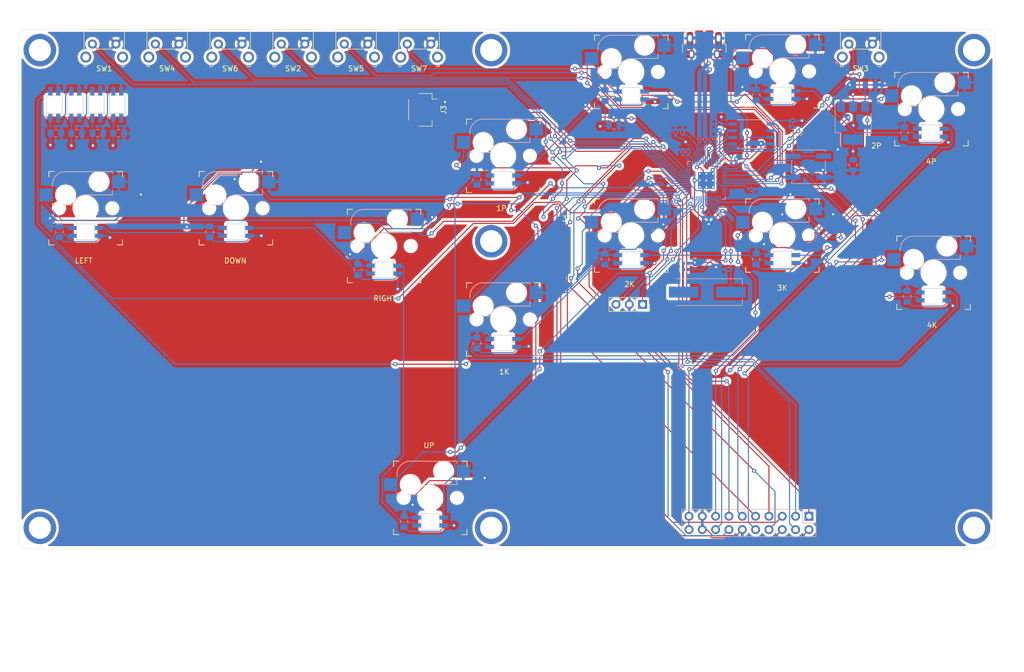
<source format=kicad_pcb>
(kicad_pcb (version 20171130) (host pcbnew "(5.1.9)-1")
  (layers (0 F.Cu signal) (31 B.Cu signal) (34 B.Paste user) (35 F.Paste user) (36 B.SilkS user) (37 F.SilkS user) (38 B.Mask user) (39 F.Mask user) (44 Edge.Cuts user))
  (net 0 "")
  (net 1 GND)
  (net 2 +1V1)
  (net 3 +3V3)
  (net 4 +5V)
  (net 5 /MCU/XIN)
  (net 6 "Net-(C16-Pad1)")
  (net 7 /GPIO13)
  (net 8 /GPIO28_ADC2)
  (net 9 /GPIO0)
  (net 10 /GPIO1)
  (net 11 /GPIO3)
  (net 12 /GPIO5)
  (net 13 /GPIO6)
  (net 14 /GPIO7)
  (net 15 /MCU/USB_D-)
  (net 16 /MCU/USB_D+)
  (net 17 /GPIO27_I2C1_SCL)
  (net 18 /GPIO26_I2C1_SDA)
  (net 19 /MCU/SWDIO)
  (net 20 /MCU/SWCLK)
  (net 21 "Net-(R1-Pad2)")
  (net 22 "Net-(R2-Pad2)")
  (net 23 /MCU/XOUT)
  (net 24 /MCU/~USB_BOOT)
  (net 25 /MCU/QSPI_SS)
  (net 26 /GPIO17)
  (net 27 /GPIO16)
  (net 28 /MCU/QSPI_SD1)
  (net 29 /MCU/QSPI_SD2)
  (net 30 /MCU/QSPI_SD0)
  (net 31 /MCU/QSPI_SCLK)
  (net 32 /MCU/QSPI_SD3)
  (net 33 /GPIO14)
  (net 34 /Buttons/sheet61498D25/DataIn)
  (net 35 /Buttons/sheet61498D29/DataIn)
  (net 36 /Buttons/sheet61498D26/DataIn)
  (net 37 /Buttons/sheet61498D28/DataIn)
  (net 38 /Buttons/sheet61498D2A/DataIn)
  (net 39 /Buttons/sheet61498D2B/DataIn)
  (net 40 /Buttons/sheet61498D2C/DataIn)
  (net 41 /Buttons/sheet61498D2D/DataIn)
  (net 42 /Buttons/sheet61498D2E/DataIn)
  (net 43 /Buttons/sheet61498D2F/DataIn)
  (net 44 /Buttons/sheet61498D30/DataIn)
  (net 45 /PlayerPixels)
  (net 46 "Net-(U-RGB13-Pad4)")
  (net 47 "Net-(U-RGB14-Pad4)")
  (net 48 "Net-(U-RGB15-Pad4)")
  (net 49 /GPIO29_ADC3)
  (net 50 /GPIO25)
  (net 51 /GPIO18)
  (net 52 /GPIO23)
  (net 53 /GPIO24)
  (net 54 /GPIO19)
  (net 55 /GPIO21)
  (net 56 /GPIO20)
  (net 57 "Net-(J2-Pad4)")
  (net 58 /GPIO22)
  (net 59 "Net-(U1-Pad26)")
  (net 60 /MCU/GPIO15)
  (net 61 /MCU/GPIO12)
  (net 62 /MCU/GPIO11)
  (net 63 /MCU/GPIO10)
  (net 64 /MCU/GPIO9)
  (net 65 /MCU/GPIO8)
  (net 66 /MCU/GPIO4)
  (net 67 /MCU/GPIO2)
  (net 68 "Net-(U-RGB16-Pad4)")
  (module Connector_PinSocket_2.54mm:PinSocket_2x10_P2.54mm_Vertical (layer B.Cu) (at 204.54 125.9 90)
    (fp_text reference J1 hide)
    (fp_text value "20 Pin")
    (pad 20 thru_hole oval (at -2.54 -22.86 90) (size 1.7 1.7) (drill 1) (layers *.Cu *.Mask) (net 4 +5V))
    (pad 19 thru_hole oval (at 0 -22.86 90) (size 1.7 1.7) (drill 1) (layers *.Cu *.Mask) (net 4 +5V))
    (pad 18 thru_hole oval (at -2.54 -20.32 90) (size 1.7 1.7) (drill 1) (layers *.Cu *.Mask) (net 1 GND))
    (pad 17 thru_hole oval (at 0 -20.32 90) (size 1.7 1.7) (drill 1) (layers *.Cu *.Mask) (net 1 GND))
    (pad 16 thru_hole oval (at -2.54 -17.78 90) (size 1.7 1.7) (drill 1) (layers *.Cu *.Mask) (net 7 /GPIO13))
    (pad 15 thru_hole oval (at 0 -17.78 90) (size 1.7 1.7) (drill 1) (layers *.Cu *.Mask) (net 33 /GPIO14))
    (pad 14 thru_hole oval (at -2.54 -15.24 90) (size 1.7 1.7) (drill 1) (layers *.Cu *.Mask) (net 26 /GPIO17))
    (pad 13 thru_hole oval (at 0 -15.24 90) (size 1.7 1.7) (drill 1) (layers *.Cu *.Mask) (net 51 /GPIO18))
    (pad 12 thru_hole oval (at -2.54 -12.7 90) (size 1.7 1.7) (drill 1) (layers *.Cu *.Mask) (net 1 GND))
    (pad 11 thru_hole oval (at 0 -12.7 90) (size 1.7 1.7) (drill 1) (layers *.Cu *.Mask) (net 11 /GPIO3))
    (pad 10 thru_hole oval (at -2.54 -10.16 90) (size 1.7 1.7) (drill 1) (layers *.Cu *.Mask) (net 9 /GPIO0))
    (pad 9 thru_hole oval (at 0 -10.16 90) (size 1.7 1.7) (drill 1) (layers *.Cu *.Mask) (net 49 /GPIO29_ADC3))
    (pad 8 thru_hole oval (at -2.54 -7.62 90) (size 1.7 1.7) (drill 1) (layers *.Cu *.Mask) (net 8 /GPIO28_ADC2))
    (pad 7 thru_hole oval (at 0 -7.62 90) (size 1.7 1.7) (drill 1) (layers *.Cu *.Mask) (net 50 /GPIO25))
    (pad 6 thru_hole oval (at -2.54 -5.08 90) (size 1.7 1.7) (drill 1) (layers *.Cu *.Mask) (net 52 /GPIO23))
    (pad 5 thru_hole oval (at 0 -5.08 90) (size 1.7 1.7) (drill 1) (layers *.Cu *.Mask) (net 53 /GPIO24))
    (pad 4 thru_hole oval (at -2.54 -2.54 90) (size 1.7 1.7) (drill 1) (layers *.Cu *.Mask) (net 54 /GPIO19))
    (pad 3 thru_hole oval (at 0 -2.54 90) (size 1.7 1.7) (drill 1) (layers *.Cu *.Mask) (net 55 /GPIO21))
    (pad 2 thru_hole oval (at -2.54 0 90) (size 1.7 1.7) (drill 1) (layers *.Cu *.Mask) (net 56 /GPIO20))
    (pad 1 thru_hole rect (at 0 0 90) (size 1.7 1.7) (drill 1) (layers *.Cu *.Mask) (net 27 /GPIO16))
  )
  (module BarketImages:Shinoo_M3_Standoff (layer F.Cu) (at 144 73.45)
    (fp_text reference REF** hide)
    (fp_text value Shinoo_M3_Standoff)
    (pad 1 thru_hole circle (at 0 0) (size 6.2 6.2) (drill 4.22) (layers *.Cu *.Mask))
  )
  (module BarketImages:Shinoo_M3_Standoff (layer F.Cu) (at 58 37)
    (fp_text reference REF** hide)
    (fp_text value Shinoo_M3_Standoff)
    (pad 1 thru_hole circle (at 0 0) (size 6.2 6.2) (drill 4.22) (layers *.Cu *.Mask))
  )
  (module BarketImages:Shinoo_M3_Standoff (layer F.Cu) (at 58 128.1)
    (fp_text reference REF** hide)
    (fp_text value Shinoo_M3_Standoff)
    (pad 1 thru_hole circle (at 0 0) (size 6.2 6.2) (drill 4.22) (layers *.Cu *.Mask))
  )
  (module BarketImages:Shinoo_M3_Standoff (layer F.Cu) (at 144 128.1)
    (fp_text reference REF** hide)
    (fp_text value Shinoo_M3_Standoff)
    (pad 1 thru_hole circle (at 0 0) (size 6.2 6.2) (drill 4.22) (layers *.Cu *.Mask))
  )
  (module BarketImages:Shinoo_M3_Standoff (layer F.Cu) (at 144 37)
    (fp_text reference REF** hide)
    (fp_text value Shinoo_M3_Standoff)
    (pad 1 thru_hole circle (at 0 0) (size 6.2 6.2) (drill 4.22) (layers *.Cu *.Mask))
  )
  (module BarketImages:Shinoo_M3_Standoff (layer F.Cu) (at 236 37)
    (fp_text reference REF** hide)
    (fp_text value Shinoo_M3_Standoff)
    (pad 1 thru_hole circle (at 0 0) (size 6.2 6.2) (drill 4.22) (layers *.Cu *.Mask))
  )
  (module BarketImages:Shinoo_M3_Standoff (layer F.Cu) (at 236 128.1)
    (fp_text reference REF** hide)
    (fp_text value Shinoo_M3_Standoff)
    (pad 1 thru_hole circle (at 0 0) (size 6.2 6.2) (drill 4.22) (layers *.Cu *.Mask))
  )
  (module RP2040_minimal:Crystal_SMD_HC49-US (layer B.Cu) (at 185.15 83.15 180)
    (fp_text reference Y1 hide)
    (fp_text value ABLS-12.000MHZ-B4-T)
    (pad 1 smd rect (at -4.5 0 180) (size 5.6 2.1) (layers B.Cu B.Paste B.Mask) (net 5 /MCU/XIN))
    (pad 2 smd rect (at 4.5 0 180) (size 5.6 2.1) (layers B.Cu B.Paste B.Mask) (net 6 "Net-(C16-Pad1)"))
  )
  (module Keebio-Parts:SK6812-MINI-E (layer B.Cu) (at 72.75 47.4 270)
    (fp_text reference U-RGB16 hide)
    (fp_text value "Reverse Mounted NeoPixel" hide)
    (fp_line (start 1.7 1.5) (end 1.7 -1.5) (layer Edge.Cuts) (width 0.12))
    (fp_line (start 1.7 -1.5) (end -1.7 -1.5) (layer Edge.Cuts) (width 0.12))
    (fp_line (start -1.7 -1.5) (end -1.7 1.5) (layer Edge.Cuts) (width 0.12))
    (fp_line (start -1.7 1.5) (end 1.7 1.5) (layer Edge.Cuts) (width 0.12))
    (pad 3 smd roundrect (at 2.55 0.75 270) (size 1.7 0.82) (layers B.Cu B.Paste B.Mask) (net 3 +3V3))
    (pad 4 smd rect (at 2.55 -0.75 270) (size 1.7 0.82) (layers B.Cu B.Paste B.Mask) (net 68 "Net-(U-RGB16-Pad4)"))
    (pad 2 smd rect (at -2.55 0.75 270) (size 1.7 0.82) (layers B.Cu B.Paste B.Mask) (net 48 "Net-(U-RGB15-Pad4)"))
    (pad 1 smd rect (at -2.55 -0.75 270) (size 1.7 0.82) (layers B.Cu B.Paste B.Mask) (net 1 GND))
  )
  (module Keebio-Parts:SK6812-MINI-E (layer B.Cu) (at 68.75 47.4 270)
    (fp_text reference U-RGB15 hide)
    (fp_text value "Reverse Mounted NeoPixel" hide)
    (fp_line (start 1.7 1.5) (end 1.7 -1.5) (layer Edge.Cuts) (width 0.12))
    (fp_line (start 1.7 -1.5) (end -1.7 -1.5) (layer Edge.Cuts) (width 0.12))
    (fp_line (start -1.7 -1.5) (end -1.7 1.5) (layer Edge.Cuts) (width 0.12))
    (fp_line (start -1.7 1.5) (end 1.7 1.5) (layer Edge.Cuts) (width 0.12))
    (pad 3 smd roundrect (at 2.55 0.75 270) (size 1.7 0.82) (layers B.Cu B.Paste B.Mask) (net 3 +3V3))
    (pad 4 smd rect (at 2.55 -0.75 270) (size 1.7 0.82) (layers B.Cu B.Paste B.Mask) (net 48 "Net-(U-RGB15-Pad4)"))
    (pad 2 smd rect (at -2.55 0.75 270) (size 1.7 0.82) (layers B.Cu B.Paste B.Mask) (net 47 "Net-(U-RGB14-Pad4)"))
    (pad 1 smd rect (at -2.55 -0.75 270) (size 1.7 0.82) (layers B.Cu B.Paste B.Mask) (net 1 GND))
  )
  (module Keebio-Parts:SK6812-MINI-E (layer B.Cu) (at 64.75 47.4 270)
    (fp_text reference U-RGB14 hide)
    (fp_text value "Reverse Mounted NeoPixel" hide)
    (fp_line (start 1.7 1.5) (end 1.7 -1.5) (layer Edge.Cuts) (width 0.12))
    (fp_line (start 1.7 -1.5) (end -1.7 -1.5) (layer Edge.Cuts) (width 0.12))
    (fp_line (start -1.7 -1.5) (end -1.7 1.5) (layer Edge.Cuts) (width 0.12))
    (fp_line (start -1.7 1.5) (end 1.7 1.5) (layer Edge.Cuts) (width 0.12))
    (pad 3 smd roundrect (at 2.55 0.75 270) (size 1.7 0.82) (layers B.Cu B.Paste B.Mask) (net 3 +3V3))
    (pad 4 smd rect (at 2.55 -0.75 270) (size 1.7 0.82) (layers B.Cu B.Paste B.Mask) (net 47 "Net-(U-RGB14-Pad4)"))
    (pad 2 smd rect (at -2.55 0.75 270) (size 1.7 0.82) (layers B.Cu B.Paste B.Mask) (net 46 "Net-(U-RGB13-Pad4)"))
    (pad 1 smd rect (at -2.55 -0.75 270) (size 1.7 0.82) (layers B.Cu B.Paste B.Mask) (net 1 GND))
  )
  (module Keebio-Parts:SK6812-MINI-E (layer B.Cu) (at 60.75 47.4 270)
    (fp_text reference U-RGB13 hide)
    (fp_text value "Reverse Mounted NeoPixel" hide)
    (fp_line (start 1.7 1.5) (end 1.7 -1.5) (layer Edge.Cuts) (width 0.12))
    (fp_line (start 1.7 -1.5) (end -1.7 -1.5) (layer Edge.Cuts) (width 0.12))
    (fp_line (start -1.7 -1.5) (end -1.7 1.5) (layer Edge.Cuts) (width 0.12))
    (fp_line (start -1.7 1.5) (end 1.7 1.5) (layer Edge.Cuts) (width 0.12))
    (pad 3 smd roundrect (at 2.55 0.75 270) (size 1.7 0.82) (layers B.Cu B.Paste B.Mask) (net 3 +3V3))
    (pad 4 smd rect (at 2.55 -0.75 270) (size 1.7 0.82) (layers B.Cu B.Paste B.Mask) (net 46 "Net-(U-RGB13-Pad4)"))
    (pad 2 smd rect (at -2.55 0.75 270) (size 1.7 0.82) (layers B.Cu B.Paste B.Mask) (net 45 /PlayerPixels))
    (pad 1 smd rect (at -2.55 -0.75 270) (size 1.7 0.82) (layers B.Cu B.Paste B.Mask) (net 1 GND))
  )
  (module Capacitor_SMD:C_0805_2012Metric_Pad1.15x1.40mm_HandSolder (layer B.Cu) (at 73 52.85 180)
    (fp_text reference U-CAP16 hide)
    (fp_text value 0.1uF)
    (pad 2 smd roundrect (at 1.025 0 180) (size 1.15 1.4) (layers B.Cu B.Paste B.Mask) (roundrect_rratio 0.217391) (net 3 +3V3))
    (pad 1 smd roundrect (at -1.025 0 180) (size 1.15 1.4) (layers B.Cu B.Paste B.Mask) (roundrect_rratio 0.217391) (net 1 GND))
  )
  (module Capacitor_SMD:C_0805_2012Metric_Pad1.15x1.40mm_HandSolder (layer B.Cu) (at 69.05 52.85 180)
    (fp_text reference U-CAP15 hide)
    (fp_text value 0.1uF)
    (pad 2 smd roundrect (at 1.025 0 180) (size 1.15 1.4) (layers B.Cu B.Paste B.Mask) (roundrect_rratio 0.217391) (net 3 +3V3))
    (pad 1 smd roundrect (at -1.025 0 180) (size 1.15 1.4) (layers B.Cu B.Paste B.Mask) (roundrect_rratio 0.217391) (net 1 GND))
  )
  (module Capacitor_SMD:C_0805_2012Metric_Pad1.15x1.40mm_HandSolder (layer B.Cu) (at 65.025 52.85 180)
    (fp_text reference U-CAP14 hide)
    (fp_text value 0.1uF)
    (pad 2 smd roundrect (at 1.025 0 180) (size 1.15 1.4) (layers B.Cu B.Paste B.Mask) (roundrect_rratio 0.217391) (net 3 +3V3))
    (pad 1 smd roundrect (at -1.025 0 180) (size 1.15 1.4) (layers B.Cu B.Paste B.Mask) (roundrect_rratio 0.217391) (net 1 GND))
  )
  (module Capacitor_SMD:C_0805_2012Metric_Pad1.15x1.40mm_HandSolder (layer B.Cu) (at 61.05 52.85 180)
    (fp_text reference U-CAP13 hide)
    (fp_text value 0.1uF)
    (pad 2 smd roundrect (at 1.025 0 180) (size 1.15 1.4) (layers B.Cu B.Paste B.Mask) (roundrect_rratio 0.217391) (net 3 +3V3))
    (pad 1 smd roundrect (at -1.025 0 180) (size 1.15 1.4) (layers B.Cu B.Paste B.Mask) (roundrect_rratio 0.217391) (net 1 GND))
  )
  (module Package_SO:SOIC-8_5.23x5.23mm_P1.27mm (layer B.Cu) (at 193.65 53.005 180)
    (fp_text reference U3 hide)
    (fp_text value W25Q128JVS)
    (pad 8 smd roundrect (at 3.6 1.905 180) (size 1.6 0.6) (layers B.Cu B.Paste B.Mask) (net 3 +3V3))
    (pad 7 smd roundrect (at 3.6 0.635 180) (size 1.6 0.6) (layers B.Cu B.Paste B.Mask) (net 32 /MCU/QSPI_SD3))
    (pad 6 smd roundrect (at 3.6 -0.635 180) (size 1.6 0.6) (layers B.Cu B.Paste B.Mask) (net 31 /MCU/QSPI_SCLK))
    (pad 5 smd roundrect (at 3.6 -1.905 180) (size 1.6 0.6) (layers B.Cu B.Paste B.Mask) (net 30 /MCU/QSPI_SD0))
    (pad 4 smd roundrect (at -3.6 -1.905 180) (size 1.6 0.6) (layers B.Cu B.Paste B.Mask) (net 1 GND))
    (pad 3 smd roundrect (at -3.6 -0.635 180) (size 1.6 0.6) (layers B.Cu B.Paste B.Mask) (net 29 /MCU/QSPI_SD2))
    (pad 2 smd roundrect (at -3.6 0.635 180) (size 1.6 0.6) (layers B.Cu B.Paste B.Mask) (net 28 /MCU/QSPI_SD1))
    (pad 1 smd roundrect (at -3.6 1.905 180) (size 1.6 0.6) (layers B.Cu B.Paste B.Mask) (net 25 /MCU/QSPI_SS))
  )
  (module Package_TO_SOT_SMD:SOT-223-3_TabPin2 (layer B.Cu) (at 212.95 50.9 270)
    (fp_text reference U2 hide)
    (fp_text value NCP1117-3.3_SOT223)
    (pad 1 smd rect (at -3.15 2.3 270) (size 2 1.5) (layers B.Cu B.Paste B.Mask) (net 1 GND))
    (pad 3 smd rect (at -3.15 -2.3 270) (size 2 1.5) (layers B.Cu B.Paste B.Mask) (net 4 +5V))
    (pad 2 smd rect (at -3.15 0 270) (size 2 1.5) (layers B.Cu B.Paste B.Mask) (net 3 +3V3))
    (pad 2 smd rect (at 3.15 0 270) (size 2 3.8) (layers B.Cu B.Paste B.Mask) (net 3 +3V3))
  )
  (module RP2040_minimal:RP2040-QFN-56 (layer B.Cu) (at 185 61.85 180)
    (fp_text reference U1 hide)
    (fp_text value RP2040)
    (pad 56 smd roundrect (at -2.6 3.4375 180) (size 0.2 0.875) (layers B.Cu B.Paste B.Mask) (net 25 /MCU/QSPI_SS))
    (pad 55 smd roundrect (at -2.2 3.4375 180) (size 0.2 0.875) (layers B.Cu B.Paste B.Mask) (net 28 /MCU/QSPI_SD1))
    (pad 54 smd roundrect (at -1.8 3.4375 180) (size 0.2 0.875) (layers B.Cu B.Paste B.Mask) (net 29 /MCU/QSPI_SD2))
    (pad 53 smd roundrect (at -1.4 3.4375 180) (size 0.2 0.875) (layers B.Cu B.Paste B.Mask) (net 30 /MCU/QSPI_SD0))
    (pad 52 smd roundrect (at -1 3.4375 180) (size 0.2 0.875) (layers B.Cu B.Paste B.Mask) (net 31 /MCU/QSPI_SCLK))
    (pad 51 smd roundrect (at -0.6 3.4375 180) (size 0.2 0.875) (layers B.Cu B.Paste B.Mask) (net 32 /MCU/QSPI_SD3))
    (pad 50 smd roundrect (at -0.2 3.4375 180) (size 0.2 0.875) (layers B.Cu B.Paste B.Mask) (net 2 +1V1))
    (pad 49 smd roundrect (at 0.2 3.4375 180) (size 0.2 0.875) (layers B.Cu B.Paste B.Mask) (net 3 +3V3))
    (pad 48 smd roundrect (at 0.6 3.4375 180) (size 0.2 0.875) (layers B.Cu B.Paste B.Mask) (net 3 +3V3))
    (pad 47 smd roundrect (at 1 3.4375 180) (size 0.2 0.875) (layers B.Cu B.Paste B.Mask) (net 21 "Net-(R1-Pad2)"))
    (pad 46 smd roundrect (at 1.4 3.4375 180) (size 0.2 0.875) (layers B.Cu B.Paste B.Mask) (net 22 "Net-(R2-Pad2)"))
    (pad 45 smd roundrect (at 1.8 3.4375 180) (size 0.2 0.875) (layers B.Cu B.Paste B.Mask) (net 2 +1V1))
    (pad 44 smd roundrect (at 2.2 3.4375 180) (size 0.2 0.875) (layers B.Cu B.Paste B.Mask) (net 3 +3V3))
    (pad 43 smd roundrect (at 2.6 3.4375 180) (size 0.2 0.875) (layers B.Cu B.Paste B.Mask) (net 3 +3V3))
    (pad 42 smd roundrect (at 3.4375 2.6 180) (size 0.875 0.2) (layers B.Cu B.Paste B.Mask) (net 3 +3V3))
    (pad 41 smd roundrect (at 3.4375 2.2 180) (size 0.875 0.2) (layers B.Cu B.Paste B.Mask) (net 49 /GPIO29_ADC3))
    (pad 40 smd roundrect (at 3.4375 1.8 180) (size 0.875 0.2) (layers B.Cu B.Paste B.Mask) (net 8 /GPIO28_ADC2))
    (pad 39 smd roundrect (at 3.4375 1.4 180) (size 0.875 0.2) (layers B.Cu B.Paste B.Mask) (net 17 /GPIO27_I2C1_SCL))
    (pad 38 smd roundrect (at 3.4375 1 180) (size 0.875 0.2) (layers B.Cu B.Paste B.Mask) (net 18 /GPIO26_I2C1_SDA))
    (pad 37 smd roundrect (at 3.4375 0.6 180) (size 0.875 0.2) (layers B.Cu B.Paste B.Mask) (net 50 /GPIO25))
    (pad 36 smd roundrect (at 3.4375 0.2 180) (size 0.875 0.2) (layers B.Cu B.Paste B.Mask) (net 53 /GPIO24))
    (pad 35 smd roundrect (at 3.4375 -0.2 180) (size 0.875 0.2) (layers B.Cu B.Paste B.Mask) (net 52 /GPIO23))
    (pad 34 smd roundrect (at 3.4375 -0.6 180) (size 0.875 0.2) (layers B.Cu B.Paste B.Mask) (net 58 /GPIO22))
    (pad 33 smd roundrect (at 3.4375 -1 180) (size 0.875 0.2) (layers B.Cu B.Paste B.Mask) (net 3 +3V3))
    (pad 32 smd roundrect (at 3.4375 -1.4 180) (size 0.875 0.2) (layers B.Cu B.Paste B.Mask) (net 55 /GPIO21))
    (pad 31 smd roundrect (at 3.4375 -1.8 180) (size 0.875 0.2) (layers B.Cu B.Paste B.Mask) (net 56 /GPIO20))
    (pad 30 smd roundrect (at 3.4375 -2.2 180) (size 0.875 0.2) (layers B.Cu B.Paste B.Mask) (net 54 /GPIO19))
    (pad 29 smd roundrect (at 3.4375 -2.6 180) (size 0.875 0.2) (layers B.Cu B.Paste B.Mask) (net 51 /GPIO18))
    (pad 28 smd roundrect (at 2.6 -3.4375 180) (size 0.2 0.875) (layers B.Cu B.Paste B.Mask) (net 26 /GPIO17))
    (pad 27 smd roundrect (at 2.2 -3.4375 180) (size 0.2 0.875) (layers B.Cu B.Paste B.Mask) (net 27 /GPIO16))
    (pad 26 smd roundrect (at 1.8 -3.4375 180) (size 0.2 0.875) (layers B.Cu B.Paste B.Mask) (net 59 "Net-(U1-Pad26)"))
    (pad 25 smd roundrect (at 1.4 -3.4375 180) (size 0.2 0.875) (layers B.Cu B.Paste B.Mask) (net 19 /MCU/SWDIO))
    (pad 24 smd roundrect (at 1 -3.4375 180) (size 0.2 0.875) (layers B.Cu B.Paste B.Mask) (net 20 /MCU/SWCLK))
    (pad 23 smd roundrect (at 0.6 -3.4375 180) (size 0.2 0.875) (layers B.Cu B.Paste B.Mask) (net 2 +1V1))
    (pad 22 smd roundrect (at 0.2 -3.4375 180) (size 0.2 0.875) (layers B.Cu B.Paste B.Mask) (net 3 +3V3))
    (pad 21 smd roundrect (at -0.2 -3.4375 180) (size 0.2 0.875) (layers B.Cu B.Paste B.Mask) (net 23 /MCU/XOUT))
    (pad 20 smd roundrect (at -0.6 -3.4375 180) (size 0.2 0.875) (layers B.Cu B.Paste B.Mask) (net 5 /MCU/XIN))
    (pad 19 smd roundrect (at -1 -3.4375 180) (size 0.2 0.875) (layers B.Cu B.Paste B.Mask) (net 1 GND))
    (pad 18 smd roundrect (at -1.4 -3.4375 180) (size 0.2 0.875) (layers B.Cu B.Paste B.Mask) (net 60 /MCU/GPIO15))
    (pad 17 smd roundrect (at -1.8 -3.4375 180) (size 0.2 0.875) (layers B.Cu B.Paste B.Mask) (net 33 /GPIO14))
    (pad 16 smd roundrect (at -2.2 -3.4375 180) (size 0.2 0.875) (layers B.Cu B.Paste B.Mask) (net 7 /GPIO13))
    (pad 15 smd roundrect (at -2.6 -3.4375 180) (size 0.2 0.875) (layers B.Cu B.Paste B.Mask) (net 61 /MCU/GPIO12))
    (pad 14 smd roundrect (at -3.4375 -2.6 180) (size 0.875 0.2) (layers B.Cu B.Paste B.Mask) (net 62 /MCU/GPIO11))
    (pad 13 smd roundrect (at -3.4375 -2.2 180) (size 0.875 0.2) (layers B.Cu B.Paste B.Mask) (net 63 /MCU/GPIO10))
    (pad 12 smd roundrect (at -3.4375 -1.8 180) (size 0.875 0.2) (layers B.Cu B.Paste B.Mask) (net 64 /MCU/GPIO9))
    (pad 11 smd roundrect (at -3.4375 -1.4 180) (size 0.875 0.2) (layers B.Cu B.Paste B.Mask) (net 65 /MCU/GPIO8))
    (pad 10 smd roundrect (at -3.4375 -1 180) (size 0.875 0.2) (layers B.Cu B.Paste B.Mask) (net 3 +3V3))
    (pad 9 smd roundrect (at -3.4375 -0.6 180) (size 0.875 0.2) (layers B.Cu B.Paste B.Mask) (net 14 /GPIO7))
    (pad 8 smd roundrect (at -3.4375 -0.2 180) (size 0.875 0.2) (layers B.Cu B.Paste B.Mask) (net 13 /GPIO6))
    (pad 7 smd roundrect (at -3.4375 0.2 180) (size 0.875 0.2) (layers B.Cu B.Paste B.Mask) (net 12 /GPIO5))
    (pad 6 smd roundrect (at -3.4375 0.6 180) (size 0.875 0.2) (layers B.Cu B.Paste B.Mask) (net 66 /MCU/GPIO4))
    (pad 5 smd roundrect (at -3.4375 1 180) (size 0.875 0.2) (layers B.Cu B.Paste B.Mask) (net 11 /GPIO3))
    (pad 4 smd roundrect (at -3.4375 1.4 180) (size 0.875 0.2) (layers B.Cu B.Paste B.Mask) (net 67 /MCU/GPIO2))
    (pad 3 smd roundrect (at -3.4375 1.8 180) (size 0.875 0.2) (layers B.Cu B.Paste B.Mask) (net 10 /GPIO1))
    (pad 2 smd roundrect (at -3.4375 2.2 180) (size 0.875 0.2) (layers B.Cu B.Paste B.Mask) (net 9 /GPIO0))
    (pad 1 smd roundrect (at -3.4375 2.6 180) (size 0.875 0.2) (layers B.Cu B.Paste B.Mask) (net 3 +3V3))
    (pad 57 thru_hole circle (at 1.275 -1.275 180) (size 0.6 0.6) (drill 0.35) (layers *.Cu) (net 1 GND))
    (pad 57 thru_hole circle (at 0 -1.275 180) (size 0.6 0.6) (drill 0.35) (layers *.Cu) (net 1 GND))
    (pad 57 thru_hole circle (at -1.275 -1.275 180) (size 0.6 0.6) (drill 0.35) (layers *.Cu) (net 1 GND))
    (pad 57 thru_hole circle (at 1.275 0 180) (size 0.6 0.6) (drill 0.35) (layers *.Cu) (net 1 GND))
    (pad 57 thru_hole circle (at 0 0 180) (size 0.6 0.6) (drill 0.35) (layers *.Cu) (net 1 GND))
    (pad 57 thru_hole circle (at -1.275 0 180) (size 0.6 0.6) (drill 0.35) (layers *.Cu) (net 1 GND))
    (pad 57 thru_hole circle (at 1.275 1.275 180) (size 0.6 0.6) (drill 0.35) (layers *.Cu) (net 1 GND))
    (pad 57 thru_hole circle (at 0 1.275 180) (size 0.6 0.6) (drill 0.35) (layers *.Cu) (net 1 GND))
    (pad 57 thru_hole circle (at -1.275 1.275 180) (size 0.6 0.6) (drill 0.35) (layers *.Cu) (net 1 GND))
    (pad 57 smd roundrect (at 0 0 180) (size 3.2 3.2) (layers B.Cu B.Mask) (roundrect_rratio 0.045) (net 1 GND))
  )
  (module Button_Switch_SMD:SW_Push_1P1T_NO_CK_KSC7xxJ (layer B.Cu) (at 204.45 59.25)
    (fp_text reference SW8 hide)
    (fp_text value SW_Push)
    (pad 2 smd rect (at 2.9 -2) (size 2.8 1) (layers B.Cu B.Paste B.Mask) (net 24 /MCU/~USB_BOOT))
    (pad 2 smd rect (at -2.9 -2) (size 2.8 1) (layers B.Cu B.Paste B.Mask) (net 24 /MCU/~USB_BOOT))
    (pad 1 smd rect (at 2.9 2) (size 2.8 1) (layers B.Cu B.Paste B.Mask) (net 1 GND))
    (pad 1 smd rect (at -2.9 2) (size 2.8 1) (layers B.Cu B.Paste B.Mask) (net 1 GND))
  )
  (module Button_Switch_THT:SW_Tactile_SPST_Angled_PTS645Vx83-2LFS (layer F.Cu) (at 128 35.85)
    (fp_text reference SW7 (at 2.25 4.68) (layer F.SilkS))
    (fp_text value SW_PUSH)
    (pad "" thru_hole circle (at -1.25 2.49) (size 2.1 2.1) (drill 1.3) (layers *.Cu *.Mask))
    (pad 1 thru_hole circle (at 0 0) (size 1.75 1.75) (drill 0.99) (layers *.Cu *.Mask) (net 14 /GPIO7))
    (pad 2 thru_hole circle (at 4.5 0) (size 1.75 1.75) (drill 0.99) (layers *.Cu *.Mask) (net 1 GND))
    (pad "" thru_hole circle (at 5.76 2.49) (size 2.1 2.1) (drill 1.3) (layers *.Cu *.Mask))
  )
  (module Button_Switch_THT:SW_Tactile_SPST_Angled_PTS645Vx83-2LFS (layer F.Cu) (at 92 35.85)
    (fp_text reference SW6 (at 2.25 4.68) (layer F.SilkS))
    (fp_text value SW_PUSH)
    (pad "" thru_hole circle (at -1.25 2.49) (size 2.1 2.1) (drill 1.3) (layers *.Cu *.Mask))
    (pad 1 thru_hole circle (at 0 0) (size 1.75 1.75) (drill 0.99) (layers *.Cu *.Mask) (net 52 /GPIO23))
    (pad 2 thru_hole circle (at 4.5 0) (size 1.75 1.75) (drill 0.99) (layers *.Cu *.Mask) (net 1 GND))
    (pad "" thru_hole circle (at 5.76 2.49) (size 2.1 2.1) (drill 1.3) (layers *.Cu *.Mask))
  )
  (module Button_Switch_THT:SW_Tactile_SPST_Angled_PTS645Vx83-2LFS (layer F.Cu) (at 116 35.85)
    (fp_text reference SW5 (at 2.25 4.68) (layer F.SilkS))
    (fp_text value SW_PUSH)
    (pad "" thru_hole circle (at -1.25 2.49) (size 2.1 2.1) (drill 1.3) (layers *.Cu *.Mask))
    (pad 1 thru_hole circle (at 0 0) (size 1.75 1.75) (drill 0.99) (layers *.Cu *.Mask) (net 13 /GPIO6))
    (pad 2 thru_hole circle (at 4.5 0) (size 1.75 1.75) (drill 0.99) (layers *.Cu *.Mask) (net 1 GND))
    (pad "" thru_hole circle (at 5.76 2.49) (size 2.1 2.1) (drill 1.3) (layers *.Cu *.Mask))
  )
  (module Button_Switch_THT:SW_Tactile_SPST_Angled_PTS645Vx83-2LFS (layer F.Cu) (at 80 35.85)
    (fp_text reference SW4 (at 2.25 4.68) (layer F.SilkS))
    (fp_text value SW_PUSH)
    (pad "" thru_hole circle (at -1.25 2.49) (size 2.1 2.1) (drill 1.3) (layers *.Cu *.Mask))
    (pad 1 thru_hole circle (at 0 0) (size 1.75 1.75) (drill 0.99) (layers *.Cu *.Mask) (net 53 /GPIO24))
    (pad 2 thru_hole circle (at 4.5 0) (size 1.75 1.75) (drill 0.99) (layers *.Cu *.Mask) (net 1 GND))
    (pad "" thru_hole circle (at 5.76 2.49) (size 2.1 2.1) (drill 1.3) (layers *.Cu *.Mask))
  )
  (module Button_Switch_THT:SW_Tactile_SPST_Angled_PTS645Vx83-2LFS (layer F.Cu) (at 212.15 35.85)
    (fp_text reference SW3 (at 2.25 4.68) (layer F.SilkS))
    (fp_text value SW_PUSH)
    (pad "" thru_hole circle (at -1.25 2.49) (size 2.1 2.1) (drill 1.3) (layers *.Cu *.Mask))
    (pad 1 thru_hole circle (at 0 0) (size 1.75 1.75) (drill 0.99) (layers *.Cu *.Mask) (net 10 /GPIO1))
    (pad 2 thru_hole circle (at 4.5 0) (size 1.75 1.75) (drill 0.99) (layers *.Cu *.Mask) (net 1 GND))
    (pad "" thru_hole circle (at 5.76 2.49) (size 2.1 2.1) (drill 1.3) (layers *.Cu *.Mask))
  )
  (module Button_Switch_THT:SW_Tactile_SPST_Angled_PTS645Vx83-2LFS (layer F.Cu) (at 104 35.85)
    (fp_text reference SW2 (at 2.25 4.68) (layer F.SilkS))
    (fp_text value SW_PUSH)
    (pad "" thru_hole circle (at -1.25 2.49) (size 2.1 2.1) (drill 1.3) (layers *.Cu *.Mask))
    (pad 1 thru_hole circle (at 0 0) (size 1.75 1.75) (drill 0.99) (layers *.Cu *.Mask) (net 12 /GPIO5))
    (pad 2 thru_hole circle (at 4.5 0) (size 1.75 1.75) (drill 0.99) (layers *.Cu *.Mask) (net 1 GND))
    (pad "" thru_hole circle (at 5.76 2.49) (size 2.1 2.1) (drill 1.3) (layers *.Cu *.Mask))
  )
  (module Button_Switch_THT:SW_Tactile_SPST_Angled_PTS645Vx83-2LFS (layer F.Cu) (at 68 35.85)
    (fp_text reference SW1 (at 2.25 4.68) (layer F.SilkS))
    (fp_text value SW_PUSH)
    (pad "" thru_hole circle (at -1.25 2.49) (size 2.1 2.1) (drill 1.3) (layers *.Cu *.Mask))
    (pad 1 thru_hole circle (at 0 0) (size 1.75 1.75) (drill 0.99) (layers *.Cu *.Mask) (net 50 /GPIO25))
    (pad 2 thru_hole circle (at 4.5 0) (size 1.75 1.75) (drill 0.99) (layers *.Cu *.Mask) (net 1 GND))
    (pad "" thru_hole circle (at 5.76 2.49) (size 2.1 2.1) (drill 1.3) (layers *.Cu *.Mask))
  )
  (module Capacitor_SMD:C_0402_1005Metric (layer B.Cu) (at 201.4 50.45 180)
    (fp_text reference R5 hide)
    (fp_text value DNF)
    (pad 2 smd roundrect (at 0.48 0 180) (size 0.56 0.62) (layers B.Cu B.Paste B.Mask) (net 25 /MCU/QSPI_SS))
    (pad 1 smd roundrect (at -0.48 0 180) (size 0.56 0.62) (layers B.Cu B.Paste B.Mask) (net 3 +3V3))
  )
  (module Capacitor_SMD:C_0402_1005Metric (layer B.Cu) (at 201.37 51.7)
    (fp_text reference R4 hide)
    (fp_text value 1k)
    (pad 2 smd roundrect (at 0.48 0) (size 0.56 0.62) (layers B.Cu B.Paste B.Mask) (net 24 /MCU/~USB_BOOT))
    (pad 1 smd roundrect (at -0.48 0) (size 0.56 0.62) (layers B.Cu B.Paste B.Mask) (net 25 /MCU/QSPI_SS))
  )
  (module Capacitor_SMD:C_0402_1005Metric (layer B.Cu) (at 181.13 78.85 180)
    (fp_text reference R3 hide)
    (fp_text value 1k)
    (pad 2 smd roundrect (at 0.48 0 180) (size 0.56 0.62) (layers B.Cu B.Paste B.Mask) (net 6 "Net-(C16-Pad1)"))
    (pad 1 smd roundrect (at -0.48 0 180) (size 0.56 0.62) (layers B.Cu B.Paste B.Mask) (net 23 /MCU/XOUT))
  )
  (module Capacitor_SMD:C_0402_1005Metric (layer B.Cu) (at 183.7 54 270)
    (fp_text reference R2 hide)
    (fp_text value 27)
    (pad 2 smd roundrect (at 0.48 0 270) (size 0.56 0.62) (layers B.Cu B.Paste B.Mask) (net 22 "Net-(R2-Pad2)"))
    (pad 1 smd roundrect (at -0.48 0 270) (size 0.56 0.62) (layers B.Cu B.Paste B.Mask) (net 15 /MCU/USB_D-))
  )
  (module Capacitor_SMD:C_0402_1005Metric (layer B.Cu) (at 184.75 54 270)
    (fp_text reference R1 hide)
    (fp_text value 27)
    (pad 2 smd roundrect (at 0.48 0 270) (size 0.56 0.62) (layers B.Cu B.Paste B.Mask) (net 21 "Net-(R1-Pad2)"))
    (pad 1 smd roundrect (at -0.48 0 270) (size 0.56 0.62) (layers B.Cu B.Paste B.Mask) (net 16 /MCU/USB_D+))
  )
  (module Connector_PinSocket_2.54mm:PinSocket_1x03_P2.54mm_Vertical (layer F.Cu) (at 172.85 85.5 270)
    (fp_text reference J4 hide)
    (fp_text value Debug hide)
    (pad 3 thru_hole oval (at 0 5.08 270) (size 1.7 1.7) (drill 1) (layers *.Cu *.Mask) (net 19 /MCU/SWDIO))
    (pad 2 thru_hole oval (at 0 2.54 270) (size 1.7 1.7) (drill 1) (layers *.Cu *.Mask) (net 1 GND))
    (pad 1 thru_hole rect (at 0 0 270) (size 1.7 1.7) (drill 1) (layers *.Cu *.Mask) (net 20 /MCU/SWCLK))
  )
  (module Connector_JST:JST_SH_SM04B-SRSS-TB_1x04-1MP_P1.00mm_Horizontal (layer F.Cu) (at 130.95 48.4 270)
    (fp_text reference J3 (at 0 -3.98 270) (layer F.SilkS))
    (fp_text value "STEMMA QT")
    (pad MP smd roundrect (at 2.8 1.875 270) (size 1.2 1.8) (layers F.Cu F.Paste F.Mask) (roundrect_rratio 0.208333))
    (pad MP smd roundrect (at -2.8 1.875 270) (size 1.2 1.8) (layers F.Cu F.Paste F.Mask) (roundrect_rratio 0.208333))
    (pad 4 smd roundrect (at 1.5 -2 270) (size 0.6 1.55) (layers F.Cu F.Paste F.Mask) (net 17 /GPIO27_I2C1_SCL))
    (pad 3 smd roundrect (at 0.5 -2 270) (size 0.6 1.55) (layers F.Cu F.Paste F.Mask) (net 18 /GPIO26_I2C1_SDA))
    (pad 2 smd roundrect (at -0.5 -2 270) (size 0.6 1.55) (layers F.Cu F.Paste F.Mask) (net 3 +3V3))
    (pad 1 smd roundrect (at -1.5 -2 270) (size 0.6 1.55) (layers F.Cu F.Paste F.Mask) (net 1 GND))
  )
  (module RP2040_minimal:USB_Micro-B_Amphenol_10103594-0001LF_Horizontal_modified (layer F.Cu) (at 184.5875 34.75 180)
    (fp_text reference J2 hide)
    (fp_text value USB_B_Micro)
    (pad 6 thru_hole oval (at 2.425 -3.03 270) (size 1.45 1.05) (drill oval 1.05 0.65) (layers *.Cu *.Mask) (net 1 GND))
    (pad 6 smd rect (at 2.9875 -1.7 180) (size 1.825 0.7) (layers F.Cu F.Paste F.Mask) (net 1 GND))
    (pad 6 smd roundrect (at 2.725 -0.425 180) (size 1.3 3.25) (layers F.Cu F.Paste F.Mask) (roundrect_rratio 0.296) (net 1 GND))
    (pad 6 smd roundrect (at -2.725 -0.425 180) (size 1.3 3.25) (layers F.Cu F.Paste F.Mask) (roundrect_rratio 0.296) (net 1 GND))
    (pad 6 smd rect (at -2.9875 -1.7 180) (size 1.825 0.7) (layers F.Cu F.Paste F.Mask) (net 1 GND))
    (pad 6 smd rect (at -2.9 -3.03 180) (size 2 1.46) (layers F.Cu F.Paste F.Mask) (net 1 GND))
    (pad 6 smd rect (at 2.9 -3.03 180) (size 2 1.46) (layers F.Cu F.Paste F.Mask) (net 1 GND))
    (pad 1 smd rect (at -1.3 -2.825 270) (size 1.75 0.4) (layers F.Cu F.Paste F.Mask) (net 4 +5V))
    (pad 2 smd rect (at -0.65 -2.825 270) (size 1.75 0.4) (layers F.Cu F.Paste F.Mask) (net 15 /MCU/USB_D-))
    (pad 3 smd rect (at 0 -2.825 270) (size 1.75 0.4) (layers F.Cu F.Paste F.Mask) (net 16 /MCU/USB_D+))
    (pad 4 smd rect (at 0.65 -2.825 270) (size 1.75 0.4) (layers F.Cu F.Paste F.Mask) (net 57 "Net-(J2-Pad4)"))
    (pad 5 smd rect (at 1.3 -2.825 270) (size 1.75 0.4) (layers F.Cu F.Paste F.Mask) (net 1 GND))
    (pad 6 thru_hole oval (at -2.425 -3.03 270) (size 1.45 1.05) (drill oval 1.05 0.65) (layers *.Cu *.Mask) (net 1 GND))
    (pad 6 thru_hole oval (at -2.725 0 270) (size 1.8 1.3) (drill oval 1.2 0.7) (layers *.Cu *.Mask) (net 1 GND))
    (pad 6 thru_hole oval (at 2.725 0 270) (size 1.8 1.3) (drill oval 1.2 0.7) (layers *.Cu *.Mask) (net 1 GND))
    (pad 6 smd rect (at -0.9625 0.25 270) (size 2.5 1.425) (layers F.Cu F.Paste F.Mask) (net 1 GND))
    (pad 6 smd rect (at 0.9625 0.25 270) (size 2.5 1.425) (layers F.Cu F.Paste F.Mask) (net 1 GND))
  )
  (module Capacitor_SMD:C_0402_1005Metric (layer B.Cu) (at 185.4 68.37 270)
    (fp_text reference C17 hide)
    (fp_text value 100n)
    (pad 2 smd roundrect (at 0.48 0 270) (size 0.56 0.62) (layers B.Cu B.Paste B.Mask) (net 1 GND))
    (pad 1 smd roundrect (at -0.48 0 270) (size 0.56 0.62) (layers B.Cu B.Paste B.Mask) (net 3 +3V3))
  )
  (module Capacitor_SMD:C_0402_1005Metric (layer B.Cu) (at 181.12 77.65)
    (fp_text reference C16 hide)
    (fp_text value 27p)
    (pad 2 smd roundrect (at 0.48 0) (size 0.56 0.62) (layers B.Cu B.Paste B.Mask) (net 1 GND))
    (pad 1 smd roundrect (at -0.48 0) (size 0.56 0.62) (layers B.Cu B.Paste B.Mask) (net 6 "Net-(C16-Pad1)"))
  )
  (module Capacitor_SMD:C_0402_1005Metric (layer B.Cu) (at 189.17 78.8 180)
    (fp_text reference C15 hide)
    (fp_text value 27p)
    (pad 2 smd roundrect (at 0.48 0 180) (size 0.56 0.62) (layers B.Cu B.Paste B.Mask) (net 1 GND))
    (pad 1 smd roundrect (at -0.48 0 180) (size 0.56 0.62) (layers B.Cu B.Paste B.Mask) (net 5 /MCU/XIN))
  )
  (module Capacitor_SMD:C_0805_2012Metric (layer B.Cu) (at 167.4 51.35)
    (fp_text reference C14 hide)
    (fp_text value 10u)
    (pad 2 smd roundrect (at 0.95 0) (size 1 1.45) (layers B.Cu B.Paste B.Mask) (net 1 GND))
    (pad 1 smd roundrect (at -0.95 0) (size 1 1.45) (layers B.Cu B.Paste B.Mask) (net 3 +3V3))
  )
  (module Capacitor_SMD:C_0805_2012Metric (layer B.Cu) (at 212.95 58.9 270)
    (fp_text reference C13 hide)
    (fp_text value 10u)
    (pad 2 smd roundrect (at 0.95 0 270) (size 1 1.45) (layers B.Cu B.Paste B.Mask) (net 1 GND))
    (pad 1 smd roundrect (at -0.95 0 270) (size 1 1.45) (layers B.Cu B.Paste B.Mask) (net 3 +3V3))
  )
  (module Capacitor_SMD:C_0805_2012Metric (layer B.Cu) (at 216.25 43.7)
    (fp_text reference C12 hide)
    (fp_text value 10u)
    (pad 2 smd roundrect (at 0.95 0) (size 1 1.45) (layers B.Cu B.Paste B.Mask) (net 1 GND))
    (pad 1 smd roundrect (at -0.95 0) (size 1 1.45) (layers B.Cu B.Paste B.Mask) (net 4 +5V))
  )
  (module Capacitor_SMD:C_0402_1005Metric (layer B.Cu) (at 187.37 51.1 180)
    (fp_text reference C11 hide)
    (fp_text value 100n)
    (pad 2 smd roundrect (at 0.48 0 180) (size 0.56 0.62) (layers B.Cu B.Paste B.Mask) (net 1 GND))
    (pad 1 smd roundrect (at -0.48 0 180) (size 0.56 0.62) (layers B.Cu B.Paste B.Mask) (net 3 +3V3))
  )
  (module Capacitor_SMD:C_0402_1005Metric (layer B.Cu) (at 181.55 56.43 90)
    (fp_text reference C10 hide)
    (fp_text value 100n)
    (pad 2 smd roundrect (at 0.48 0 90) (size 0.56 0.62) (layers B.Cu B.Paste B.Mask) (net 1 GND))
    (pad 1 smd roundrect (at -0.48 0 90) (size 0.56 0.62) (layers B.Cu B.Paste B.Mask) (net 3 +3V3))
  )
  (module Capacitor_SMD:C_0402_1005Metric (layer B.Cu) (at 180.5 56.43 90)
    (fp_text reference C9 hide)
    (fp_text value 100n)
    (pad 2 smd roundrect (at 0.48 0 90) (size 0.56 0.62) (layers B.Cu B.Paste B.Mask) (net 1 GND))
    (pad 1 smd roundrect (at -0.48 0 90) (size 0.56 0.62) (layers B.Cu B.Paste B.Mask) (net 3 +3V3))
  )
  (module Capacitor_SMD:C_0402_1005Metric (layer B.Cu) (at 179.1 52.75 90)
    (fp_text reference C8 hide)
    (fp_text value 100n)
    (pad 2 smd roundrect (at 0.48 0 90) (size 0.56 0.62) (layers B.Cu B.Paste B.Mask) (net 1 GND))
    (pad 1 smd roundrect (at -0.48 0 90) (size 0.56 0.62) (layers B.Cu B.Paste B.Mask) (net 3 +3V3))
  )
  (module Capacitor_SMD:C_0402_1005Metric (layer B.Cu) (at 193.55 63.55)
    (fp_text reference C7 hide)
    (fp_text value 100n)
    (pad 2 smd roundrect (at 0.48 0) (size 0.56 0.62) (layers B.Cu B.Paste B.Mask) (net 1 GND))
    (pad 1 smd roundrect (at -0.48 0) (size 0.56 0.62) (layers B.Cu B.Paste B.Mask) (net 3 +3V3))
  )
  (module Capacitor_SMD:C_0402_1005Metric (layer B.Cu) (at 190.2 58.7)
    (fp_text reference C6 hide)
    (fp_text value 100n)
    (pad 2 smd roundrect (at 0.48 0) (size 0.56 0.62) (layers B.Cu B.Paste B.Mask) (net 1 GND))
    (pad 1 smd roundrect (at -0.48 0) (size 0.56 0.62) (layers B.Cu B.Paste B.Mask) (net 3 +3V3))
  )
  (module Capacitor_SMD:C_0402_1005Metric (layer B.Cu) (at 185.8 54 90)
    (fp_text reference C5 hide)
    (fp_text value 1u)
    (pad 2 smd roundrect (at 0.48 0 90) (size 0.56 0.62) (layers B.Cu B.Paste B.Mask) (net 1 GND))
    (pad 1 smd roundrect (at -0.48 0 90) (size 0.56 0.62) (layers B.Cu B.Paste B.Mask) (net 3 +3V3))
  )
  (module Capacitor_SMD:C_0402_1005Metric (layer B.Cu) (at 176.05 62.55 180)
    (fp_text reference C4 hide)
    (fp_text value 100n)
    (pad 2 smd roundrect (at 0.48 0 180) (size 0.56 0.62) (layers B.Cu B.Paste B.Mask) (net 1 GND))
    (pad 1 smd roundrect (at -0.48 0 180) (size 0.56 0.62) (layers B.Cu B.Paste B.Mask) (net 3 +3V3))
  )
  (module Capacitor_SMD:C_0402_1005Metric (layer B.Cu) (at 186.85 54 90)
    (fp_text reference C3 hide)
    (fp_text value 1u)
    (pad 2 smd roundrect (at 0.48 0 90) (size 0.56 0.62) (layers B.Cu B.Paste B.Mask) (net 1 GND))
    (pad 1 smd roundrect (at -0.48 0 90) (size 0.56 0.62) (layers B.Cu B.Paste B.Mask) (net 2 +1V1))
  )
  (module Capacitor_SMD:C_0402_1005Metric (layer B.Cu) (at 180.45 52.7 90)
    (fp_text reference C2 hide)
    (fp_text value 100n)
    (pad 2 smd roundrect (at 0.48 0 90) (size 0.56 0.62) (layers B.Cu B.Paste B.Mask) (net 1 GND))
    (pad 1 smd roundrect (at -0.48 0 90) (size 0.56 0.62) (layers B.Cu B.Paste B.Mask) (net 2 +1V1))
  )
  (module Capacitor_SMD:C_0402_1005Metric (layer B.Cu) (at 184.4 68.37 270)
    (fp_text reference C1 hide)
    (fp_text value 100n)
    (pad 2 smd roundrect (at 0.48 0 270) (size 0.56 0.62) (layers B.Cu B.Paste B.Mask) (net 1 GND))
    (pad 1 smd roundrect (at -0.48 0 270) (size 0.56 0.62) (layers B.Cu B.Paste B.Mask) (net 2 +1V1))
  )
  (module keyswitches:Kailh_socket_MX (layer F.Cu) (at 146.285 88.36)
    (fp_text reference SW-P9 hide)
    (fp_text value KEYSW)
    (pad 2 smd rect (at -7.56 -2.54) (size 2.55 2.5) (layers B.Cu B.Paste B.Mask) (net 51 /GPIO18))
    (pad "" np_thru_hole circle (at -5.08 0) (size 1.7018 1.7018) (drill 1.7018) (layers *.Cu *.Mask))
    (pad "" np_thru_hole circle (at 5.08 0) (size 1.7018 1.7018) (drill 1.7018) (layers *.Cu *.Mask))
    (pad "" np_thru_hole circle (at 0 0) (size 3.9878 3.9878) (drill 3.9878) (layers *.Cu *.Mask))
    (pad "" np_thru_hole circle (at -3.81 -2.54) (size 3 3) (drill 3) (layers *.Cu *.Mask))
    (pad "" np_thru_hole circle (at 2.54 -5.08) (size 3 3) (drill 3) (layers *.Cu *.Mask))
    (pad 1 smd rect (at 6.29 -5.08) (size 2.55 2.5) (layers B.Cu B.Paste B.Mask) (net 1 GND))
  )
  (module Keebio-Parts:SK6812-MINI-E (layer B.Cu) (at 228.285 83.96)
    (fp_text reference U-RGB12 hide)
    (fp_text value "Reverse Mounted NeoPixel" hide)
    (fp_line (start 1.7 1.5) (end 1.7 -1.5) (layer Edge.Cuts) (width 0.12))
    (fp_line (start 1.7 -1.5) (end -1.7 -1.5) (layer Edge.Cuts) (width 0.12))
    (fp_line (start -1.7 -1.5) (end -1.7 1.5) (layer Edge.Cuts) (width 0.12))
    (fp_line (start -1.7 1.5) (end 1.7 1.5) (layer Edge.Cuts) (width 0.12))
    (pad 3 smd roundrect (at 2.55 0.75) (size 1.7 0.82) (layers B.Cu B.Paste B.Mask) (net 3 +3V3))
    (pad 4 smd rect (at 2.55 -0.75) (size 1.7 0.82) (layers B.Cu B.Paste B.Mask) (net 45 /PlayerPixels))
    (pad 2 smd rect (at -2.55 0.75) (size 1.7 0.82) (layers B.Cu B.Paste B.Mask) (net 44 /Buttons/sheet61498D30/DataIn))
    (pad 1 smd rect (at -2.55 -0.75) (size 1.7 0.82) (layers B.Cu B.Paste B.Mask) (net 1 GND))
  )
  (module Keebio-Parts:SK6812-MINI-E (layer B.Cu) (at 199.485 76.86)
    (fp_text reference U-RGB11 hide)
    (fp_text value "Reverse Mounted NeoPixel" hide)
    (fp_line (start 1.7 1.5) (end 1.7 -1.5) (layer Edge.Cuts) (width 0.12))
    (fp_line (start 1.7 -1.5) (end -1.7 -1.5) (layer Edge.Cuts) (width 0.12))
    (fp_line (start -1.7 -1.5) (end -1.7 1.5) (layer Edge.Cuts) (width 0.12))
    (fp_line (start -1.7 1.5) (end 1.7 1.5) (layer Edge.Cuts) (width 0.12))
    (pad 3 smd roundrect (at 2.55 0.75) (size 1.7 0.82) (layers B.Cu B.Paste B.Mask) (net 3 +3V3))
    (pad 4 smd rect (at 2.55 -0.75) (size 1.7 0.82) (layers B.Cu B.Paste B.Mask) (net 44 /Buttons/sheet61498D30/DataIn))
    (pad 2 smd rect (at -2.55 0.75) (size 1.7 0.82) (layers B.Cu B.Paste B.Mask) (net 43 /Buttons/sheet61498D2F/DataIn))
    (pad 1 smd rect (at -2.55 -0.75) (size 1.7 0.82) (layers B.Cu B.Paste B.Mask) (net 1 GND))
  )
  (module Keebio-Parts:SK6812-MINI-E (layer B.Cu) (at 170.685 76.86)
    (fp_text reference U-RGB10 hide)
    (fp_text value "Reverse Mounted NeoPixel" hide)
    (fp_line (start 1.7 1.5) (end 1.7 -1.5) (layer Edge.Cuts) (width 0.12))
    (fp_line (start 1.7 -1.5) (end -1.7 -1.5) (layer Edge.Cuts) (width 0.12))
    (fp_line (start -1.7 -1.5) (end -1.7 1.5) (layer Edge.Cuts) (width 0.12))
    (fp_line (start -1.7 1.5) (end 1.7 1.5) (layer Edge.Cuts) (width 0.12))
    (pad 3 smd roundrect (at 2.55 0.75) (size 1.7 0.82) (layers B.Cu B.Paste B.Mask) (net 3 +3V3))
    (pad 4 smd rect (at 2.55 -0.75) (size 1.7 0.82) (layers B.Cu B.Paste B.Mask) (net 43 /Buttons/sheet61498D2F/DataIn))
    (pad 2 smd rect (at -2.55 0.75) (size 1.7 0.82) (layers B.Cu B.Paste B.Mask) (net 42 /Buttons/sheet61498D2E/DataIn))
    (pad 1 smd rect (at -2.55 -0.75) (size 1.7 0.82) (layers B.Cu B.Paste B.Mask) (net 1 GND))
  )
  (module Keebio-Parts:SK6812-MINI-E (layer B.Cu) (at 146.285 92.86)
    (fp_text reference U-RGB9 hide)
    (fp_text value "Reverse Mounted NeoPixel" hide)
    (fp_line (start 1.7 1.5) (end 1.7 -1.5) (layer Edge.Cuts) (width 0.12))
    (fp_line (start 1.7 -1.5) (end -1.7 -1.5) (layer Edge.Cuts) (width 0.12))
    (fp_line (start -1.7 -1.5) (end -1.7 1.5) (layer Edge.Cuts) (width 0.12))
    (fp_line (start -1.7 1.5) (end 1.7 1.5) (layer Edge.Cuts) (width 0.12))
    (pad 3 smd roundrect (at 2.55 0.75) (size 1.7 0.82) (layers B.Cu B.Paste B.Mask) (net 3 +3V3))
    (pad 4 smd rect (at 2.55 -0.75) (size 1.7 0.82) (layers B.Cu B.Paste B.Mask) (net 42 /Buttons/sheet61498D2E/DataIn))
    (pad 2 smd rect (at -2.55 0.75) (size 1.7 0.82) (layers B.Cu B.Paste B.Mask) (net 41 /Buttons/sheet61498D2D/DataIn))
    (pad 1 smd rect (at -2.55 -0.75) (size 1.7 0.82) (layers B.Cu B.Paste B.Mask) (net 1 GND))
  )
  (module Keebio-Parts:SK6812-MINI-E (layer B.Cu) (at 227.735 52.76)
    (fp_text reference U-RGB8 hide)
    (fp_text value "Reverse Mounted NeoPixel" hide)
    (fp_line (start 1.7 1.5) (end 1.7 -1.5) (layer Edge.Cuts) (width 0.12))
    (fp_line (start 1.7 -1.5) (end -1.7 -1.5) (layer Edge.Cuts) (width 0.12))
    (fp_line (start -1.7 -1.5) (end -1.7 1.5) (layer Edge.Cuts) (width 0.12))
    (fp_line (start -1.7 1.5) (end 1.7 1.5) (layer Edge.Cuts) (width 0.12))
    (pad 3 smd roundrect (at 2.55 0.75) (size 1.7 0.82) (layers B.Cu B.Paste B.Mask) (net 3 +3V3))
    (pad 4 smd rect (at 2.55 -0.75) (size 1.7 0.82) (layers B.Cu B.Paste B.Mask) (net 41 /Buttons/sheet61498D2D/DataIn))
    (pad 2 smd rect (at -2.55 0.75) (size 1.7 0.82) (layers B.Cu B.Paste B.Mask) (net 40 /Buttons/sheet61498D2C/DataIn))
    (pad 1 smd rect (at -2.55 -0.75) (size 1.7 0.82) (layers B.Cu B.Paste B.Mask) (net 1 GND))
  )
  (module Keebio-Parts:SK6812-MINI-E (layer B.Cu) (at 199.485 45.56)
    (fp_text reference U-RGB7 hide)
    (fp_text value "Reverse Mounted NeoPixel" hide)
    (fp_line (start 1.7 1.5) (end 1.7 -1.5) (layer Edge.Cuts) (width 0.12))
    (fp_line (start 1.7 -1.5) (end -1.7 -1.5) (layer Edge.Cuts) (width 0.12))
    (fp_line (start -1.7 -1.5) (end -1.7 1.5) (layer Edge.Cuts) (width 0.12))
    (fp_line (start -1.7 1.5) (end 1.7 1.5) (layer Edge.Cuts) (width 0.12))
    (pad 3 smd roundrect (at 2.55 0.75) (size 1.7 0.82) (layers B.Cu B.Paste B.Mask) (net 3 +3V3))
    (pad 4 smd rect (at 2.55 -0.75) (size 1.7 0.82) (layers B.Cu B.Paste B.Mask) (net 40 /Buttons/sheet61498D2C/DataIn))
    (pad 2 smd rect (at -2.55 0.75) (size 1.7 0.82) (layers B.Cu B.Paste B.Mask) (net 39 /Buttons/sheet61498D2B/DataIn))
    (pad 1 smd rect (at -2.55 -0.75) (size 1.7 0.82) (layers B.Cu B.Paste B.Mask) (net 1 GND))
  )
  (module Keebio-Parts:SK6812-MINI-E (layer B.Cu) (at 170.685 45.66)
    (fp_text reference U-RGB6 hide)
    (fp_text value "Reverse Mounted NeoPixel" hide)
    (fp_line (start 1.7 1.5) (end 1.7 -1.5) (layer Edge.Cuts) (width 0.12))
    (fp_line (start 1.7 -1.5) (end -1.7 -1.5) (layer Edge.Cuts) (width 0.12))
    (fp_line (start -1.7 -1.5) (end -1.7 1.5) (layer Edge.Cuts) (width 0.12))
    (fp_line (start -1.7 1.5) (end 1.7 1.5) (layer Edge.Cuts) (width 0.12))
    (pad 3 smd roundrect (at 2.55 0.75) (size 1.7 0.82) (layers B.Cu B.Paste B.Mask) (net 3 +3V3))
    (pad 4 smd rect (at 2.55 -0.75) (size 1.7 0.82) (layers B.Cu B.Paste B.Mask) (net 39 /Buttons/sheet61498D2B/DataIn))
    (pad 2 smd rect (at -2.55 0.75) (size 1.7 0.82) (layers B.Cu B.Paste B.Mask) (net 38 /Buttons/sheet61498D2A/DataIn))
    (pad 1 smd rect (at -2.55 -0.75) (size 1.7 0.82) (layers B.Cu B.Paste B.Mask) (net 1 GND))
  )
  (module Keebio-Parts:SK6812-MINI-E (layer B.Cu) (at 146.285 61.66)
    (fp_text reference U-RGB5 hide)
    (fp_text value "Reverse Mounted NeoPixel" hide)
    (fp_line (start 1.7 1.5) (end 1.7 -1.5) (layer Edge.Cuts) (width 0.12))
    (fp_line (start 1.7 -1.5) (end -1.7 -1.5) (layer Edge.Cuts) (width 0.12))
    (fp_line (start -1.7 -1.5) (end -1.7 1.5) (layer Edge.Cuts) (width 0.12))
    (fp_line (start -1.7 1.5) (end 1.7 1.5) (layer Edge.Cuts) (width 0.12))
    (pad 3 smd roundrect (at 2.55 0.75) (size 1.7 0.82) (layers B.Cu B.Paste B.Mask) (net 3 +3V3))
    (pad 4 smd rect (at 2.55 -0.75) (size 1.7 0.82) (layers B.Cu B.Paste B.Mask) (net 38 /Buttons/sheet61498D2A/DataIn))
    (pad 2 smd rect (at -2.55 0.75) (size 1.7 0.82) (layers B.Cu B.Paste B.Mask) (net 35 /Buttons/sheet61498D29/DataIn))
    (pad 1 smd rect (at -2.55 -0.75) (size 1.7 0.82) (layers B.Cu B.Paste B.Mask) (net 1 GND))
  )
  (module Capacitor_SMD:C_0805_2012Metric_Pad1.15x1.40mm_HandSolder (layer B.Cu) (at 223.285 83.96 270)
    (fp_text reference U-CAP12 hide)
    (fp_text value 0.1uF)
    (pad 2 smd roundrect (at 1.025 0 270) (size 1.15 1.4) (layers B.Cu B.Paste B.Mask) (roundrect_rratio 0.217391) (net 3 +3V3))
    (pad 1 smd roundrect (at -1.025 0 270) (size 1.15 1.4) (layers B.Cu B.Paste B.Mask) (roundrect_rratio 0.217391) (net 1 GND))
  )
  (module Capacitor_SMD:C_0805_2012Metric_Pad1.15x1.40mm_HandSolder (layer B.Cu) (at 194.485 76.86 270)
    (fp_text reference U-CAP11 hide)
    (fp_text value 0.1uF)
    (pad 2 smd roundrect (at 1.025 0 270) (size 1.15 1.4) (layers B.Cu B.Paste B.Mask) (roundrect_rratio 0.217391) (net 3 +3V3))
    (pad 1 smd roundrect (at -1.025 0 270) (size 1.15 1.4) (layers B.Cu B.Paste B.Mask) (roundrect_rratio 0.217391) (net 1 GND))
  )
  (module Capacitor_SMD:C_0805_2012Metric_Pad1.15x1.40mm_HandSolder (layer B.Cu) (at 165.685 76.86 270)
    (fp_text reference U-CAP10 hide)
    (fp_text value 0.1uF)
    (pad 2 smd roundrect (at 1.025 0 270) (size 1.15 1.4) (layers B.Cu B.Paste B.Mask) (roundrect_rratio 0.217391) (net 3 +3V3))
    (pad 1 smd roundrect (at -1.025 0 270) (size 1.15 1.4) (layers B.Cu B.Paste B.Mask) (roundrect_rratio 0.217391) (net 1 GND))
  )
  (module Capacitor_SMD:C_0805_2012Metric_Pad1.15x1.40mm_HandSolder (layer B.Cu) (at 141.285 92.86 270)
    (fp_text reference U-CAP9 hide)
    (fp_text value 0.1uF)
    (pad 2 smd roundrect (at 1.025 0 270) (size 1.15 1.4) (layers B.Cu B.Paste B.Mask) (roundrect_rratio 0.217391) (net 3 +3V3))
    (pad 1 smd roundrect (at -1.025 0 270) (size 1.15 1.4) (layers B.Cu B.Paste B.Mask) (roundrect_rratio 0.217391) (net 1 GND))
  )
  (module Capacitor_SMD:C_0805_2012Metric_Pad1.15x1.40mm_HandSolder (layer B.Cu) (at 222.735 52.76 270)
    (fp_text reference U-CAP8 hide)
    (fp_text value 0.1uF)
    (pad 2 smd roundrect (at 1.025 0 270) (size 1.15 1.4) (layers B.Cu B.Paste B.Mask) (roundrect_rratio 0.217391) (net 3 +3V3))
    (pad 1 smd roundrect (at -1.025 0 270) (size 1.15 1.4) (layers B.Cu B.Paste B.Mask) (roundrect_rratio 0.217391) (net 1 GND))
  )
  (module Capacitor_SMD:C_0805_2012Metric_Pad1.15x1.40mm_HandSolder (layer B.Cu) (at 194.485 45.56 270)
    (fp_text reference U-CAP7 hide)
    (fp_text value 0.1uF)
    (pad 2 smd roundrect (at 1.025 0 270) (size 1.15 1.4) (layers B.Cu B.Paste B.Mask) (roundrect_rratio 0.217391) (net 3 +3V3))
    (pad 1 smd roundrect (at -1.025 0 270) (size 1.15 1.4) (layers B.Cu B.Paste B.Mask) (roundrect_rratio 0.217391) (net 1 GND))
  )
  (module Capacitor_SMD:C_0805_2012Metric_Pad1.15x1.40mm_HandSolder (layer B.Cu) (at 165.685 45.66 270)
    (fp_text reference U-CAP6 hide)
    (fp_text value 0.1uF)
    (pad 2 smd roundrect (at 1.025 0 270) (size 1.15 1.4) (layers B.Cu B.Paste B.Mask) (roundrect_rratio 0.217391) (net 3 +3V3))
    (pad 1 smd roundrect (at -1.025 0 270) (size 1.15 1.4) (layers B.Cu B.Paste B.Mask) (roundrect_rratio 0.217391) (net 1 GND))
  )
  (module Capacitor_SMD:C_0805_2012Metric_Pad1.15x1.40mm_HandSolder (layer B.Cu) (at 141.285 61.66 270)
    (fp_text reference U-CAP5 hide)
    (fp_text value 0.1uF)
    (pad 2 smd roundrect (at 1.025 0 270) (size 1.15 1.4) (layers B.Cu B.Paste B.Mask) (roundrect_rratio 0.217391) (net 3 +3V3))
    (pad 1 smd roundrect (at -1.025 0 270) (size 1.15 1.4) (layers B.Cu B.Paste B.Mask) (roundrect_rratio 0.217391) (net 1 GND))
  )
  (module keyswitches:Kailh_socket_MX (layer F.Cu) (at 228.285 79.46)
    (fp_text reference SW-P12 hide)
    (fp_text value KEYSW)
    (pad 2 smd rect (at -7.56 -2.54) (size 2.55 2.5) (layers B.Cu B.Paste B.Mask) (net 7 /GPIO13))
    (pad "" np_thru_hole circle (at -5.08 0) (size 1.7018 1.7018) (drill 1.7018) (layers *.Cu *.Mask))
    (pad "" np_thru_hole circle (at 5.08 0) (size 1.7018 1.7018) (drill 1.7018) (layers *.Cu *.Mask))
    (pad "" np_thru_hole circle (at 0 0) (size 3.9878 3.9878) (drill 3.9878) (layers *.Cu *.Mask))
    (pad "" np_thru_hole circle (at -3.81 -2.54) (size 3 3) (drill 3) (layers *.Cu *.Mask))
    (pad "" np_thru_hole circle (at 2.54 -5.08) (size 3 3) (drill 3) (layers *.Cu *.Mask))
    (pad 1 smd rect (at 6.29 -5.08) (size 2.55 2.5) (layers B.Cu B.Paste B.Mask) (net 1 GND))
  )
  (module keyswitches:Kailh_socket_MX (layer F.Cu) (at 199.485 72.36)
    (fp_text reference SW-P11 hide)
    (fp_text value KEYSW)
    (pad 2 smd rect (at -7.56 -2.54) (size 2.55 2.5) (layers B.Cu B.Paste B.Mask) (net 33 /GPIO14))
    (pad "" np_thru_hole circle (at -5.08 0) (size 1.7018 1.7018) (drill 1.7018) (layers *.Cu *.Mask))
    (pad "" np_thru_hole circle (at 5.08 0) (size 1.7018 1.7018) (drill 1.7018) (layers *.Cu *.Mask))
    (pad "" np_thru_hole circle (at 0 0) (size 3.9878 3.9878) (drill 3.9878) (layers *.Cu *.Mask))
    (pad "" np_thru_hole circle (at -3.81 -2.54) (size 3 3) (drill 3) (layers *.Cu *.Mask))
    (pad "" np_thru_hole circle (at 2.54 -5.08) (size 3 3) (drill 3) (layers *.Cu *.Mask))
    (pad 1 smd rect (at 6.29 -5.08) (size 2.55 2.5) (layers B.Cu B.Paste B.Mask) (net 1 GND))
  )
  (module keyswitches:Kailh_socket_MX (layer F.Cu) (at 170.685 72.36)
    (fp_text reference SW-P10 hide)
    (fp_text value KEYSW)
    (pad 2 smd rect (at -7.56 -2.54) (size 2.55 2.5) (layers B.Cu B.Paste B.Mask) (net 26 /GPIO17))
    (pad "" np_thru_hole circle (at -5.08 0) (size 1.7018 1.7018) (drill 1.7018) (layers *.Cu *.Mask))
    (pad "" np_thru_hole circle (at 5.08 0) (size 1.7018 1.7018) (drill 1.7018) (layers *.Cu *.Mask))
    (pad "" np_thru_hole circle (at 0 0) (size 3.9878 3.9878) (drill 3.9878) (layers *.Cu *.Mask))
    (pad "" np_thru_hole circle (at -3.81 -2.54) (size 3 3) (drill 3) (layers *.Cu *.Mask))
    (pad "" np_thru_hole circle (at 2.54 -5.08) (size 3 3) (drill 3) (layers *.Cu *.Mask))
    (pad 1 smd rect (at 6.29 -5.08) (size 2.55 2.5) (layers B.Cu B.Paste B.Mask) (net 1 GND))
  )
  (module keyswitches:Kailh_socket_MX (layer F.Cu) (at 227.885 48.26)
    (fp_text reference SW-P8 hide)
    (fp_text value KEYSW)
    (pad 2 smd rect (at -7.56 -2.54) (size 2.55 2.5) (layers B.Cu B.Paste B.Mask) (net 11 /GPIO3))
    (pad "" np_thru_hole circle (at -5.08 0) (size 1.7018 1.7018) (drill 1.7018) (layers *.Cu *.Mask))
    (pad "" np_thru_hole circle (at 5.08 0) (size 1.7018 1.7018) (drill 1.7018) (layers *.Cu *.Mask))
    (pad "" np_thru_hole circle (at 0 0) (size 3.9878 3.9878) (drill 3.9878) (layers *.Cu *.Mask))
    (pad "" np_thru_hole circle (at -3.81 -2.54) (size 3 3) (drill 3) (layers *.Cu *.Mask))
    (pad "" np_thru_hole circle (at 2.54 -5.08) (size 3 3) (drill 3) (layers *.Cu *.Mask))
    (pad 1 smd rect (at 6.29 -5.08) (size 2.55 2.5) (layers B.Cu B.Paste B.Mask) (net 1 GND))
  )
  (module keyswitches:Kailh_socket_MX (layer F.Cu) (at 199.485 41.06)
    (fp_text reference SW-P7 hide)
    (fp_text value KEYSW)
    (pad 2 smd rect (at -7.56 -2.54) (size 2.55 2.5) (layers B.Cu B.Paste B.Mask) (net 9 /GPIO0))
    (pad "" np_thru_hole circle (at -5.08 0) (size 1.7018 1.7018) (drill 1.7018) (layers *.Cu *.Mask))
    (pad "" np_thru_hole circle (at 5.08 0) (size 1.7018 1.7018) (drill 1.7018) (layers *.Cu *.Mask))
    (pad "" np_thru_hole circle (at 0 0) (size 3.9878 3.9878) (drill 3.9878) (layers *.Cu *.Mask))
    (pad "" np_thru_hole circle (at -3.81 -2.54) (size 3 3) (drill 3) (layers *.Cu *.Mask))
    (pad "" np_thru_hole circle (at 2.54 -5.08) (size 3 3) (drill 3) (layers *.Cu *.Mask))
    (pad 1 smd rect (at 6.29 -5.08) (size 2.55 2.5) (layers B.Cu B.Paste B.Mask) (net 1 GND))
  )
  (module keyswitches:Kailh_socket_MX (layer F.Cu) (at 170.685 41.16)
    (fp_text reference SW-P6 hide)
    (fp_text value KEYSW)
    (pad 2 smd rect (at -7.56 -2.54) (size 2.55 2.5) (layers B.Cu B.Paste B.Mask) (net 49 /GPIO29_ADC3))
    (pad "" np_thru_hole circle (at -5.08 0) (size 1.7018 1.7018) (drill 1.7018) (layers *.Cu *.Mask))
    (pad "" np_thru_hole circle (at 5.08 0) (size 1.7018 1.7018) (drill 1.7018) (layers *.Cu *.Mask))
    (pad "" np_thru_hole circle (at 0 0) (size 3.9878 3.9878) (drill 3.9878) (layers *.Cu *.Mask))
    (pad "" np_thru_hole circle (at -3.81 -2.54) (size 3 3) (drill 3) (layers *.Cu *.Mask))
    (pad "" np_thru_hole circle (at 2.54 -5.08) (size 3 3) (drill 3) (layers *.Cu *.Mask))
    (pad 1 smd rect (at 6.29 -5.08) (size 2.55 2.5) (layers B.Cu B.Paste B.Mask) (net 1 GND))
  )
  (module keyswitches:Kailh_socket_MX (layer F.Cu) (at 146.285 57.16)
    (fp_text reference SW-P5 hide)
    (fp_text value KEYSW)
    (pad 2 smd rect (at -7.56 -2.54) (size 2.55 2.5) (layers B.Cu B.Paste B.Mask) (net 8 /GPIO28_ADC2))
    (pad "" np_thru_hole circle (at -5.08 0) (size 1.7018 1.7018) (drill 1.7018) (layers *.Cu *.Mask))
    (pad "" np_thru_hole circle (at 5.08 0) (size 1.7018 1.7018) (drill 1.7018) (layers *.Cu *.Mask))
    (pad "" np_thru_hole circle (at 0 0) (size 3.9878 3.9878) (drill 3.9878) (layers *.Cu *.Mask))
    (pad "" np_thru_hole circle (at -3.81 -2.54) (size 3 3) (drill 3) (layers *.Cu *.Mask))
    (pad "" np_thru_hole circle (at 2.54 -5.08) (size 3 3) (drill 3) (layers *.Cu *.Mask))
    (pad 1 smd rect (at 6.29 -5.08) (size 2.55 2.5) (layers B.Cu B.Paste B.Mask) (net 1 GND))
  )
  (module Keebio-Parts:SK6812-MINI-E (layer B.Cu) (at 123.59 78.86)
    (fp_text reference U-RGB4 hide)
    (fp_text value "Reverse Mounted NeoPixel" hide)
    (fp_line (start 1.7 1.5) (end 1.7 -1.5) (layer Edge.Cuts) (width 0.12))
    (fp_line (start 1.7 -1.5) (end -1.7 -1.5) (layer Edge.Cuts) (width 0.12))
    (fp_line (start -1.7 -1.5) (end -1.7 1.5) (layer Edge.Cuts) (width 0.12))
    (fp_line (start -1.7 1.5) (end 1.7 1.5) (layer Edge.Cuts) (width 0.12))
    (pad 3 smd roundrect (at 2.55 0.75) (size 1.7 0.82) (layers B.Cu B.Paste B.Mask) (net 3 +3V3))
    (pad 4 smd rect (at 2.55 -0.75) (size 1.7 0.82) (layers B.Cu B.Paste B.Mask) (net 34 /Buttons/sheet61498D25/DataIn))
    (pad 2 smd rect (at -2.55 0.75) (size 1.7 0.82) (layers B.Cu B.Paste B.Mask) (net 37 /Buttons/sheet61498D28/DataIn))
    (pad 1 smd rect (at -2.55 -0.75) (size 1.7 0.82) (layers B.Cu B.Paste B.Mask) (net 1 GND))
  )
  (module Keebio-Parts:SK6812-MINI-E (layer B.Cu) (at 66.72 71.66)
    (fp_text reference U-RGB3 hide)
    (fp_text value "Reverse Mounted NeoPixel" hide)
    (fp_line (start 1.7 1.5) (end 1.7 -1.5) (layer Edge.Cuts) (width 0.12))
    (fp_line (start 1.7 -1.5) (end -1.7 -1.5) (layer Edge.Cuts) (width 0.12))
    (fp_line (start -1.7 -1.5) (end -1.7 1.5) (layer Edge.Cuts) (width 0.12))
    (fp_line (start -1.7 1.5) (end 1.7 1.5) (layer Edge.Cuts) (width 0.12))
    (pad 3 smd roundrect (at 2.55 0.75) (size 1.7 0.82) (layers B.Cu B.Paste B.Mask) (net 3 +3V3))
    (pad 4 smd rect (at 2.55 -0.75) (size 1.7 0.82) (layers B.Cu B.Paste B.Mask) (net 36 /Buttons/sheet61498D26/DataIn))
    (pad 2 smd rect (at -2.55 0.75) (size 1.7 0.82) (layers B.Cu B.Paste B.Mask) (net 58 /GPIO22))
    (pad 1 smd rect (at -2.55 -0.75) (size 1.7 0.82) (layers B.Cu B.Paste B.Mask) (net 1 GND))
  )
  (module Keebio-Parts:SK6812-MINI-E (layer B.Cu) (at 95.355 71.66)
    (fp_text reference U-RGB2 hide)
    (fp_text value "Reverse Mounted NeoPixel" hide)
    (fp_line (start 1.7 1.5) (end 1.7 -1.5) (layer Edge.Cuts) (width 0.12))
    (fp_line (start 1.7 -1.5) (end -1.7 -1.5) (layer Edge.Cuts) (width 0.12))
    (fp_line (start -1.7 -1.5) (end -1.7 1.5) (layer Edge.Cuts) (width 0.12))
    (fp_line (start -1.7 1.5) (end 1.7 1.5) (layer Edge.Cuts) (width 0.12))
    (pad 3 smd roundrect (at 2.55 0.75) (size 1.7 0.82) (layers B.Cu B.Paste B.Mask) (net 3 +3V3))
    (pad 4 smd rect (at 2.55 -0.75) (size 1.7 0.82) (layers B.Cu B.Paste B.Mask) (net 37 /Buttons/sheet61498D28/DataIn))
    (pad 2 smd rect (at -2.55 0.75) (size 1.7 0.82) (layers B.Cu B.Paste B.Mask) (net 36 /Buttons/sheet61498D26/DataIn))
    (pad 1 smd rect (at -2.55 -0.75) (size 1.7 0.82) (layers B.Cu B.Paste B.Mask) (net 1 GND))
  )
  (module Keebio-Parts:SK6812-MINI-E (layer B.Cu) (at 132.39 126.89)
    (fp_text reference U-RGB1 hide)
    (fp_text value "Reverse Mounted NeoPixel" hide)
    (fp_line (start 1.7 1.5) (end 1.7 -1.5) (layer Edge.Cuts) (width 0.12))
    (fp_line (start 1.7 -1.5) (end -1.7 -1.5) (layer Edge.Cuts) (width 0.12))
    (fp_line (start -1.7 -1.5) (end -1.7 1.5) (layer Edge.Cuts) (width 0.12))
    (fp_line (start -1.7 1.5) (end 1.7 1.5) (layer Edge.Cuts) (width 0.12))
    (pad 3 smd roundrect (at 2.55 0.75) (size 1.7 0.82) (layers B.Cu B.Paste B.Mask) (net 3 +3V3))
    (pad 4 smd rect (at 2.55 -0.75) (size 1.7 0.82) (layers B.Cu B.Paste B.Mask) (net 35 /Buttons/sheet61498D29/DataIn))
    (pad 2 smd rect (at -2.55 0.75) (size 1.7 0.82) (layers B.Cu B.Paste B.Mask) (net 34 /Buttons/sheet61498D25/DataIn))
    (pad 1 smd rect (at -2.55 -0.75) (size 1.7 0.82) (layers B.Cu B.Paste B.Mask) (net 1 GND))
  )
  (module Capacitor_SMD:C_0805_2012Metric_Pad1.15x1.40mm_HandSolder (layer B.Cu) (at 118.59 78.86 270)
    (fp_text reference U-CAP4 hide)
    (fp_text value 0.1uF)
    (pad 2 smd roundrect (at 1.025 0 270) (size 1.15 1.4) (layers B.Cu B.Paste B.Mask) (roundrect_rratio 0.217391) (net 3 +3V3))
    (pad 1 smd roundrect (at -1.025 0 270) (size 1.15 1.4) (layers B.Cu B.Paste B.Mask) (roundrect_rratio 0.217391) (net 1 GND))
  )
  (module Capacitor_SMD:C_0805_2012Metric_Pad1.15x1.40mm_HandSolder (layer B.Cu) (at 61.72 71.66 270)
    (fp_text reference U-CAP3 hide)
    (fp_text value 0.1uF)
    (pad 2 smd roundrect (at 1.025 0 270) (size 1.15 1.4) (layers B.Cu B.Paste B.Mask) (roundrect_rratio 0.217391) (net 3 +3V3))
    (pad 1 smd roundrect (at -1.025 0 270) (size 1.15 1.4) (layers B.Cu B.Paste B.Mask) (roundrect_rratio 0.217391) (net 1 GND))
  )
  (module Capacitor_SMD:C_0805_2012Metric_Pad1.15x1.40mm_HandSolder (layer B.Cu) (at 90.355 71.66 270)
    (fp_text reference U-CAP2 hide)
    (fp_text value 0.1uF)
    (pad 2 smd roundrect (at 1.025 0 270) (size 1.15 1.4) (layers B.Cu B.Paste B.Mask) (roundrect_rratio 0.217391) (net 3 +3V3))
    (pad 1 smd roundrect (at -1.025 0 270) (size 1.15 1.4) (layers B.Cu B.Paste B.Mask) (roundrect_rratio 0.217391) (net 1 GND))
  )
  (module Capacitor_SMD:C_0805_2012Metric_Pad1.15x1.40mm_HandSolder (layer B.Cu) (at 127.39 126.89 270)
    (fp_text reference U-CAP1 hide)
    (fp_text value 0.1uF)
    (pad 2 smd roundrect (at 1.025 0 270) (size 1.15 1.4) (layers B.Cu B.Paste B.Mask) (roundrect_rratio 0.217391) (net 3 +3V3))
    (pad 1 smd roundrect (at -1.025 0 270) (size 1.15 1.4) (layers B.Cu B.Paste B.Mask) (roundrect_rratio 0.217391) (net 1 GND))
  )
  (module keyswitches:Kailh_socket_MX (layer F.Cu) (at 95.355 67.16)
    (fp_text reference SW-P2 hide)
    (fp_text value KEYSW)
    (pad 2 smd rect (at -7.56 -2.54) (size 2.55 2.5) (layers B.Cu B.Paste B.Mask) (net 56 /GPIO20))
    (pad "" np_thru_hole circle (at -5.08 0) (size 1.7018 1.7018) (drill 1.7018) (layers *.Cu *.Mask))
    (pad "" np_thru_hole circle (at 5.08 0) (size 1.7018 1.7018) (drill 1.7018) (layers *.Cu *.Mask))
    (pad "" np_thru_hole circle (at 0 0) (size 3.9878 3.9878) (drill 3.9878) (layers *.Cu *.Mask))
    (pad "" np_thru_hole circle (at -3.81 -2.54) (size 3 3) (drill 3) (layers *.Cu *.Mask))
    (pad "" np_thru_hole circle (at 2.54 -5.08) (size 3 3) (drill 3) (layers *.Cu *.Mask))
    (pad 1 smd rect (at 6.29 -5.08) (size 2.55 2.5) (layers B.Cu B.Paste B.Mask) (net 1 GND))
  )
  (module keyswitches:Kailh_socket_MX (layer F.Cu) (at 132.39 122.39)
    (fp_text reference SW-P1 hide)
    (fp_text value KEYSW)
    (pad 2 smd rect (at -7.56 -2.54) (size 2.55 2.5) (layers B.Cu B.Paste B.Mask) (net 27 /GPIO16))
    (pad "" np_thru_hole circle (at -5.08 0) (size 1.7018 1.7018) (drill 1.7018) (layers *.Cu *.Mask))
    (pad "" np_thru_hole circle (at 5.08 0) (size 1.7018 1.7018) (drill 1.7018) (layers *.Cu *.Mask))
    (pad "" np_thru_hole circle (at 0 0) (size 3.9878 3.9878) (drill 3.9878) (layers *.Cu *.Mask))
    (pad "" np_thru_hole circle (at -3.81 -2.54) (size 3 3) (drill 3) (layers *.Cu *.Mask))
    (pad "" np_thru_hole circle (at 2.54 -5.08) (size 3 3) (drill 3) (layers *.Cu *.Mask))
    (pad 1 smd rect (at 6.29 -5.08) (size 2.55 2.5) (layers B.Cu B.Paste B.Mask) (net 1 GND))
  )
  (module keyswitches:Kailh_socket_MX (layer F.Cu) (at 123.59 74.36)
    (fp_text reference SW-P4 hide)
    (fp_text value KEYSW)
    (pad 2 smd rect (at -7.56 -2.54) (size 2.55 2.5) (layers B.Cu B.Paste B.Mask) (net 55 /GPIO21))
    (pad "" np_thru_hole circle (at -5.08 0) (size 1.7018 1.7018) (drill 1.7018) (layers *.Cu *.Mask))
    (pad "" np_thru_hole circle (at 5.08 0) (size 1.7018 1.7018) (drill 1.7018) (layers *.Cu *.Mask))
    (pad "" np_thru_hole circle (at 0 0) (size 3.9878 3.9878) (drill 3.9878) (layers *.Cu *.Mask))
    (pad "" np_thru_hole circle (at -3.81 -2.54) (size 3 3) (drill 3) (layers *.Cu *.Mask))
    (pad "" np_thru_hole circle (at 2.54 -5.08) (size 3 3) (drill 3) (layers *.Cu *.Mask))
    (pad 1 smd rect (at 6.29 -5.08) (size 2.55 2.5) (layers B.Cu B.Paste B.Mask) (net 1 GND))
  )
  (module keyswitches:Kailh_socket_MX (layer F.Cu) (at 66.72 67.16)
    (fp_text reference SW-P3 hide)
    (fp_text value KEYSW)
    (pad 2 smd rect (at -7.56 -2.54) (size 2.55 2.5) (layers B.Cu B.Paste B.Mask) (net 54 /GPIO19))
    (pad "" np_thru_hole circle (at -5.08 0) (size 1.7018 1.7018) (drill 1.7018) (layers *.Cu *.Mask))
    (pad "" np_thru_hole circle (at 5.08 0) (size 1.7018 1.7018) (drill 1.7018) (layers *.Cu *.Mask))
    (pad "" np_thru_hole circle (at 0 0) (size 3.9878 3.9878) (drill 3.9878) (layers *.Cu *.Mask))
    (pad "" np_thru_hole circle (at -3.81 -2.54) (size 3 3) (drill 3) (layers *.Cu *.Mask))
    (pad "" np_thru_hole circle (at 2.54 -5.08) (size 3 3) (drill 3) (layers *.Cu *.Mask))
    (pad 1 smd rect (at 6.29 -5.08) (size 2.55 2.5) (layers B.Cu B.Paste B.Mask) (net 1 GND))
  )
  (gr_text UP (at 132.15 112.39) (layer F.SilkS) (effects (font (size 1 1))))
  (gr_text "LEFT\n" (at 66.35 77.16) (layer F.SilkS) (effects (font (size 1 1))))
  (gr_text 2P (at 217.4 55.26) (layer F.SilkS) (effects (font (size 1 1))))
  (gr_text 3P (at 158.45 69.15) (layer F.SilkS) (effects (font (size 1 1))))
  (gr_text 4P (at 227.85 58.26) (layer F.SilkS) (effects (font (size 1 1))))
  (gr_text 4K (at 228 89.46) (layer F.SilkS) (effects (font (size 1 1))))
  (gr_text 3K (at 199.45 82.36) (layer F.SilkS) (effects (font (size 1 1))))
  (gr_text 2K (at 170.35 81.65) (layer F.SilkS) (effects (font (size 1 1))))
  (gr_text 1K (at 146.5 98.36) (layer F.SilkS) (effects (font (size 1 1))))
  (gr_text 1P (at 145.95 67.16) (layer F.SilkS) (effects (font (size 1 1))))
  (gr_text RIGHT (at 123.7 84.36) (layer F.SilkS) (effects (font (size 1 1))))
  (gr_text "DOWN\n" (at 95.25 77.16) (layer F.SilkS) (effects (font (size 1 1))))
  (gr_arc (start 238.5 34.5) (end 240 34.5) (angle -90) (layer Edge.Cuts) (width 0.05))
  (gr_arc (start 238.5 130.6) (end 238.5 132.1) (angle -90) (layer Edge.Cuts) (width 0.05))
  (gr_arc (start 55.5 130.6) (end 54 130.6) (angle -90) (layer Edge.Cuts) (width 0.05))
  (gr_arc (start 55.5 34.5) (end 55.5 33) (angle -90) (layer Edge.Cuts) (width 0.05))
  (gr_line (start 54 130.6) (end 54 34.5) (layer Edge.Cuts) (width 0.05))
  (gr_line (start 238.5 132.1) (end 55.5 132.1) (layer Edge.Cuts) (width 0.05))
  (gr_line (start 240 34.5) (end 240 130.6) (layer Edge.Cuts) (width 0.05))
  (gr_line (start 55.5 33) (end 238.5 33) (layer Edge.Cuts) (width 0.05))
  (segment (start 182.1125 34.5) (end 181.8625 34.75) (width 0.2) (layer F.Cu) (net 1))
  (segment (start 183.625 34.5) (end 182.1125 34.5) (width 0.2) (layer F.Cu) (net 1))
  (segment (start 186.6375 34.5) (end 187.3125 35.175) (width 0.2) (layer F.Cu) (net 1))
  (segment (start 185.55 34.5) (end 186.6375 34.5) (width 0.2) (layer F.Cu) (net 1))
  (segment (start 182.3675 37.575) (end 182.1625 37.78) (width 0.2) (layer F.Cu) (net 1))
  (segment (start 183.2875 37.575) (end 182.3675 37.575) (width 0.2) (layer F.Cu) (net 1))
  (via (at 182.75 61.85) (size 0.8) (drill 0.4) (layers F.Cu B.Cu) (net 1))
  (segment (start 185 61.85) (end 182.75 61.85) (width 0.2) (layer B.Cu) (net 1))
  (via (at 185.45 70.2) (size 0.8) (drill 0.4) (layers F.Cu B.Cu) (net 1))
  (segment (start 182.75 61.85) (end 182.75 67.5) (width 0.2) (layer F.Cu) (net 1))
  (segment (start 185.45 68.9) (end 185.4 68.85) (width 0.2) (layer B.Cu) (net 1))
  (segment (start 185.45 70.2) (end 185.45 68.9) (width 0.2) (layer B.Cu) (net 1))
  (segment (start 195.46 54.91) (end 195.4 54.85) (width 0.2) (layer B.Cu) (net 1))
  (segment (start 197.25 54.91) (end 195.46 54.91) (width 0.2) (layer B.Cu) (net 1))
  (via (at 195.4 54.85) (size 0.8) (drill 0.4) (layers F.Cu B.Cu) (net 1))
  (via (at 190.7 57.75) (size 0.8) (drill 0.4) (layers F.Cu B.Cu) (net 1))
  (segment (start 190.68 57.52) (end 190.7 57.5) (width 0.2) (layer B.Cu) (net 1))
  (segment (start 190.68 57.77) (end 190.7 57.75) (width 0.2) (layer B.Cu) (net 1))
  (segment (start 190.68 58.7) (end 190.68 57.77) (width 0.2) (layer B.Cu) (net 1))
  (segment (start 195.4 54.85) (end 195.4 55.65) (width 0.2) (layer F.Cu) (net 1))
  (segment (start 193.3 57.75) (end 190.7 57.75) (width 0.2) (layer F.Cu) (net 1))
  (segment (start 195.4 55.65) (end 193.3 57.75) (width 0.2) (layer F.Cu) (net 1))
  (segment (start 187.985709 67.664291) (end 188.072502 67.664291) (width 0.2) (layer F.Cu) (net 1))
  (via (at 188.072502 67.664291) (size 0.8) (drill 0.4) (layers F.Cu B.Cu) (net 1))
  (segment (start 185.45 70.2) (end 187.985709 67.664291) (width 0.2) (layer F.Cu) (net 1))
  (segment (start 186 65.2875) (end 186 65.984302) (width 0.2) (layer B.Cu) (net 1))
  (segment (start 186 65.984302) (end 187.679989 67.664291) (width 0.2) (layer B.Cu) (net 1))
  (segment (start 187.679989 67.664291) (end 188.072502 67.664291) (width 0.2) (layer B.Cu) (net 1))
  (via (at 135.2 46.9) (size 0.8) (drill 0.4) (layers F.Cu B.Cu) (net 1))
  (segment (start 132.95 46.9) (end 135.2 46.9) (width 0.2) (layer F.Cu) (net 1))
  (segment (start 184.22 128.44) (end 184.22 125.9) (width 0.2) (layer B.Cu) (net 1))
  (via (at 86 70.7) (size 0.8) (drill 0.4) (layers F.Cu B.Cu) (net 1))
  (segment (start 86.065 70.635) (end 86 70.7) (width 0.2) (layer B.Cu) (net 1))
  (segment (start 90.355 70.635) (end 86.065 70.635) (width 0.2) (layer B.Cu) (net 1))
  (via (at 100.15 58.3) (size 0.8) (drill 0.4) (layers F.Cu B.Cu) (net 1))
  (segment (start 100.15 58.3) (end 100.15 60.585) (width 0.2) (layer B.Cu) (net 1))
  (segment (start 100.15 60.585) (end 101.645 62.08) (width 0.2) (layer B.Cu) (net 1))
  (segment (start 92.53 70.635) (end 92.805 70.91) (width 0.2) (layer B.Cu) (net 1))
  (segment (start 90.355 70.635) (end 92.53 70.635) (width 0.2) (layer B.Cu) (net 1))
  (segment (start 63.895 70.635) (end 64.17 70.91) (width 0.2) (layer B.Cu) (net 1))
  (segment (start 61.72 70.635) (end 63.895 70.635) (width 0.2) (layer B.Cu) (net 1))
  (via (at 59.95 69.1) (size 0.8) (drill 0.4) (layers F.Cu B.Cu) (net 1))
  (segment (start 61.485 70.635) (end 59.95 69.1) (width 0.2) (layer B.Cu) (net 1))
  (segment (start 61.72 70.635) (end 61.485 70.635) (width 0.2) (layer B.Cu) (net 1))
  (via (at 77.25 64.55) (size 0.8) (drill 0.4) (layers F.Cu B.Cu) (net 1))
  (segment (start 72.300001 69.499999) (end 77.25 64.55) (width 0.2) (layer F.Cu) (net 1))
  (segment (start 60.349999 69.499999) (end 72.300001 69.499999) (width 0.2) (layer F.Cu) (net 1))
  (segment (start 59.95 69.1) (end 60.349999 69.499999) (width 0.2) (layer F.Cu) (net 1))
  (segment (start 74.78 62.08) (end 73.01 62.08) (width 0.2) (layer B.Cu) (net 1))
  (segment (start 77.25 64.55) (end 74.78 62.08) (width 0.2) (layer B.Cu) (net 1))
  (segment (start 118.865 78.11) (end 118.59 77.835) (width 0.2) (layer B.Cu) (net 1))
  (segment (start 121.04 78.11) (end 118.865 78.11) (width 0.2) (layer B.Cu) (net 1))
  (via (at 117.1 75.95) (size 0.8) (drill 0.4) (layers F.Cu B.Cu) (net 1))
  (segment (start 118.59 77.44) (end 117.1 75.95) (width 0.2) (layer B.Cu) (net 1))
  (segment (start 118.59 77.835) (end 118.59 77.44) (width 0.2) (layer B.Cu) (net 1))
  (segment (start 130.519999 71.080001) (end 132.75 68.85) (width 0.2) (layer F.Cu) (net 1))
  (via (at 132.75 68.85) (size 0.8) (drill 0.4) (layers F.Cu B.Cu) (net 1))
  (segment (start 123.493333 71.080001) (end 130.519999 71.080001) (width 0.2) (layer F.Cu) (net 1))
  (segment (start 118.623334 75.95) (end 123.493333 71.080001) (width 0.2) (layer F.Cu) (net 1))
  (segment (start 117.1 75.95) (end 118.623334 75.95) (width 0.2) (layer F.Cu) (net 1))
  (segment (start 132.32 69.28) (end 129.88 69.28) (width 0.2) (layer B.Cu) (net 1))
  (segment (start 132.75 68.85) (end 132.32 69.28) (width 0.2) (layer B.Cu) (net 1))
  (segment (start 127.665 126.14) (end 127.39 125.865) (width 0.2) (layer B.Cu) (net 1))
  (segment (start 129.84 126.14) (end 127.665 126.14) (width 0.2) (layer B.Cu) (net 1))
  (via (at 129 123.7) (size 0.8) (drill 0.4) (layers F.Cu B.Cu) (net 1))
  (segment (start 127.39 125.31) (end 129 123.7) (width 0.2) (layer B.Cu) (net 1))
  (segment (start 127.39 125.865) (end 127.39 125.31) (width 0.2) (layer B.Cu) (net 1))
  (via (at 142.75 118.6) (size 0.8) (drill 0.4) (layers F.Cu B.Cu) (net 1))
  (segment (start 142.239999 119.110001) (end 142.75 118.6) (width 0.2) (layer F.Cu) (net 1))
  (segment (start 132.275025 119.110001) (end 142.239999 119.110001) (width 0.2) (layer F.Cu) (net 1))
  (segment (start 129 122.385026) (end 132.275025 119.110001) (width 0.2) (layer F.Cu) (net 1))
  (segment (start 129 123.7) (end 129 122.385026) (width 0.2) (layer F.Cu) (net 1))
  (segment (start 141.46 117.31) (end 138.68 117.31) (width 0.2) (layer B.Cu) (net 1))
  (segment (start 142.75 118.6) (end 141.46 117.31) (width 0.2) (layer B.Cu) (net 1))
  (via (at 186.85 78.4) (size 0.8) (drill 0.4) (layers F.Cu B.Cu) (net 1))
  (segment (start 187.25 78.8) (end 186.85 78.4) (width 0.2) (layer B.Cu) (net 1))
  (segment (start 188.69 78.8) (end 187.25 78.8) (width 0.2) (layer B.Cu) (net 1))
  (via (at 182.8 77.5) (size 0.8) (drill 0.4) (layers F.Cu B.Cu) (net 1))
  (segment (start 185.95 77.5) (end 182.8 77.5) (width 0.2) (layer F.Cu) (net 1))
  (segment (start 186.85 78.4) (end 185.95 77.5) (width 0.2) (layer F.Cu) (net 1))
  (segment (start 181.75 77.5) (end 181.6 77.65) (width 0.2) (layer B.Cu) (net 1))
  (segment (start 182.8 77.5) (end 181.75 77.5) (width 0.2) (layer B.Cu) (net 1))
  (via (at 181.95 66.3) (size 0.8) (drill 0.4) (layers F.Cu B.Cu) (net 1))
  (segment (start 180.97 67.28) (end 181.95 66.3) (width 0.2) (layer B.Cu) (net 1))
  (segment (start 176.975 67.28) (end 180.97 67.28) (width 0.2) (layer B.Cu) (net 1))
  (segment (start 182.8 67.15) (end 182.8 67.55) (width 0.2) (layer F.Cu) (net 1))
  (segment (start 181.95 66.3) (end 182.8 67.15) (width 0.2) (layer F.Cu) (net 1))
  (segment (start 182.8 67.55) (end 185.45 70.2) (width 0.2) (layer F.Cu) (net 1))
  (segment (start 182.75 67.5) (end 182.8 67.55) (width 0.2) (layer F.Cu) (net 1))
  (segment (start 175.57 62.55) (end 174.55 62.55) (width 0.2) (layer B.Cu) (net 1))
  (segment (start 174.55 62.55) (end 174.35 62.35) (width 0.2) (layer B.Cu) (net 1))
  (via (at 174.35 62.35) (size 0.8) (drill 0.4) (layers F.Cu B.Cu) (net 1))
  (via (at 176.8 70.25) (size 0.8) (drill 0.4) (layers F.Cu B.Cu) (net 1))
  (segment (start 176.8 64.8) (end 176.8 70.25) (width 0.2) (layer F.Cu) (net 1))
  (segment (start 174.35 62.35) (end 176.8 64.8) (width 0.2) (layer F.Cu) (net 1))
  (segment (start 176.8 67.455) (end 176.975 67.28) (width 0.2) (layer B.Cu) (net 1))
  (segment (start 176.8 70.25) (end 176.8 67.455) (width 0.2) (layer B.Cu) (net 1))
  (segment (start 217.2 43.7) (end 217.2 46.2) (width 0.2) (layer B.Cu) (net 1))
  (segment (start 217.2 46.2) (end 222.735 51.735) (width 0.2) (layer B.Cu) (net 1))
  (via (at 212.35 43.65) (size 0.8) (drill 0.4) (layers F.Cu B.Cu) (net 1))
  (segment (start 210.65 45.35) (end 212.35 43.65) (width 0.2) (layer B.Cu) (net 1))
  (segment (start 210.65 47.75) (end 210.65 45.35) (width 0.2) (layer B.Cu) (net 1))
  (via (at 219 43.35) (size 0.8) (drill 0.4) (layers F.Cu B.Cu) (net 1))
  (segment (start 218.7 43.65) (end 219 43.35) (width 0.2) (layer F.Cu) (net 1))
  (segment (start 212.35 43.65) (end 218.7 43.65) (width 0.2) (layer F.Cu) (net 1))
  (segment (start 217.55 43.35) (end 217.2 43.7) (width 0.2) (layer B.Cu) (net 1))
  (segment (start 219 43.35) (end 217.55 43.35) (width 0.2) (layer B.Cu) (net 1))
  (via (at 212.05 49.85) (size 0.8) (drill 0.4) (layers F.Cu B.Cu) (net 1))
  (segment (start 210.65 48.45) (end 212.05 49.85) (width 0.2) (layer B.Cu) (net 1))
  (segment (start 210.65 47.75) (end 210.65 48.45) (width 0.2) (layer B.Cu) (net 1))
  (via (at 210.05 55.95) (size 0.8) (drill 0.4) (layers F.Cu B.Cu) (net 1))
  (segment (start 210.05 51.85) (end 210.05 55.95) (width 0.2) (layer F.Cu) (net 1))
  (segment (start 212.05 49.85) (end 210.05 51.85) (width 0.2) (layer F.Cu) (net 1))
  (segment (start 210.05 56.95) (end 212.95 59.85) (width 0.2) (layer B.Cu) (net 1))
  (segment (start 210.05 55.95) (end 210.05 56.95) (width 0.2) (layer B.Cu) (net 1))
  (via (at 207.2 59.85) (size 0.8) (drill 0.4) (layers F.Cu B.Cu) (net 1))
  (segment (start 207.35 60) (end 207.2 59.85) (width 0.2) (layer B.Cu) (net 1))
  (segment (start 207.35 61.25) (end 207.35 60) (width 0.2) (layer B.Cu) (net 1))
  (via (at 201.95 59.95) (size 0.8) (drill 0.4) (layers F.Cu B.Cu) (net 1))
  (segment (start 202.05 59.85) (end 201.95 59.95) (width 0.2) (layer F.Cu) (net 1))
  (segment (start 207.2 59.85) (end 202.05 59.85) (width 0.2) (layer F.Cu) (net 1))
  (segment (start 201.95 60.85) (end 201.55 61.25) (width 0.2) (layer B.Cu) (net 1))
  (segment (start 201.95 59.95) (end 201.95 60.85) (width 0.2) (layer B.Cu) (net 1))
  (via (at 186.199614 59.850007) (size 0.8) (drill 0.4) (layers F.Cu B.Cu) (net 1))
  (segment (start 185 61.049621) (end 186.199614 59.850007) (width 0.2) (layer B.Cu) (net 1))
  (segment (start 185 61.85) (end 185 61.049621) (width 0.2) (layer B.Cu) (net 1))
  (segment (start 186.199614 59.850007) (end 188.299621 57.75) (width 0.2) (layer F.Cu) (net 1))
  (segment (start 188.299621 57.75) (end 188.9 57.75) (width 0.2) (layer F.Cu) (net 1))
  (via (at 187.55 52.35) (size 0.8) (drill 0.4) (layers F.Cu B.Cu) (net 1))
  (segment (start 187.55 52.82) (end 186.85 53.52) (width 0.2) (layer B.Cu) (net 1))
  (segment (start 187.55 52.35) (end 187.55 52.82) (width 0.2) (layer B.Cu) (net 1))
  (segment (start 188.9 57.75) (end 189.299999 58.149999) (width 0.2) (layer F.Cu) (net 1))
  (segment (start 189.299999 58.149999) (end 190.300001 58.149999) (width 0.2) (layer F.Cu) (net 1))
  (segment (start 190.300001 58.149999) (end 190.7 57.75) (width 0.2) (layer F.Cu) (net 1))
  (segment (start 188.9 57.75) (end 187.55 56.4) (width 0.2) (layer F.Cu) (net 1))
  (segment (start 187.55 56.4) (end 187.55 52.35) (width 0.2) (layer F.Cu) (net 1))
  (segment (start 165.96 44.91) (end 165.685 44.635) (width 0.2) (layer B.Cu) (net 1))
  (segment (start 168.135 44.91) (end 165.96 44.91) (width 0.2) (layer B.Cu) (net 1))
  (via (at 161.95 47.45) (size 0.8) (drill 0.4) (layers F.Cu B.Cu) (net 1))
  (segment (start 164.765 44.635) (end 161.95 47.45) (width 0.2) (layer B.Cu) (net 1))
  (segment (start 165.685 44.635) (end 164.765 44.635) (width 0.2) (layer B.Cu) (net 1))
  (via (at 167.35 49.8) (size 0.8) (drill 0.4) (layers F.Cu B.Cu) (net 1))
  (segment (start 164.3 49.8) (end 167.35 49.8) (width 0.2) (layer F.Cu) (net 1))
  (segment (start 161.95 47.45) (end 164.3 49.8) (width 0.2) (layer F.Cu) (net 1))
  (segment (start 167.35 50.35) (end 168.35 51.35) (width 0.2) (layer B.Cu) (net 1))
  (segment (start 167.35 49.8) (end 167.35 50.35) (width 0.2) (layer B.Cu) (net 1))
  (segment (start 96.770001 60.279999) (end 98.170001 60.279999) (width 0.2) (layer F.Cu) (net 1))
  (segment (start 96.4 60.65) (end 96.770001 60.279999) (width 0.2) (layer F.Cu) (net 1))
  (segment (start 92.25 60.65) (end 96.4 60.65) (width 0.2) (layer F.Cu) (net 1))
  (segment (start 98.170001 60.279999) (end 100.15 58.3) (width 0.2) (layer F.Cu) (net 1))
  (segment (start 85.45 67.45) (end 92.25 60.65) (width 0.2) (layer F.Cu) (net 1))
  (segment (start 85.45 70.15) (end 85.45 67.45) (width 0.2) (layer F.Cu) (net 1))
  (segment (start 86 70.7) (end 85.45 70.15) (width 0.2) (layer F.Cu) (net 1))
  (via (at 95.1 61.6) (size 0.8) (drill 0.4) (layers F.Cu B.Cu) (net 1))
  (segment (start 96.05 60.65) (end 95.1 61.6) (width 0.2) (layer F.Cu) (net 1))
  (segment (start 96.4 60.65) (end 96.05 60.65) (width 0.2) (layer F.Cu) (net 1))
  (segment (start 196.66 75.835) (end 196.935 76.11) (width 0.2) (layer B.Cu) (net 1))
  (segment (start 194.485 75.835) (end 196.66 75.835) (width 0.2) (layer B.Cu) (net 1))
  (via (at 196 74) (size 0.8) (drill 0.4) (layers F.Cu B.Cu) (net 1))
  (segment (start 194.485 75.515) (end 196 74) (width 0.2) (layer B.Cu) (net 1))
  (segment (start 194.485 75.835) (end 194.485 75.515) (width 0.2) (layer B.Cu) (net 1))
  (via (at 209.15 68.3) (size 0.8) (drill 0.4) (layers F.Cu B.Cu) (net 1))
  (segment (start 208.13 67.28) (end 205.775 67.28) (width 0.2) (layer B.Cu) (net 1))
  (segment (start 209.15 68.3) (end 208.13 67.28) (width 0.2) (layer B.Cu) (net 1))
  (segment (start 205.715901 72.912433) (end 205.715901 71.807567) (width 0.2) (layer F.Cu) (net 1))
  (segment (start 204.012567 73.510901) (end 205.117433 73.510901) (width 0.2) (layer F.Cu) (net 1))
  (segment (start 205.679167 71.770833) (end 209.15 68.3) (width 0.2) (layer F.Cu) (net 1))
  (segment (start 203.975833 73.474167) (end 204.012567 73.510901) (width 0.2) (layer F.Cu) (net 1))
  (segment (start 205.715901 71.807567) (end 205.679167 71.770833) (width 0.2) (layer F.Cu) (net 1))
  (segment (start 202.7 74.75) (end 203.975833 73.474167) (width 0.2) (layer F.Cu) (net 1))
  (segment (start 200.5 74.75) (end 202.7 74.75) (width 0.2) (layer F.Cu) (net 1))
  (segment (start 205.117433 73.510901) (end 205.715901 72.912433) (width 0.2) (layer F.Cu) (net 1))
  (segment (start 200.403901 74.653901) (end 200.5 74.75) (width 0.2) (layer F.Cu) (net 1))
  (segment (start 198.383927 74.653901) (end 200.403901 74.653901) (width 0.2) (layer F.Cu) (net 1))
  (segment (start 197.730026 74) (end 198.383927 74.653901) (width 0.2) (layer F.Cu) (net 1))
  (segment (start 196 74) (end 197.730026 74) (width 0.2) (layer F.Cu) (net 1))
  (via (at 201 64.5) (size 0.8) (drill 0.4) (layers F.Cu B.Cu) (net 1))
  (segment (start 201.55 63.95) (end 201 64.5) (width 0.2) (layer B.Cu) (net 1))
  (segment (start 201.55 61.25) (end 201.55 63.95) (width 0.2) (layer B.Cu) (net 1))
  (via (at 199.45 68.35) (size 0.8) (drill 0.4) (layers F.Cu B.Cu) (net 1))
  (segment (start 199.45 66.05) (end 199.45 68.35) (width 0.2) (layer F.Cu) (net 1))
  (segment (start 201 64.5) (end 199.45 66.05) (width 0.2) (layer F.Cu) (net 1))
  (segment (start 190.689999 129.590001) (end 191.84 128.44) (width 0.2) (layer F.Cu) (net 1))
  (segment (start 186.207999 129.590001) (end 190.689999 129.590001) (width 0.2) (layer F.Cu) (net 1))
  (segment (start 185.057998 128.44) (end 186.207999 129.590001) (width 0.2) (layer F.Cu) (net 1))
  (segment (start 184.22 128.44) (end 185.057998 128.44) (width 0.2) (layer F.Cu) (net 1))
  (segment (start 194.76 44.81) (end 194.485 44.535) (width 0.2) (layer B.Cu) (net 1))
  (segment (start 196.935 44.81) (end 194.76 44.81) (width 0.2) (layer B.Cu) (net 1))
  (via (at 189.75 39.55) (size 0.8) (drill 0.4) (layers F.Cu B.Cu) (net 1))
  (segment (start 187.98 37.78) (end 189.75 39.55) (width 0.2) (layer B.Cu) (net 1))
  (segment (start 187.0125 37.78) (end 187.98 37.78) (width 0.2) (layer B.Cu) (net 1))
  (via (at 191.85 44.05) (size 0.8) (drill 0.4) (layers F.Cu B.Cu) (net 1))
  (segment (start 191.85 41.65) (end 191.85 44.05) (width 0.2) (layer F.Cu) (net 1))
  (segment (start 189.75 39.55) (end 191.85 41.65) (width 0.2) (layer F.Cu) (net 1))
  (segment (start 194 44.05) (end 194.485 44.535) (width 0.2) (layer B.Cu) (net 1))
  (segment (start 191.85 44.05) (end 194 44.05) (width 0.2) (layer B.Cu) (net 1))
  (segment (start 209.15 68.3) (end 212.05 71.2) (width 0.2) (layer B.Cu) (net 1))
  (segment (start 212.05 72.3) (end 207.75 76.6) (width 0.2) (layer B.Cu) (net 1))
  (segment (start 212.05 71.2) (end 212.05 72.3) (width 0.2) (layer B.Cu) (net 1))
  (via (at 207.75 76.6) (size 0.8) (drill 0.4) (layers F.Cu B.Cu) (net 1))
  (via (at 208.5 77.9) (size 0.8) (drill 0.4) (layers F.Cu B.Cu) (net 1))
  (segment (start 207.75 77.15) (end 208.5 77.9) (width 0.2) (layer F.Cu) (net 1))
  (segment (start 207.75 76.6) (end 207.75 77.15) (width 0.2) (layer F.Cu) (net 1))
  (segment (start 181.55 55.95) (end 180.5 55.95) (width 0.2) (layer B.Cu) (net 1))
  (segment (start 165.96 76.11) (end 165.685 75.835) (width 0.2) (layer B.Cu) (net 1))
  (segment (start 168.135 76.11) (end 165.96 76.11) (width 0.2) (layer B.Cu) (net 1))
  (segment (start 165.616466 75.835) (end 165.685 75.835) (width 0.2) (layer B.Cu) (net 1))
  (segment (start 158.171466 83.28) (end 165.616466 75.835) (width 0.2) (layer B.Cu) (net 1))
  (segment (start 152.575 83.28) (end 158.171466 83.28) (width 0.2) (layer B.Cu) (net 1))
  (segment (start 176.975 69.464974) (end 176.975 67.28) (width 0.2) (layer B.Cu) (net 1))
  (segment (start 171.439984 74.99999) (end 176.975 69.464974) (width 0.2) (layer B.Cu) (net 1))
  (segment (start 166.52001 74.99999) (end 171.439984 74.99999) (width 0.2) (layer B.Cu) (net 1))
  (segment (start 165.685 75.835) (end 166.52001 74.99999) (width 0.2) (layer B.Cu) (net 1))
  (segment (start 185.2 56.072306) (end 185.436153 55.836153) (width 0.2) (layer B.Cu) (net 2))
  (segment (start 185.2 58.4125) (end 185.2 56.072306) (width 0.2) (layer B.Cu) (net 2))
  (via (at 185.436153 55.836153) (size 0.8) (drill 0.4) (layers F.Cu B.Cu) (net 2))
  (via (at 184.18637 66.936857) (size 0.8) (drill 0.4) (layers F.Cu B.Cu) (net 2))
  (segment (start 184.4 67.89) (end 184.4 67.150487) (width 0.2) (layer B.Cu) (net 2))
  (segment (start 184.4 67.150487) (end 184.18637 66.936857) (width 0.2) (layer B.Cu) (net 2))
  (segment (start 184.4 65.2875) (end 184.4 66.723227) (width 0.2) (layer B.Cu) (net 2))
  (segment (start 184.4 66.723227) (end 184.18637 66.936857) (width 0.2) (layer B.Cu) (net 2))
  (via (at 183.200006 59.350006) (size 0.8) (drill 0.4) (layers F.Cu B.Cu) (net 2))
  (segment (start 184.382217 59.966532) (end 183.765691 59.350006) (width 0.2) (layer F.Cu) (net 2))
  (segment (start 185.436153 57.113859) (end 183.200006 59.350006) (width 0.2) (layer F.Cu) (net 2))
  (segment (start 185.436153 55.836153) (end 185.436153 57.113859) (width 0.2) (layer F.Cu) (net 2))
  (segment (start 184.382217 66.74101) (end 184.382217 59.966532) (width 0.2) (layer F.Cu) (net 2))
  (segment (start 183.2 58.4125) (end 183.2 59.35) (width 0.2) (layer B.Cu) (net 2))
  (segment (start 183.765691 59.350006) (end 183.200006 59.350006) (width 0.2) (layer F.Cu) (net 2))
  (segment (start 183.2 59.35) (end 183.200006 59.350006) (width 0.2) (layer B.Cu) (net 2))
  (segment (start 184.18637 66.936857) (end 184.382217 66.74101) (width 0.2) (layer F.Cu) (net 2))
  (segment (start 185.563847 55.836153) (end 185.436153 55.836153) (width 0.2) (layer B.Cu) (net 2))
  (segment (start 186.85 54.55) (end 185.563847 55.836153) (width 0.2) (layer B.Cu) (net 2))
  (segment (start 186.85 54.48) (end 186.85 54.55) (width 0.2) (layer B.Cu) (net 2))
  (segment (start 183.2 55.1) (end 183.2 58.4125) (width 0.2) (layer B.Cu) (net 2))
  (segment (start 181.28 53.18) (end 183.2 55.1) (width 0.2) (layer B.Cu) (net 2))
  (segment (start 180.45 53.18) (end 181.28 53.18) (width 0.2) (layer B.Cu) (net 2))
  (segment (start 184.8 57) (end 184.8 58.4125) (width 0.2) (layer B.Cu) (net 3))
  (segment (start 182.4 57.76) (end 181.55 56.91) (width 0.2) (layer B.Cu) (net 3))
  (segment (start 182.4 58.4125) (end 182.4 57.76) (width 0.2) (layer B.Cu) (net 3))
  (segment (start 181.5625 57.9725) (end 180.5 56.91) (width 0.2) (layer B.Cu) (net 3))
  (segment (start 181.5625 59.25) (end 181.5625 57.9725) (width 0.2) (layer B.Cu) (net 3))
  (segment (start 181.5625 59.25) (end 182.4 58.4125) (width 0.2) (layer B.Cu) (net 3))
  (segment (start 188.4375 59.25) (end 187.15 59.25) (width 0.2) (layer B.Cu) (net 3))
  (segment (start 187 59.4) (end 187.15 59.25) (width 0.2) (layer B.Cu) (net 3))
  (segment (start 187 62.05) (end 187 59.4) (width 0.2) (layer B.Cu) (net 3))
  (segment (start 187.8 62.85) (end 187 62.05) (width 0.2) (layer B.Cu) (net 3))
  (segment (start 188.4375 62.85) (end 187.8 62.85) (width 0.2) (layer B.Cu) (net 3))
  (segment (start 184.8 63.8) (end 184 63.8) (width 0.2) (layer B.Cu) (net 3))
  (segment (start 184.8 65.2875) (end 184.8 63.8) (width 0.2) (layer B.Cu) (net 3))
  (segment (start 190.05 51.1) (end 187.85 51.1) (width 0.2) (layer B.Cu) (net 3))
  (segment (start 185.8 54.48) (end 184.736152 55.543848) (width 0.2) (layer B.Cu) (net 3))
  (segment (start 184.736152 56.936152) (end 184.8 57) (width 0.2) (layer B.Cu) (net 3))
  (segment (start 184.736152 55.543848) (end 184.736152 56.936152) (width 0.2) (layer B.Cu) (net 3))
  (via (at 203.2 50.45) (size 0.8) (drill 0.4) (layers F.Cu B.Cu) (net 3))
  (segment (start 201.88 50.45) (end 203.2 50.45) (width 0.2) (layer B.Cu) (net 3))
  (segment (start 212.95 54.05) (end 212.95 56.3) (width 0.2) (layer B.Cu) (net 3))
  (via (at 212.95 45.45) (size 0.8) (drill 0.4) (layers F.Cu B.Cu) (net 3))
  (segment (start 212.95 47.75) (end 212.95 45.45) (width 0.2) (layer B.Cu) (net 3))
  (segment (start 212.95 56.3) (end 212.95 57.95) (width 0.2) (layer B.Cu) (net 3))
  (via (at 212.95 56.3) (size 0.8) (drill 0.4) (layers F.Cu B.Cu) (net 3))
  (segment (start 202.035 46.72) (end 202.035 46.31) (width 0.2) (layer B.Cu) (net 3))
  (segment (start 201.33499 47.42001) (end 202.035 46.72) (width 0.2) (layer B.Cu) (net 3))
  (segment (start 195.32001 47.42001) (end 201.33499 47.42001) (width 0.2) (layer B.Cu) (net 3))
  (segment (start 194.485 46.585) (end 195.32001 47.42001) (width 0.2) (layer B.Cu) (net 3))
  (segment (start 230.285 53.92) (end 230.285 53.51) (width 0.2) (layer B.Cu) (net 3))
  (segment (start 229.58499 54.62001) (end 230.285 53.92) (width 0.2) (layer B.Cu) (net 3))
  (segment (start 223.57001 54.62001) (end 229.58499 54.62001) (width 0.2) (layer B.Cu) (net 3))
  (segment (start 222.735 53.785) (end 223.57001 54.62001) (width 0.2) (layer B.Cu) (net 3))
  (segment (start 173.235 46.82) (end 173.235 46.41) (width 0.2) (layer B.Cu) (net 3))
  (segment (start 172.53499 47.52001) (end 173.235 46.82) (width 0.2) (layer B.Cu) (net 3))
  (segment (start 166.52001 47.52001) (end 172.53499 47.52001) (width 0.2) (layer B.Cu) (net 3))
  (segment (start 165.685 46.685) (end 166.52001 47.52001) (width 0.2) (layer B.Cu) (net 3))
  (segment (start 148.835 62.82) (end 148.835 62.41) (width 0.2) (layer B.Cu) (net 3))
  (segment (start 148.13499 63.52001) (end 148.835 62.82) (width 0.2) (layer B.Cu) (net 3))
  (segment (start 142.12001 63.52001) (end 148.13499 63.52001) (width 0.2) (layer B.Cu) (net 3))
  (segment (start 141.285 62.685) (end 142.12001 63.52001) (width 0.2) (layer B.Cu) (net 3))
  (segment (start 172.53499 78.72001) (end 173.235 78.02) (width 0.2) (layer B.Cu) (net 3))
  (segment (start 166.52001 78.72001) (end 172.53499 78.72001) (width 0.2) (layer B.Cu) (net 3))
  (segment (start 173.235 78.02) (end 173.235 77.61) (width 0.2) (layer B.Cu) (net 3))
  (segment (start 165.685 77.885) (end 166.52001 78.72001) (width 0.2) (layer B.Cu) (net 3))
  (segment (start 202.035 78.02) (end 202.035 77.61) (width 0.2) (layer B.Cu) (net 3))
  (segment (start 201.33499 78.72001) (end 202.035 78.02) (width 0.2) (layer B.Cu) (net 3))
  (segment (start 195.32001 78.72001) (end 201.33499 78.72001) (width 0.2) (layer B.Cu) (net 3))
  (segment (start 194.485 77.885) (end 195.32001 78.72001) (width 0.2) (layer B.Cu) (net 3))
  (segment (start 230.835 85.12) (end 230.835 84.71) (width 0.2) (layer B.Cu) (net 3))
  (segment (start 230.13499 85.82001) (end 230.835 85.12) (width 0.2) (layer B.Cu) (net 3))
  (segment (start 224.12001 85.82001) (end 230.13499 85.82001) (width 0.2) (layer B.Cu) (net 3))
  (segment (start 223.285 84.985) (end 224.12001 85.82001) (width 0.2) (layer B.Cu) (net 3))
  (segment (start 134.94 128.05) (end 134.94 127.64) (width 0.2) (layer B.Cu) (net 3))
  (segment (start 134.23999 128.75001) (end 134.94 128.05) (width 0.2) (layer B.Cu) (net 3))
  (segment (start 128.22501 128.75001) (end 134.23999 128.75001) (width 0.2) (layer B.Cu) (net 3))
  (segment (start 127.39 127.915) (end 128.22501 128.75001) (width 0.2) (layer B.Cu) (net 3))
  (segment (start 148.835 94.02) (end 148.835 93.61) (width 0.2) (layer B.Cu) (net 3))
  (segment (start 148.13499 94.72001) (end 148.835 94.02) (width 0.2) (layer B.Cu) (net 3))
  (segment (start 142.12001 94.72001) (end 148.13499 94.72001) (width 0.2) (layer B.Cu) (net 3))
  (segment (start 141.285 93.885) (end 142.12001 94.72001) (width 0.2) (layer B.Cu) (net 3))
  (segment (start 97.905 72.82) (end 97.905 72.41) (width 0.2) (layer B.Cu) (net 3))
  (segment (start 91.19001 73.52001) (end 97.20499 73.52001) (width 0.2) (layer B.Cu) (net 3))
  (segment (start 97.20499 73.52001) (end 97.905 72.82) (width 0.2) (layer B.Cu) (net 3))
  (segment (start 90.355 72.685) (end 91.19001 73.52001) (width 0.2) (layer B.Cu) (net 3))
  (segment (start 69.27 72.82) (end 69.27 72.41) (width 0.2) (layer B.Cu) (net 3))
  (segment (start 68.56999 73.52001) (end 69.27 72.82) (width 0.2) (layer B.Cu) (net 3))
  (segment (start 62.55501 73.52001) (end 68.56999 73.52001) (width 0.2) (layer B.Cu) (net 3))
  (segment (start 61.72 72.685) (end 62.55501 73.52001) (width 0.2) (layer B.Cu) (net 3))
  (segment (start 126.14 80.019131) (end 126.14 79.61) (width 0.2) (layer B.Cu) (net 3))
  (segment (start 125.439121 80.72001) (end 126.14 80.019131) (width 0.2) (layer B.Cu) (net 3))
  (segment (start 119.42501 80.72001) (end 125.439121 80.72001) (width 0.2) (layer B.Cu) (net 3))
  (segment (start 118.59 79.885) (end 119.42501 80.72001) (width 0.2) (layer B.Cu) (net 3))
  (segment (start 60 52.825) (end 60.025 52.85) (width 0.2) (layer B.Cu) (net 3))
  (segment (start 60 49.95) (end 60 52.825) (width 0.2) (layer B.Cu) (net 3))
  (segment (start 64 49.95) (end 64 52.85) (width 0.2) (layer B.Cu) (net 3))
  (segment (start 68 52.825) (end 68.025 52.85) (width 0.2) (layer B.Cu) (net 3))
  (segment (start 68 49.95) (end 68 52.825) (width 0.2) (layer B.Cu) (net 3))
  (segment (start 72 52.825) (end 71.975 52.85) (width 0.2) (layer B.Cu) (net 3))
  (segment (start 72 49.95) (end 72 52.825) (width 0.2) (layer B.Cu) (net 3))
  (via (at 60 55.1) (size 0.8) (drill 0.4) (layers F.Cu B.Cu) (net 3))
  (segment (start 60.025 55.075) (end 60 55.1) (width 0.2) (layer B.Cu) (net 3))
  (segment (start 60.025 52.85) (end 60.025 55.075) (width 0.2) (layer B.Cu) (net 3))
  (via (at 64 55.2) (size 0.8) (drill 0.4) (layers F.Cu B.Cu) (net 3))
  (segment (start 64 52.85) (end 64 55.2) (width 0.2) (layer B.Cu) (net 3))
  (segment (start 68.025 55.125) (end 68.1 55.2) (width 0.2) (layer B.Cu) (net 3))
  (via (at 68.1 55.2) (size 0.8) (drill 0.4) (layers F.Cu B.Cu) (net 3))
  (segment (start 68.025 52.85) (end 68.025 55.125) (width 0.2) (layer B.Cu) (net 3))
  (via (at 71.9 55.2) (size 0.8) (drill 0.4) (layers F.Cu B.Cu) (net 3))
  (segment (start 71.975 55.125) (end 71.9 55.2) (width 0.2) (layer B.Cu) (net 3))
  (segment (start 71.975 52.85) (end 71.975 55.125) (width 0.2) (layer B.Cu) (net 3))
  (via (at 71.35 72.75) (size 0.8) (drill 0.4) (layers F.Cu B.Cu) (net 3))
  (segment (start 71.01 72.41) (end 71.35 72.75) (width 0.2) (layer B.Cu) (net 3))
  (segment (start 69.27 72.41) (end 71.01 72.41) (width 0.2) (layer B.Cu) (net 3))
  (via (at 100.2 72.4) (size 0.8) (drill 0.4) (layers F.Cu B.Cu) (net 3))
  (segment (start 100.19 72.41) (end 100.2 72.4) (width 0.2) (layer B.Cu) (net 3))
  (segment (start 97.905 72.41) (end 100.19 72.41) (width 0.2) (layer B.Cu) (net 3))
  (segment (start 126.14 82.49) (end 126.2 82.55) (width 0.2) (layer B.Cu) (net 3))
  (via (at 126.2 82.55) (size 0.8) (drill 0.4) (layers F.Cu B.Cu) (net 3))
  (segment (start 126.14 79.61) (end 126.14 82.49) (width 0.2) (layer B.Cu) (net 3))
  (via (at 151.15 93.5) (size 0.8) (drill 0.4) (layers F.Cu B.Cu) (net 3))
  (segment (start 151.04 93.61) (end 151.15 93.5) (width 0.2) (layer B.Cu) (net 3))
  (segment (start 148.835 93.61) (end 151.04 93.61) (width 0.2) (layer B.Cu) (net 3))
  (via (at 136.9 127.65) (size 0.8) (drill 0.4) (layers F.Cu B.Cu) (net 3))
  (segment (start 136.89 127.64) (end 136.9 127.65) (width 0.2) (layer B.Cu) (net 3))
  (segment (start 134.94 127.64) (end 136.89 127.64) (width 0.2) (layer B.Cu) (net 3))
  (via (at 175.1 77.65) (size 0.8) (drill 0.4) (layers F.Cu B.Cu) (net 3))
  (segment (start 175.06 77.61) (end 175.1 77.65) (width 0.2) (layer B.Cu) (net 3))
  (segment (start 173.235 77.61) (end 175.06 77.61) (width 0.2) (layer B.Cu) (net 3))
  (via (at 204.05 77.55) (size 0.8) (drill 0.4) (layers F.Cu B.Cu) (net 3))
  (segment (start 203.99 77.61) (end 204.05 77.55) (width 0.2) (layer B.Cu) (net 3))
  (segment (start 202.035 77.61) (end 203.99 77.61) (width 0.2) (layer B.Cu) (net 3))
  (segment (start 231.871321 85.746321) (end 231.949718 85.746321) (width 0.2) (layer B.Cu) (net 3))
  (segment (start 230.835 84.71) (end 231.871321 85.746321) (width 0.2) (layer B.Cu) (net 3))
  (via (at 231.949718 85.746321) (size 0.8) (drill 0.4) (layers F.Cu B.Cu) (net 3))
  (via (at 231.1 54.6) (size 0.8) (drill 0.4) (layers F.Cu B.Cu) (net 3))
  (segment (start 230.285 53.785) (end 231.1 54.6) (width 0.2) (layer B.Cu) (net 3))
  (segment (start 230.285 53.51) (end 230.285 53.785) (width 0.2) (layer B.Cu) (net 3))
  (segment (start 185.4 67.2) (end 185.4 67.89) (width 0.2) (layer B.Cu) (net 3))
  (segment (start 184.8 66.6) (end 185.4 67.2) (width 0.2) (layer B.Cu) (net 3))
  (segment (start 184.8 65.2875) (end 184.8 66.6) (width 0.2) (layer B.Cu) (net 3))
  (segment (start 184.3 64.1) (end 184 63.8) (width 0.2) (layer B.Cu) (net 3))
  (segment (start 187 64.1) (end 184.3 64.1) (width 0.2) (layer B.Cu) (net 3))
  (segment (start 187 62.05) (end 187 64.1) (width 0.2) (layer B.Cu) (net 3))
  (segment (start 182.15 62.85) (end 181.5625 62.85) (width 0.2) (layer B.Cu) (net 3))
  (segment (start 183.1 63.8) (end 182.15 62.85) (width 0.2) (layer B.Cu) (net 3))
  (segment (start 184 63.8) (end 183.1 63.8) (width 0.2) (layer B.Cu) (net 3))
  (segment (start 189.17 59.25) (end 189.72 58.7) (width 0.2) (layer B.Cu) (net 3))
  (segment (start 188.4375 59.25) (end 189.17 59.25) (width 0.2) (layer B.Cu) (net 3))
  (via (at 150.95 62.25) (size 0.8) (drill 0.4) (layers F.Cu B.Cu) (net 3))
  (segment (start 150.79 62.41) (end 150.95 62.25) (width 0.2) (layer B.Cu) (net 3))
  (segment (start 148.835 62.41) (end 150.79 62.41) (width 0.2) (layer B.Cu) (net 3))
  (via (at 164.755018 51.544982) (size 0.8) (drill 0.4) (layers F.Cu B.Cu) (net 3))
  (segment (start 166.45 51.35) (end 164.95 51.35) (width 0.2) (layer B.Cu) (net 3))
  (segment (start 164.95 51.35) (end 164.755018 51.544982) (width 0.2) (layer B.Cu) (net 3))
  (segment (start 176.83 62.85) (end 176.53 62.55) (width 0.2) (layer B.Cu) (net 3))
  (segment (start 192.37 62.85) (end 193.07 63.55) (width 0.2) (layer B.Cu) (net 3))
  (segment (start 188.4375 62.85) (end 192.37 62.85) (width 0.2) (layer B.Cu) (net 3))
  (via (at 175.2 46.85001) (size 0.8) (drill 0.4) (layers F.Cu B.Cu) (net 3))
  (segment (start 173.235 46.41) (end 174.75999 46.41) (width 0.2) (layer B.Cu) (net 3))
  (segment (start 174.75999 46.41) (end 175.2 46.85001) (width 0.2) (layer B.Cu) (net 3))
  (via (at 187.85 49.75) (size 0.8) (drill 0.4) (layers F.Cu B.Cu) (net 3))
  (segment (start 187.85 51.1) (end 187.85 49.75) (width 0.2) (layer B.Cu) (net 3))
  (via (at 204.15 46.3) (size 0.8) (drill 0.4) (layers F.Cu B.Cu) (net 3))
  (segment (start 204.14 46.31) (end 204.15 46.3) (width 0.2) (layer B.Cu) (net 3))
  (segment (start 202.035 46.31) (end 204.14 46.31) (width 0.2) (layer B.Cu) (net 3))
  (via (at 213.017731 51.372233) (size 0.8) (drill 0.4) (layers F.Cu B.Cu) (net 3))
  (segment (start 212.95 51.439964) (end 213.017731 51.372233) (width 0.2) (layer F.Cu) (net 3))
  (segment (start 212.95 56.3) (end 212.95 51.439964) (width 0.2) (layer F.Cu) (net 3))
  (segment (start 212.95 47.75) (end 212.95 51.304502) (width 0.2) (layer B.Cu) (net 3))
  (segment (start 212.95 51.304502) (end 213.017731 51.372233) (width 0.2) (layer B.Cu) (net 3))
  (segment (start 187.15 59.25) (end 187.05001 59.15001) (width 0.2) (layer B.Cu) (net 3))
  (segment (start 187.05001 59.15001) (end 186.20502 59.15001) (width 0.2) (layer B.Cu) (net 3))
  (segment (start 185.00502 59.15001) (end 184.8 58.94499) (width 0.2) (layer B.Cu) (net 3))
  (segment (start 186.20502 59.15001) (end 186.2 59.14499) (width 0.2) (layer B.Cu) (net 3))
  (segment (start 186.2 59.14499) (end 186.19498 59.15001) (width 0.2) (layer B.Cu) (net 3))
  (segment (start 186.19498 59.15001) (end 185.00502 59.15001) (width 0.2) (layer B.Cu) (net 3))
  (segment (start 184.8 58.94499) (end 184.8 58.4125) (width 0.2) (layer B.Cu) (net 3))
  (segment (start 189.72 58.7) (end 189.72 57.17) (width 0.2) (layer B.Cu) (net 3))
  (via (at 189.7 57.15) (size 0.8) (drill 0.4) (layers F.Cu B.Cu) (net 3))
  (segment (start 189.72 57.17) (end 189.7 57.15) (width 0.2) (layer B.Cu) (net 3))
  (via (at 188.55 52.05) (size 0.8) (drill 0.4) (layers F.Cu B.Cu) (net 3))
  (segment (start 189.7 57.15) (end 188.55 56) (width 0.2) (layer F.Cu) (net 3))
  (segment (start 188.55 56) (end 188.55 52.05) (width 0.2) (layer F.Cu) (net 3))
  (segment (start 188.55 51.8) (end 187.85 51.1) (width 0.2) (layer B.Cu) (net 3))
  (segment (start 188.55 52.05) (end 188.55 51.8) (width 0.2) (layer B.Cu) (net 3))
  (segment (start 165.685 50.585) (end 166.45 51.35) (width 0.2) (layer B.Cu) (net 3))
  (segment (start 165.685 46.685) (end 165.685 50.585) (width 0.2) (layer B.Cu) (net 3))
  (segment (start 178.3 62.85) (end 177.75 62.85) (width 0.2) (layer B.Cu) (net 3))
  (via (at 177.75 62.85) (size 0.8) (drill 0.4) (layers F.Cu B.Cu) (net 3))
  (segment (start 177.75 62.85) (end 176.83 62.85) (width 0.2) (layer B.Cu) (net 3))
  (segment (start 181.5625 62.85) (end 178.3 62.85) (width 0.2) (layer B.Cu) (net 3))
  (segment (start 184.65 57) (end 184.8 57) (width 0.2) (layer B.Cu) (net 3))
  (segment (start 184.4 57.25) (end 184.65 57) (width 0.2) (layer B.Cu) (net 3))
  (segment (start 184.4 58.4125) (end 184.4 57.25) (width 0.2) (layer B.Cu) (net 3))
  (segment (start 179.63001 53.76001) (end 179.1 53.23) (width 0.2) (layer B.Cu) (net 3))
  (segment (start 179.77 53.9) (end 179.63001 53.76001) (width 0.2) (layer B.Cu) (net 3))
  (segment (start 180.43227 53.9) (end 179.77 53.9) (width 0.2) (layer B.Cu) (net 3))
  (segment (start 182.8 56.26773) (end 181.041135 54.508865) (width 0.2) (layer B.Cu) (net 3))
  (segment (start 182.8 58.4125) (end 182.8 56.26773) (width 0.2) (layer B.Cu) (net 3))
  (segment (start 181.041135 54.508865) (end 180.43227 53.9) (width 0.2) (layer B.Cu) (net 3))
  (via (at 181.041135 54.508865) (size 0.8) (drill 0.4) (layers F.Cu B.Cu) (net 3))
  (segment (start 182.4 58.4125) (end 182.8 58.4125) (width 0.2) (layer B.Cu) (net 3))
  (segment (start 215.25 47.75) (end 215.25 46.4) (width 0.2) (layer B.Cu) (net 4))
  (segment (start 215.25 43.75) (end 215.3 43.7) (width 0.2) (layer B.Cu) (net 4))
  (segment (start 215.25 47.75) (end 215.25 45.6) (width 0.2) (layer B.Cu) (net 4))
  (segment (start 215.25 45.6) (end 215.25 43.75) (width 0.2) (layer B.Cu) (net 4))
  (segment (start 181.68 128.44) (end 181.68 125.9) (width 0.2) (layer B.Cu) (net 4))
  (via (at 215.65 50.4) (size 0.8) (drill 0.4) (layers F.Cu B.Cu) (net 4))
  (segment (start 215.65 48.15) (end 215.25 47.75) (width 0.2) (layer B.Cu) (net 4))
  (segment (start 215.65 50.4) (end 215.65 48.15) (width 0.2) (layer B.Cu) (net 4))
  (segment (start 181.68 125.9) (end 181.68 97.92001) (width 0.2) (layer B.Cu) (net 4))
  (segment (start 181.68 97.92001) (end 181.75 97.85001) (width 0.2) (layer B.Cu) (net 4))
  (via (at 181.75 97.85001) (size 0.8) (drill 0.4) (layers F.Cu B.Cu) (net 4))
  (segment (start 182.315685 97.85001) (end 181.75 97.85001) (width 0.2) (layer F.Cu) (net 4))
  (segment (start 215.65 64.515695) (end 182.315685 97.85001) (width 0.2) (layer F.Cu) (net 4))
  (segment (start 215.65 50.4) (end 215.65 64.515695) (width 0.2) (layer F.Cu) (net 4))
  (via (at 214.15 41.600002) (size 0.8) (drill 0.4) (layers F.Cu B.Cu) (net 4))
  (segment (start 190.817503 36.719999) (end 196.539001 36.719999) (width 0.2) (layer F.Cu) (net 4))
  (segment (start 185.8875 38.65) (end 186.047501 38.810001) (width 0.2) (layer F.Cu) (net 4))
  (segment (start 185.8875 37.575) (end 185.8875 38.65) (width 0.2) (layer F.Cu) (net 4))
  (segment (start 215.25 45.6) (end 214.15 44.5) (width 0.2) (layer B.Cu) (net 4))
  (segment (start 186.047501 38.810001) (end 188.727501 38.810001) (width 0.2) (layer F.Cu) (net 4))
  (segment (start 197.599003 37.780001) (end 208.414316 37.780001) (width 0.2) (layer F.Cu) (net 4))
  (segment (start 188.727501 38.810001) (end 190.817503 36.719999) (width 0.2) (layer F.Cu) (net 4))
  (segment (start 196.539001 36.719999) (end 197.599003 37.780001) (width 0.2) (layer F.Cu) (net 4))
  (segment (start 208.414316 37.780001) (end 212.234317 41.600002) (width 0.2) (layer F.Cu) (net 4))
  (segment (start 214.15 44.5) (end 214.15 41.600002) (width 0.2) (layer B.Cu) (net 4))
  (segment (start 212.234317 41.600002) (end 214.15 41.600002) (width 0.2) (layer F.Cu) (net 4))
  (segment (start 189.65 83.15) (end 189.65 78.8) (width 0.2) (layer B.Cu) (net 5))
  (via (at 189.65 77.15) (size 0.8) (drill 0.4) (layers F.Cu B.Cu) (net 5))
  (segment (start 189.65 78.8) (end 189.65 77.15) (width 0.2) (layer B.Cu) (net 5))
  (via (at 189.65 75.4) (size 0.8) (drill 0.4) (layers F.Cu B.Cu) (net 5))
  (segment (start 189.65 77.15) (end 189.65 75.4) (width 0.2) (layer F.Cu) (net 5))
  (segment (start 189.65 75.4) (end 189.65 70.266426) (width 0.2) (layer B.Cu) (net 5))
  (segment (start 189.65 70.266426) (end 185.6 66.216426) (width 0.2) (layer B.Cu) (net 5))
  (segment (start 185.6 66.216426) (end 185.6 65.2875) (width 0.2) (layer B.Cu) (net 5))
  (segment (start 180.65 83.15) (end 180.65 78.85) (width 0.2) (layer B.Cu) (net 6))
  (segment (start 180.65 77.66) (end 180.64 77.65) (width 0.2) (layer B.Cu) (net 6))
  (segment (start 180.65 78.85) (end 180.65 77.66) (width 0.2) (layer B.Cu) (net 6))
  (via (at 218.35 77.05) (size 0.8) (drill 0.4) (layers F.Cu B.Cu) (net 7))
  (segment (start 220.595 77.05) (end 220.725 76.92) (width 0.2) (layer B.Cu) (net 7))
  (segment (start 218.35 77.05) (end 220.595 77.05) (width 0.2) (layer B.Cu) (net 7))
  (via (at 189.55 98) (size 0.8) (drill 0.4) (layers F.Cu B.Cu) (net 7))
  (segment (start 187.910001 99.639999) (end 189.55 98) (width 0.2) (layer B.Cu) (net 7))
  (segment (start 187.910001 127.289999) (end 187.910001 99.639999) (width 0.2) (layer B.Cu) (net 7))
  (segment (start 186.76 128.44) (end 187.910001 127.289999) (width 0.2) (layer B.Cu) (net 7))
  (via (at 209.75 77.4) (size 0.8) (drill 0.4) (layers F.Cu B.Cu) (net 7))
  (segment (start 209.75 77.8) (end 209.75 77.4) (width 0.2) (layer F.Cu) (net 7))
  (segment (start 189.55 98) (end 209.75 77.8) (width 0.2) (layer F.Cu) (net 7))
  (segment (start 217.434315 77.4) (end 217.784315 77.05) (width 0.2) (layer B.Cu) (net 7))
  (segment (start 217.784315 77.05) (end 218.35 77.05) (width 0.2) (layer B.Cu) (net 7))
  (segment (start 209.75 77.4) (end 217.434315 77.4) (width 0.2) (layer B.Cu) (net 7))
  (via (at 210.626044 72.733992) (size 0.8) (drill 0.4) (layers F.Cu B.Cu) (net 7))
  (segment (start 218.35 77.05) (end 218.35 69.048296) (width 0.2) (layer F.Cu) (net 7))
  (segment (start 201.160999 65.479999) (end 202.889001 65.479999) (width 0.2) (layer B.Cu) (net 7))
  (segment (start 216.551691 67.249987) (end 214.069593 67.249987) (width 0.2) (layer F.Cu) (net 7))
  (segment (start 202.909002 65.5) (end 203.392052 65.5) (width 0.2) (layer B.Cu) (net 7))
  (segment (start 218.35 69.048296) (end 216.551691 67.249987) (width 0.2) (layer F.Cu) (net 7))
  (segment (start 208.16399 72.733992) (end 210.626044 72.733992) (width 0.2) (layer B.Cu) (net 7))
  (segment (start 187.240708 66.02501) (end 194.67501 66.02501) (width 0.2) (layer B.Cu) (net 7))
  (segment (start 204.199999 68.770001) (end 208.16399 72.733992) (width 0.2) (layer B.Cu) (net 7))
  (segment (start 204.199999 66.307947) (end 204.199999 68.770001) (width 0.2) (layer B.Cu) (net 7))
  (segment (start 203.392052 65.5) (end 204.199999 66.307947) (width 0.2) (layer B.Cu) (net 7))
  (segment (start 210.626044 70.693536) (end 210.626044 72.733992) (width 0.2) (layer F.Cu) (net 7))
  (segment (start 202.889001 65.479999) (end 202.909002 65.5) (width 0.2) (layer B.Cu) (net 7))
  (segment (start 214.069593 67.249987) (end 210.626044 70.693536) (width 0.2) (layer F.Cu) (net 7))
  (segment (start 201.140998 65.5) (end 201.160999 65.479999) (width 0.2) (layer B.Cu) (net 7))
  (segment (start 195.20002 65.5) (end 201.140998 65.5) (width 0.2) (layer B.Cu) (net 7))
  (segment (start 187.2 65.2875) (end 187.2 65.984302) (width 0.2) (layer B.Cu) (net 7))
  (segment (start 194.67501 66.02501) (end 195.20002 65.5) (width 0.2) (layer B.Cu) (net 7))
  (segment (start 187.2 65.984302) (end 187.240708 66.02501) (width 0.2) (layer B.Cu) (net 7))
  (via (at 137.35 58.95) (size 0.8) (drill 0.4) (layers F.Cu B.Cu) (net 8))
  (segment (start 138.725 57.575) (end 138.725 54.62) (width 0.2) (layer B.Cu) (net 8))
  (segment (start 137.35 58.95) (end 138.725 57.575) (width 0.2) (layer B.Cu) (net 8))
  (via (at 174.869982 54.530018) (size 0.8) (drill 0.4) (layers F.Cu B.Cu) (net 8))
  (segment (start 181.5625 60.05) (end 180.389964 60.05) (width 0.2) (layer B.Cu) (net 8))
  (segment (start 180.389964 60.05) (end 174.869982 54.530018) (width 0.2) (layer B.Cu) (net 8))
  (segment (start 170.604283 54.930017) (end 174.469983 54.930017) (width 0.2) (layer F.Cu) (net 8))
  (segment (start 174.469983 54.930017) (end 174.869982 54.530018) (width 0.2) (layer F.Cu) (net 8))
  (segment (start 166.080399 59.453901) (end 170.604283 54.930017) (width 0.2) (layer F.Cu) (net 8))
  (via (at 194.1 117.2) (size 0.8) (drill 0.4) (layers F.Cu B.Cu) (net 8))
  (segment (start 198.070001 121.170001) (end 194.1 117.2) (width 0.2) (layer B.Cu) (net 8))
  (segment (start 198.070001 127.289999) (end 198.070001 121.170001) (width 0.2) (layer B.Cu) (net 8))
  (segment (start 196.92 128.44) (end 198.070001 127.289999) (width 0.2) (layer B.Cu) (net 8))
  (via (at 168.4 59.05) (size 0.8) (drill 0.4) (layers F.Cu B.Cu) (net 8))
  (via (at 164.546099 59.453901) (size 0.8) (drill 0.4) (layers F.Cu B.Cu) (net 8))
  (segment (start 164.95 59.05) (end 164.546099 59.453901) (width 0.2) (layer B.Cu) (net 8))
  (segment (start 168.4 59.05) (end 164.95 59.05) (width 0.2) (layer B.Cu) (net 8))
  (segment (start 164.546099 59.453901) (end 166.080399 59.453901) (width 0.2) (layer F.Cu) (net 8))
  (segment (start 160.160094 59.053902) (end 164.1461 59.053902) (width 0.2) (layer F.Cu) (net 8))
  (segment (start 164.1461 59.053902) (end 164.546099 59.453901) (width 0.2) (layer F.Cu) (net 8))
  (segment (start 137.35 58.95) (end 137.853901 59.453901) (width 0.2) (layer F.Cu) (net 8))
  (segment (start 137.853901 59.453901) (end 159.760095 59.453901) (width 0.2) (layer F.Cu) (net 8))
  (segment (start 159.760095 59.453901) (end 160.160094 59.053902) (width 0.2) (layer F.Cu) (net 8))
  (segment (start 161.65 65.2) (end 161.65 65.85001) (width 0.2) (layer F.Cu) (net 8))
  (via (at 161.65 65.85001) (size 0.8) (drill 0.4) (layers F.Cu B.Cu) (net 8))
  (segment (start 168.4 59.05) (end 167.8 59.05) (width 0.2) (layer F.Cu) (net 8))
  (segment (start 167.8 59.05) (end 161.65 65.2) (width 0.2) (layer F.Cu) (net 8))
  (segment (start 161.65 65.85001) (end 159.75 67.75001) (width 0.2) (layer B.Cu) (net 8))
  (via (at 159.215074 80.494962) (size 0.8) (drill 0.4) (layers F.Cu B.Cu) (net 8))
  (segment (start 194.1 117.2) (end 159.215074 82.315074) (width 0.2) (layer F.Cu) (net 8))
  (segment (start 159.75 79.960036) (end 159.215074 80.494962) (width 0.2) (layer B.Cu) (net 8))
  (segment (start 159.215074 82.315074) (end 159.215074 80.494962) (width 0.2) (layer F.Cu) (net 8))
  (segment (start 159.75 67.75001) (end 159.75 79.960036) (width 0.2) (layer B.Cu) (net 8))
  (via (at 192.75 52.8) (size 0.8) (drill 0.4) (layers F.Cu B.Cu) (net 9))
  (via (at 192.75 57.04999) (size 0.8) (drill 0.4) (layers F.Cu B.Cu) (net 9))
  (segment (start 188.4375 59.65) (end 190.715675 59.65) (width 0.2) (layer B.Cu) (net 9))
  (segment (start 192.75 52.8) (end 192.75 57.04999) (width 0.2) (layer F.Cu) (net 9))
  (segment (start 192.75 57.615675) (end 192.75 57.04999) (width 0.2) (layer B.Cu) (net 9))
  (segment (start 192.75 49.836012) (end 189.7 46.786012) (width 0.2) (layer B.Cu) (net 9))
  (segment (start 189.7 40.745) (end 191.925 38.52) (width 0.2) (layer B.Cu) (net 9))
  (segment (start 189.7 46.786012) (end 189.7 40.745) (width 0.2) (layer B.Cu) (net 9))
  (segment (start 192.75 52.8) (end 192.75 49.836012) (width 0.2) (layer B.Cu) (net 9))
  (via (at 214.8 69.3) (size 0.8) (drill 0.4) (layers F.Cu B.Cu) (net 9))
  (via (at 208.75 63.45) (size 0.8) (drill 0.4) (layers F.Cu B.Cu) (net 9))
  (segment (start 208.95 63.45) (end 208.75 63.45) (width 0.2) (layer B.Cu) (net 9))
  (segment (start 214.8 69.3) (end 208.95 63.45) (width 0.2) (layer B.Cu) (net 9))
  (via (at 192.65 59.2) (size 0.8) (drill 0.4) (layers F.Cu B.Cu) (net 9))
  (segment (start 191.932838 58.482838) (end 191.932838 58.432838) (width 0.2) (layer B.Cu) (net 9))
  (segment (start 192.65 59.2) (end 191.932838 58.482838) (width 0.2) (layer B.Cu) (net 9))
  (segment (start 191.932838 58.432838) (end 192.75 57.615675) (width 0.2) (layer B.Cu) (net 9))
  (segment (start 190.715675 59.65) (end 191.932838 58.432838) (width 0.2) (layer B.Cu) (net 9))
  (segment (start 214.8 69.3) (end 214.8 76.1) (width 0.2) (layer F.Cu) (net 9))
  (segment (start 193 127.06) (end 193 99.389964) (width 0.2) (layer B.Cu) (net 9))
  (segment (start 214.8 76.1) (end 192.255018 98.644982) (width 0.2) (layer F.Cu) (net 9))
  (via (at 192.255018 98.644982) (size 0.8) (drill 0.4) (layers F.Cu B.Cu) (net 9))
  (segment (start 194.38 128.44) (end 193 127.06) (width 0.2) (layer B.Cu) (net 9))
  (segment (start 193 99.389964) (end 192.255018 98.644982) (width 0.2) (layer B.Cu) (net 9))
  (segment (start 208.75 63.45) (end 201.013998 63.45) (width 0.2) (layer F.Cu) (net 9))
  (segment (start 200.613999 63.849999) (end 197.299999 63.849999) (width 0.2) (layer F.Cu) (net 9))
  (segment (start 201.013998 63.45) (end 200.613999 63.849999) (width 0.2) (layer F.Cu) (net 9))
  (segment (start 197.299999 63.849999) (end 193.049999 59.599999) (width 0.2) (layer F.Cu) (net 9))
  (segment (start 193.049999 59.599999) (end 192.65 59.2) (width 0.2) (layer F.Cu) (net 9))
  (via (at 200.85 53.9) (size 0.8) (drill 0.4) (layers F.Cu B.Cu) (net 10))
  (segment (start 194.7 60.05) (end 200.85 53.9) (width 0.2) (layer B.Cu) (net 10))
  (segment (start 188.4375 60.05) (end 194.7 60.05) (width 0.2) (layer B.Cu) (net 10))
  (via (at 207.1 47.55) (size 0.8) (drill 0.4) (layers F.Cu B.Cu) (net 10))
  (via (at 208.05 46.3) (size 0.8) (drill 0.4) (layers F.Cu B.Cu) (net 10))
  (segment (start 207.1 47.25) (end 208.05 46.3) (width 0.2) (layer F.Cu) (net 10))
  (segment (start 207.1 47.55) (end 207.1 47.25) (width 0.2) (layer F.Cu) (net 10))
  (segment (start 213.024999 36.724999) (end 212.15 35.85) (width 0.2) (layer B.Cu) (net 10))
  (segment (start 213.024999 41.325001) (end 213.024999 36.724999) (width 0.2) (layer B.Cu) (net 10))
  (segment (start 208.05 46.3) (end 213.024999 41.325001) (width 0.2) (layer B.Cu) (net 10))
  (segment (start 200.85 53.9) (end 202.244982 52.505018) (width 0.2) (layer F.Cu) (net 10))
  (segment (start 207.1 47.55) (end 202.505018 52.144982) (width 0.2) (layer B.Cu) (net 10))
  (segment (start 202.505018 52.144982) (end 202.505018 52.505018) (width 0.2) (layer B.Cu) (net 10))
  (via (at 202.505018 52.505018) (size 0.8) (drill 0.4) (layers F.Cu B.Cu) (net 10))
  (segment (start 202.244982 52.505018) (end 202.505018 52.505018) (width 0.2) (layer F.Cu) (net 10))
  (via (at 200.75 55.25) (size 0.8) (drill 0.4) (layers F.Cu B.Cu) (net 11))
  (segment (start 188.4375 60.85) (end 195.15 60.85) (width 0.2) (layer B.Cu) (net 11))
  (segment (start 197.975 58.025) (end 200.75 55.25) (width 0.2) (layer B.Cu) (net 11))
  (segment (start 195.15 60.85) (end 197.975 58.025) (width 0.2) (layer B.Cu) (net 11))
  (via (at 213.399989 69.521295) (size 0.8) (drill 0.4) (layers F.Cu B.Cu) (net 11))
  (segment (start 198.000001 58.050001) (end 201.36301 58.050001) (width 0.2) (layer B.Cu) (net 11))
  (segment (start 212.834304 69.521295) (end 213.399989 69.521295) (width 0.2) (layer B.Cu) (net 11))
  (segment (start 201.36301 58.050001) (end 212.834304 69.521295) (width 0.2) (layer B.Cu) (net 11))
  (segment (start 197.975 58.025) (end 198.000001 58.050001) (width 0.2) (layer B.Cu) (net 11))
  (via (at 191.35 97.85001) (size 0.8) (drill 0.4) (layers F.Cu B.Cu) (net 11))
  (segment (start 213.399989 75.800021) (end 191.35 97.85001) (width 0.2) (layer F.Cu) (net 11))
  (segment (start 191.84 125.9) (end 190.990001 125.050001) (width 0.2) (layer B.Cu) (net 11))
  (segment (start 190.990001 98.210009) (end 191.35 97.85001) (width 0.2) (layer B.Cu) (net 11))
  (segment (start 190.990001 125.050001) (end 190.990001 98.210009) (width 0.2) (layer B.Cu) (net 11))
  (segment (start 213.399989 69.521295) (end 213.399989 75.800021) (width 0.2) (layer F.Cu) (net 11))
  (segment (start 200.75 55.25) (end 209.677206 46.322794) (width 0.2) (layer F.Cu) (net 11))
  (via (at 218.312758 46.322794) (size 0.8) (drill 0.4) (layers F.Cu B.Cu) (net 11))
  (segment (start 220.325 45.72) (end 218.915552 45.72) (width 0.2) (layer B.Cu) (net 11))
  (segment (start 218.915552 45.72) (end 218.312758 46.322794) (width 0.2) (layer B.Cu) (net 11))
  (segment (start 209.677206 46.322794) (end 218.312758 46.322794) (width 0.2) (layer F.Cu) (net 11))
  (via (at 161.15 42.3) (size 0.8) (drill 0.4) (layers F.Cu B.Cu) (net 12))
  (via (at 197.299591 61.34999) (size 0.8) (drill 0.4) (layers F.Cu B.Cu) (net 12))
  (segment (start 188.4375 61.65) (end 196.999581 61.65) (width 0.2) (layer B.Cu) (net 12))
  (segment (start 196.999581 61.65) (end 197.299591 61.34999) (width 0.2) (layer B.Cu) (net 12))
  (segment (start 132.63138 42.35002) (end 132.6814 42.3) (width 0.2) (layer B.Cu) (net 12))
  (segment (start 132.6814 42.3) (end 161.15 42.3) (width 0.2) (layer B.Cu) (net 12))
  (segment (start 104 35.85) (end 110.50002 42.35002) (width 0.2) (layer B.Cu) (net 12))
  (segment (start 110.50002 42.35002) (end 132.63138 42.35002) (width 0.2) (layer B.Cu) (net 12))
  (segment (start 198.55 60.099581) (end 197.299591 61.34999) (width 0.2) (layer F.Cu) (net 12))
  (segment (start 198.55 52.6814) (end 198.55 60.099581) (width 0.2) (layer F.Cu) (net 12))
  (segment (start 194.188632 48.320032) (end 198.55 52.6814) (width 0.2) (layer F.Cu) (net 12))
  (segment (start 168.504501 48.320032) (end 194.188632 48.320032) (width 0.2) (layer F.Cu) (net 12))
  (segment (start 162.484469 42.3) (end 168.504501 48.320032) (width 0.2) (layer F.Cu) (net 12))
  (segment (start 161.15 42.3) (end 162.484469 42.3) (width 0.2) (layer F.Cu) (net 12))
  (via (at 161.2 41.3) (size 0.8) (drill 0.4) (layers F.Cu B.Cu) (net 13))
  (segment (start 132.565691 41.900009) (end 133.1657 41.3) (width 0.2) (layer B.Cu) (net 13))
  (segment (start 133.1657 41.3) (end 160.634315 41.3) (width 0.2) (layer B.Cu) (net 13))
  (segment (start 122.050009 41.900009) (end 132.565691 41.900009) (width 0.2) (layer B.Cu) (net 13))
  (segment (start 116 35.85) (end 122.050009 41.900009) (width 0.2) (layer B.Cu) (net 13))
  (segment (start 160.634315 41.3) (end 161.2 41.3) (width 0.2) (layer B.Cu) (net 13))
  (segment (start 198.19728 62.05) (end 198.49729 61.74999) (width 0.2) (layer B.Cu) (net 13))
  (via (at 198.49729 61.74999) (size 0.8) (drill 0.4) (layers F.Cu B.Cu) (net 13))
  (segment (start 188.4375 62.05) (end 198.19728 62.05) (width 0.2) (layer B.Cu) (net 13))
  (segment (start 199.05 61.19728) (end 198.49729 61.74999) (width 0.2) (layer F.Cu) (net 13))
  (segment (start 199.05 52.6157) (end 199.05 61.19728) (width 0.2) (layer F.Cu) (net 13))
  (segment (start 194.354321 47.920021) (end 199.05 52.6157) (width 0.2) (layer F.Cu) (net 13))
  (segment (start 168.67019 47.920021) (end 194.354321 47.920021) (width 0.2) (layer F.Cu) (net 13))
  (segment (start 162.050169 41.3) (end 168.67019 47.920021) (width 0.2) (layer F.Cu) (net 13))
  (segment (start 161.2 41.3) (end 162.050169 41.3) (width 0.2) (layer F.Cu) (net 13))
  (segment (start 128 35.85) (end 128 37.1) (width 0.2) (layer B.Cu) (net 14))
  (via (at 159.95 40.55) (size 0.8) (drill 0.4) (layers F.Cu B.Cu) (net 14))
  (segment (start 131.45 40.55) (end 159.95 40.55) (width 0.2) (layer B.Cu) (net 14))
  (segment (start 128 37.1) (end 131.45 40.55) (width 0.2) (layer B.Cu) (net 14))
  (via (at 199.3 62.449986) (size 0.8) (drill 0.4) (layers F.Cu B.Cu) (net 14))
  (segment (start 188.4375 62.45) (end 199.299986 62.45) (width 0.2) (layer B.Cu) (net 14))
  (segment (start 199.299986 62.45) (end 199.3 62.449986) (width 0.2) (layer B.Cu) (net 14))
  (segment (start 192.6 45.6) (end 199.45 52.45) (width 0.2) (layer F.Cu) (net 14))
  (segment (start 199.45 52.45) (end 199.45 62.299986) (width 0.2) (layer F.Cu) (net 14))
  (segment (start 172.74501 45.6) (end 192.6 45.6) (width 0.2) (layer F.Cu) (net 14))
  (segment (start 172.534121 47.52001) (end 172.74501 47.309121) (width 0.2) (layer F.Cu) (net 14))
  (segment (start 199.45 62.299986) (end 199.3 62.449986) (width 0.2) (layer F.Cu) (net 14))
  (segment (start 168.835879 47.52001) (end 172.534121 47.52001) (width 0.2) (layer F.Cu) (net 14))
  (segment (start 168.62499 47.309121) (end 168.835879 47.52001) (width 0.2) (layer F.Cu) (net 14))
  (segment (start 168.62499 45.883324) (end 168.62499 47.309121) (width 0.2) (layer F.Cu) (net 14))
  (segment (start 163.291666 40.55) (end 168.62499 45.883324) (width 0.2) (layer F.Cu) (net 14))
  (segment (start 172.74501 47.309121) (end 172.74501 45.6) (width 0.2) (layer F.Cu) (net 14))
  (segment (start 159.95 40.55) (end 163.291666 40.55) (width 0.2) (layer F.Cu) (net 14))
  (via (at 185.441428 39.501464) (size 0.8) (drill 0.4) (layers F.Cu B.Cu) (net 15))
  (segment (start 183.7 53.52) (end 183.7 41.242892) (width 0.8) (layer B.Cu) (net 15))
  (segment (start 183.7 41.242892) (end 185.441428 39.501464) (width 0.8) (layer B.Cu) (net 15))
  (segment (start 185.2375 37.575) (end 185.2375 39.297536) (width 0.2) (layer F.Cu) (net 15))
  (segment (start 185.2375 39.297536) (end 185.441428 39.501464) (width 0.2) (layer F.Cu) (net 15))
  (segment (start 184.725 41.632107) (end 185.653553 40.703554) (width 0.8) (layer B.Cu) (net 16))
  (segment (start 184.725 53.495) (end 184.725 41.632107) (width 0.8) (layer B.Cu) (net 16))
  (segment (start 184.75 53.52) (end 184.725 53.495) (width 0.8) (layer B.Cu) (net 16))
  (segment (start 185.653553 40.703554) (end 185.653554 40.703554) (width 0.8) (layer B.Cu) (net 16))
  (via (at 185.653554 40.703554) (size 0.8) (drill 0.4) (layers F.Cu B.Cu) (net 16))
  (segment (start 185.653554 40.703554) (end 184.5875 39.6375) (width 0.2) (layer F.Cu) (net 16))
  (segment (start 184.5875 39.6375) (end 184.5875 37.575) (width 0.2) (layer F.Cu) (net 16))
  (via (at 173.55576 53.879582) (size 0.8) (drill 0.4) (layers F.Cu B.Cu) (net 17))
  (segment (start 181.5625 60.45) (end 179.8 60.45) (width 0.2) (layer B.Cu) (net 17))
  (segment (start 179.8 60.45) (end 173.55576 54.20576) (width 0.2) (layer B.Cu) (net 17))
  (segment (start 173.55576 54.20576) (end 173.55576 53.879582) (width 0.2) (layer B.Cu) (net 17))
  (segment (start 171.089018 53.879582) (end 173.55576 53.879582) (width 0.2) (layer F.Cu) (net 17))
  (segment (start 160.103224 56.3) (end 168.6686 56.3) (width 0.2) (layer F.Cu) (net 17))
  (segment (start 153.703224 49.9) (end 160.103224 56.3) (width 0.2) (layer F.Cu) (net 17))
  (segment (start 168.6686 56.3) (end 171.089018 53.879582) (width 0.2) (layer F.Cu) (net 17))
  (segment (start 132.95 49.9) (end 153.703224 49.9) (width 0.2) (layer F.Cu) (net 17))
  (segment (start 181.5625 60.85) (end 179.55 60.85) (width 0.2) (layer B.Cu) (net 18))
  (segment (start 153.693189 48.9) (end 159.077115 54.283926) (width 0.2) (layer F.Cu) (net 18))
  (via (at 159.077115 54.283926) (size 0.8) (drill 0.4) (layers F.Cu B.Cu) (net 18))
  (segment (start 179.55 60.85) (end 173.14999 54.44999) (width 0.2) (layer B.Cu) (net 18))
  (segment (start 159.243179 54.44999) (end 159.077115 54.283926) (width 0.2) (layer B.Cu) (net 18))
  (segment (start 173.14999 54.44999) (end 159.243179 54.44999) (width 0.2) (layer B.Cu) (net 18))
  (segment (start 132.95 48.9) (end 153.693189 48.9) (width 0.2) (layer F.Cu) (net 18))
  (via (at 178.25 75.3) (size 0.8) (drill 0.4) (layers F.Cu B.Cu) (net 19))
  (via (at 177.55001 76.9) (size 0.8) (drill 0.4) (layers F.Cu B.Cu) (net 19))
  (segment (start 177.35 76.9) (end 177.55001 76.9) (width 0.2) (layer B.Cu) (net 19))
  (segment (start 177.55001 75.99999) (end 177.55001 76.9) (width 0.2) (layer F.Cu) (net 19))
  (segment (start 178.25 75.3) (end 177.55001 75.99999) (width 0.2) (layer F.Cu) (net 19))
  (segment (start 167.77 85.5) (end 173.019999 80.250001) (width 0.2) (layer B.Cu) (net 19))
  (segment (start 173.019999 80.250001) (end 174.565684 80.250001) (width 0.2) (layer B.Cu) (net 19))
  (segment (start 174.565684 80.250001) (end 177.35 77.465685) (width 0.2) (layer B.Cu) (net 19))
  (segment (start 177.35 77.465685) (end 177.35 76.9) (width 0.2) (layer B.Cu) (net 19))
  (segment (start 183.6 65.9157) (end 183.6 65.2875) (width 0.2) (layer B.Cu) (net 19))
  (segment (start 178.25 75.3) (end 178.25 71.265701) (width 0.2) (layer B.Cu) (net 19))
  (segment (start 178.25 71.265701) (end 182.115689 67.400013) (width 0.2) (layer B.Cu) (net 19))
  (segment (start 182.115689 67.400013) (end 182.451691 67.400013) (width 0.2) (layer B.Cu) (net 19))
  (segment (start 182.451691 67.400013) (end 183.050013 66.801691) (width 0.2) (layer B.Cu) (net 19))
  (segment (start 183.050013 66.801691) (end 183.050013 66.465687) (width 0.2) (layer B.Cu) (net 19))
  (segment (start 183.050013 66.465687) (end 183.6 65.9157) (width 0.2) (layer B.Cu) (net 19))
  (segment (start 183.486369 71.163631) (end 179.3 75.35) (width 0.2) (layer B.Cu) (net 20))
  (segment (start 183.486369 66.600856) (end 183.486369 71.163631) (width 0.2) (layer B.Cu) (net 20))
  (segment (start 184 66.087225) (end 183.486369 66.600856) (width 0.2) (layer B.Cu) (net 20))
  (segment (start 184 65.2875) (end 184 66.087225) (width 0.2) (layer B.Cu) (net 20))
  (via (at 179.3 75.35) (size 0.8) (drill 0.4) (layers F.Cu B.Cu) (net 20))
  (via (at 178.6 76.9) (size 0.8) (drill 0.4) (layers F.Cu B.Cu) (net 20))
  (segment (start 179.3 76.2) (end 178.6 76.9) (width 0.2) (layer F.Cu) (net 20))
  (segment (start 179.3 75.35) (end 179.3 76.2) (width 0.2) (layer F.Cu) (net 20))
  (segment (start 172.85 82.65) (end 172.85 85.5) (width 0.2) (layer B.Cu) (net 20))
  (segment (start 178.6 76.9) (end 172.85 82.65) (width 0.2) (layer B.Cu) (net 20))
  (segment (start 184 55.55) (end 184 58.4125) (width 0.2) (layer B.Cu) (net 21))
  (segment (start 184.75 54.8) (end 184 55.55) (width 0.2) (layer B.Cu) (net 21))
  (segment (start 184.75 54.48) (end 184.75 54.8) (width 0.2) (layer B.Cu) (net 21))
  (segment (start 183.6 54.58) (end 183.7 54.48) (width 0.2) (layer B.Cu) (net 22))
  (segment (start 183.6 58.4125) (end 183.6 54.58) (width 0.2) (layer B.Cu) (net 22))
  (via (at 188.65 77.1) (size 0.8) (drill 0.4) (layers F.Cu B.Cu) (net 23))
  (segment (start 188.65 75.357369) (end 188.645346 75.352715) (width 0.2) (layer F.Cu) (net 23))
  (via (at 188.645346 75.352715) (size 0.8) (drill 0.4) (layers F.Cu B.Cu) (net 23))
  (segment (start 188.65 77.1) (end 188.65 75.357369) (width 0.2) (layer F.Cu) (net 23))
  (segment (start 188.645346 69.845346) (end 188.645346 75.352715) (width 0.2) (layer B.Cu) (net 23))
  (segment (start 185.2 66.4) (end 188.645346 69.845346) (width 0.2) (layer B.Cu) (net 23))
  (segment (start 185.2 65.2875) (end 185.2 66.4) (width 0.2) (layer B.Cu) (net 23))
  (segment (start 184.15 78.85) (end 181.61 78.85) (width 0.2) (layer B.Cu) (net 23))
  (segment (start 185.9 77.1) (end 184.15 78.85) (width 0.2) (layer B.Cu) (net 23))
  (segment (start 188.65 77.1) (end 185.9 77.1) (width 0.2) (layer B.Cu) (net 23))
  (segment (start 207.35 57.25) (end 201.55 57.25) (width 0.2) (layer B.Cu) (net 24))
  (segment (start 201.57 51.7) (end 201.55 51.72) (width 0.2) (layer B.Cu) (net 24))
  (segment (start 201.85 51.7) (end 201.57 51.7) (width 0.2) (layer B.Cu) (net 24))
  (segment (start 201.55 51.72) (end 201.55 56.55) (width 0.2) (layer B.Cu) (net 24))
  (segment (start 201.55 56.55) (end 201.55 57.25) (width 0.2) (layer B.Cu) (net 24))
  (segment (start 187.6 58.05) (end 189.33997 56.31003) (width 0.2) (layer B.Cu) (net 25))
  (segment (start 187.6 58.4125) (end 187.6 58.05) (width 0.2) (layer B.Cu) (net 25))
  (segment (start 198.75002 55.412091) (end 198.75002 51.54998) (width 0.2) (layer B.Cu) (net 25))
  (segment (start 197.852081 56.31003) (end 198.75002 55.412091) (width 0.2) (layer B.Cu) (net 25))
  (segment (start 189.33997 56.31003) (end 197.852081 56.31003) (width 0.2) (layer B.Cu) (net 25))
  (segment (start 198.30004 51.1) (end 197.25 51.1) (width 0.2) (layer B.Cu) (net 25))
  (segment (start 198.75002 51.54998) (end 198.30004 51.1) (width 0.2) (layer B.Cu) (net 25))
  (segment (start 200.92 51.67) (end 200.89 51.7) (width 0.2) (layer B.Cu) (net 25))
  (segment (start 200.92 50.45) (end 200.92 51.67) (width 0.2) (layer B.Cu) (net 25))
  (segment (start 197.9 50.45) (end 197.25 51.1) (width 0.2) (layer B.Cu) (net 25))
  (segment (start 200.92 50.45) (end 197.9 50.45) (width 0.2) (layer B.Cu) (net 25))
  (via (at 177.7 98.4) (size 0.8) (drill 0.4) (layers F.Cu B.Cu) (net 26))
  (segment (start 177.7 126.162002) (end 177.7 98.4) (width 0.2) (layer B.Cu) (net 26))
  (segment (start 181.127999 129.590001) (end 177.7 126.162002) (width 0.2) (layer B.Cu) (net 26))
  (segment (start 188.149999 129.590001) (end 181.127999 129.590001) (width 0.2) (layer B.Cu) (net 26))
  (segment (start 189.3 128.44) (end 188.149999 129.590001) (width 0.2) (layer B.Cu) (net 26))
  (via (at 160.45001 78.667496) (size 0.8) (drill 0.4) (layers F.Cu B.Cu) (net 26))
  (segment (start 177.7 98.4) (end 160.45001 81.15001) (width 0.2) (layer F.Cu) (net 26))
  (segment (start 160.45001 81.15001) (end 160.45001 78.667496) (width 0.2) (layer F.Cu) (net 26))
  (segment (start 178.914 66.606473) (end 178.55 66.242473) (width 0.2) (layer B.Cu) (net 26))
  (segment (start 182.4 65.2875) (end 181.926496 65.2875) (width 0.2) (layer B.Cu) (net 26))
  (segment (start 181.926496 65.2875) (end 180.607523 66.606473) (width 0.2) (layer B.Cu) (net 26))
  (segment (start 180.607523 66.606473) (end 178.914 66.606473) (width 0.2) (layer B.Cu) (net 26))
  (segment (start 178.55 65.789998) (end 178.490001 65.729999) (width 0.2) (layer B.Cu) (net 26))
  (segment (start 174.339001 65.729999) (end 174.089001 65.479999) (width 0.2) (layer B.Cu) (net 26))
  (segment (start 178.55 66.242473) (end 178.55 65.789998) (width 0.2) (layer B.Cu) (net 26))
  (segment (start 163.125 68.37) (end 163.125 69.82) (width 0.2) (layer B.Cu) (net 26))
  (segment (start 174.089001 65.479999) (end 166.015001 65.479999) (width 0.2) (layer B.Cu) (net 26))
  (segment (start 166.015001 65.479999) (end 163.125 68.37) (width 0.2) (layer B.Cu) (net 26))
  (segment (start 178.490001 65.729999) (end 174.339001 65.729999) (width 0.2) (layer B.Cu) (net 26))
  (segment (start 161.35 77.767506) (end 160.45001 78.667496) (width 0.2) (layer B.Cu) (net 26))
  (segment (start 161.35 71.595) (end 161.35 77.767506) (width 0.2) (layer B.Cu) (net 26))
  (segment (start 163.125 69.82) (end 161.35 71.595) (width 0.2) (layer B.Cu) (net 26))
  (via (at 176.85 75.25) (size 0.8) (drill 0.4) (layers F.Cu B.Cu) (net 27))
  (via (at 174.2 79.55) (size 0.8) (drill 0.4) (layers F.Cu B.Cu) (net 27))
  (segment (start 176.85 76.9) (end 174.2 79.55) (width 0.2) (layer F.Cu) (net 27))
  (segment (start 176.85 75.25) (end 176.85 76.9) (width 0.2) (layer F.Cu) (net 27))
  (via (at 138.2 112.85) (size 0.8) (drill 0.4) (layers F.Cu B.Cu) (net 27))
  (via (at 136.2 113.65) (size 0.8) (drill 0.4) (layers F.Cu B.Cu) (net 27))
  (segment (start 137.4 113.65) (end 136.2 113.65) (width 0.2) (layer F.Cu) (net 27))
  (segment (start 138.2 112.85) (end 137.4 113.65) (width 0.2) (layer F.Cu) (net 27))
  (segment (start 131.03 113.65) (end 124.83 119.85) (width 0.2) (layer B.Cu) (net 27))
  (segment (start 136.2 113.65) (end 131.03 113.65) (width 0.2) (layer B.Cu) (net 27))
  (segment (start 168.14999 79.55) (end 153.24999 94.45) (width 0.2) (layer B.Cu) (net 27))
  (segment (start 174.2 79.55) (end 168.14999 79.55) (width 0.2) (layer B.Cu) (net 27))
  (via (at 153.24999 94.45) (size 0.8) (drill 0.4) (layers F.Cu B.Cu) (net 27))
  (segment (start 204.54 125.9) (end 204.54 122.99) (width 0.2) (layer F.Cu) (net 27))
  (segment (start 174.2 92.65) (end 174.2 79.55) (width 0.2) (layer F.Cu) (net 27))
  (segment (start 204.54 122.99) (end 174.2 92.65) (width 0.2) (layer F.Cu) (net 27))
  (via (at 153.20001 97.85) (size 0.8) (drill 0.4) (layers F.Cu B.Cu) (net 27))
  (segment (start 153.2 97.85) (end 153.20001 97.85) (width 0.2) (layer B.Cu) (net 27))
  (segment (start 138.2 112.85) (end 153.2 97.85) (width 0.2) (layer B.Cu) (net 27))
  (segment (start 153.24999 94.45) (end 153.24999 97.80002) (width 0.2) (layer F.Cu) (net 27))
  (segment (start 153.24999 97.80002) (end 153.20001 97.85) (width 0.2) (layer F.Cu) (net 27))
  (segment (start 182.650002 66.299999) (end 182.650002 66.636002) (width 0.2) (layer B.Cu) (net 27))
  (segment (start 177.249999 71.700002) (end 177.249999 74.850001) (width 0.2) (layer B.Cu) (net 27))
  (segment (start 182.8 65.2875) (end 182.8 66.150002) (width 0.2) (layer B.Cu) (net 27))
  (segment (start 177.249999 74.850001) (end 176.85 75.25) (width 0.2) (layer B.Cu) (net 27))
  (segment (start 182.8 66.150002) (end 182.650002 66.299999) (width 0.2) (layer B.Cu) (net 27))
  (segment (start 182.650002 66.636002) (end 182.286002 67.000002) (width 0.2) (layer B.Cu) (net 27))
  (segment (start 182.286002 67.000002) (end 181.95 67.000002) (width 0.2) (layer B.Cu) (net 27))
  (segment (start 181.95 67.000002) (end 177.249999 71.700002) (width 0.2) (layer B.Cu) (net 27))
  (segment (start 198.05 52.37) (end 197.25 52.37) (width 0.2) (layer B.Cu) (net 28))
  (segment (start 198.35001 52.67001) (end 198.05 52.37) (width 0.2) (layer B.Cu) (net 28))
  (segment (start 197.686392 55.91002) (end 198.35001 55.246402) (width 0.2) (layer B.Cu) (net 28))
  (segment (start 189.08998 55.91002) (end 197.686392 55.91002) (width 0.2) (layer B.Cu) (net 28))
  (segment (start 187.2 57.8) (end 189.08998 55.91002) (width 0.2) (layer B.Cu) (net 28))
  (segment (start 198.35001 55.246402) (end 198.35001 52.67001) (width 0.2) (layer B.Cu) (net 28))
  (segment (start 187.2 58.4125) (end 187.2 57.8) (width 0.2) (layer B.Cu) (net 28))
  (segment (start 192.91 53.64) (end 197.25 53.64) (width 0.2) (layer B.Cu) (net 29))
  (segment (start 191.03999 55.51001) (end 192.91 53.64) (width 0.2) (layer B.Cu) (net 29))
  (segment (start 188.88999 55.51001) (end 191.03999 55.51001) (width 0.2) (layer B.Cu) (net 29))
  (segment (start 186.8 57.6) (end 188.88999 55.51001) (width 0.2) (layer B.Cu) (net 29))
  (segment (start 186.8 58.4125) (end 186.8 57.6) (width 0.2) (layer B.Cu) (net 29))
  (segment (start 190.04 54.9) (end 190.05 54.91) (width 0.2) (layer B.Cu) (net 30))
  (segment (start 188.65 54.9) (end 190.04 54.9) (width 0.2) (layer B.Cu) (net 30))
  (segment (start 186.4 57.15) (end 188.65 54.9) (width 0.2) (layer B.Cu) (net 30))
  (segment (start 186.4 58.4125) (end 186.4 57.15) (width 0.2) (layer B.Cu) (net 30))
  (segment (start 189.21 53.64) (end 190.05 53.64) (width 0.2) (layer B.Cu) (net 31))
  (segment (start 186 56.85) (end 189.21 53.64) (width 0.2) (layer B.Cu) (net 31))
  (segment (start 186 58.4125) (end 186 56.85) (width 0.2) (layer B.Cu) (net 31))
  (segment (start 185.6 56.6657) (end 189 53.2657) (width 0.2) (layer B.Cu) (net 32))
  (segment (start 185.6 58.4125) (end 185.6 56.6657) (width 0.2) (layer B.Cu) (net 32))
  (segment (start 189 53.2657) (end 189 52.62) (width 0.2) (layer B.Cu) (net 32))
  (segment (start 189 52.62) (end 189.25 52.37) (width 0.2) (layer B.Cu) (net 32))
  (segment (start 189.25 52.37) (end 190.05 52.37) (width 0.2) (layer B.Cu) (net 32))
  (segment (start 189.055 66.95) (end 191.925 69.82) (width 0.2) (layer B.Cu) (net 33))
  (segment (start 187.6 66.95) (end 189.055 66.95) (width 0.2) (layer B.Cu) (net 33))
  (segment (start 186.8 66.15) (end 187.6 66.95) (width 0.2) (layer B.Cu) (net 33))
  (segment (start 186.8 65.2875) (end 186.8 66.15) (width 0.2) (layer B.Cu) (net 33))
  (via (at 186.8 98.15) (size 0.8) (drill 0.4) (layers F.Cu B.Cu) (net 33))
  (segment (start 186.76 98.19) (end 186.8 98.15) (width 0.2) (layer B.Cu) (net 33))
  (segment (start 186.76 125.9) (end 186.76 98.19) (width 0.2) (layer B.Cu) (net 33))
  (via (at 194.35 87.05) (size 0.8) (drill 0.4) (layers F.Cu B.Cu) (net 33))
  (segment (start 194.35 90.6) (end 194.35 87.05) (width 0.2) (layer F.Cu) (net 33))
  (segment (start 186.8 98.15) (end 194.35 90.6) (width 0.2) (layer F.Cu) (net 33))
  (via (at 191 77.35) (size 0.8) (drill 0.4) (layers F.Cu B.Cu) (net 33))
  (segment (start 194.35 80.7) (end 191 77.35) (width 0.2) (layer B.Cu) (net 33))
  (segment (start 194.35 87.05) (end 194.35 80.7) (width 0.2) (layer B.Cu) (net 33))
  (via (at 190.95 72.35) (size 0.8) (drill 0.4) (layers F.Cu B.Cu) (net 33))
  (segment (start 191 72.4) (end 190.95 72.35) (width 0.2) (layer F.Cu) (net 33))
  (segment (start 191 77.35) (end 191 72.4) (width 0.2) (layer F.Cu) (net 33))
  (segment (start 191.925 71.375) (end 191.925 69.82) (width 0.2) (layer B.Cu) (net 33))
  (segment (start 190.95 72.35) (end 191.925 71.375) (width 0.2) (layer B.Cu) (net 33))
  (segment (start 127.012156 127.03999) (end 129.23999 127.03999) (width 0.2) (layer B.Cu) (net 34))
  (segment (start 129.23999 127.03999) (end 129.84 127.64) (width 0.2) (layer B.Cu) (net 34))
  (segment (start 123.254999 118.359999) (end 123.254999 123.282833) (width 0.2) (layer B.Cu) (net 34))
  (segment (start 123.254999 123.282833) (end 127.012156 127.03999) (width 0.2) (layer B.Cu) (net 34))
  (segment (start 127.29001 114.324988) (end 123.254999 118.359999) (width 0.2) (layer B.Cu) (net 34))
  (segment (start 127.19 78.11) (end 127.29001 78.21001) (width 0.2) (layer B.Cu) (net 34))
  (segment (start 127.29001 78.21001) (end 127.29001 114.324988) (width 0.2) (layer B.Cu) (net 34))
  (segment (start 126.14 78.11) (end 127.19 78.11) (width 0.2) (layer B.Cu) (net 34))
  (segment (start 140.607176 61.80999) (end 143.13499 61.80999) (width 0.2) (layer B.Cu) (net 35))
  (segment (start 134.94 126.14) (end 134.94 119.964002) (width 0.2) (layer B.Cu) (net 35))
  (segment (start 134.94 119.964002) (end 137.104999 117.799003) (width 0.2) (layer B.Cu) (net 35))
  (segment (start 137.104999 117.799003) (end 137.104999 66.841003) (width 0.2) (layer B.Cu) (net 35))
  (segment (start 137.104999 66.841003) (end 136.899998 66.636002) (width 0.2) (layer B.Cu) (net 35))
  (segment (start 136.899998 66.636002) (end 136.899998 65.517168) (width 0.2) (layer B.Cu) (net 35))
  (segment (start 136.899998 65.517168) (end 140.607176 61.80999) (width 0.2) (layer B.Cu) (net 35))
  (segment (start 143.13499 61.80999) (end 143.735 62.41) (width 0.2) (layer B.Cu) (net 35))
  (segment (start 92.20499 71.80999) (end 92.805 72.41) (width 0.2) (layer B.Cu) (net 36))
  (segment (start 71.21999 71.80999) (end 92.20499 71.80999) (width 0.2) (layer B.Cu) (net 36))
  (segment (start 70.32 70.91) (end 71.21999 71.80999) (width 0.2) (layer B.Cu) (net 36))
  (segment (start 69.27 70.91) (end 70.32 70.91) (width 0.2) (layer B.Cu) (net 36))
  (segment (start 118.212156 79.00999) (end 120.43999 79.00999) (width 0.2) (layer B.Cu) (net 37))
  (segment (start 120.43999 79.00999) (end 121.04 79.61) (width 0.2) (layer B.Cu) (net 37))
  (segment (start 110.112166 70.91) (end 118.212156 79.00999) (width 0.2) (layer B.Cu) (net 37))
  (segment (start 97.905 70.91) (end 110.112166 70.91) (width 0.2) (layer B.Cu) (net 37))
  (segment (start 167.53499 45.80999) (end 168.135 46.41) (width 0.2) (layer B.Cu) (net 38))
  (segment (start 149.885 60.91) (end 164.98501 45.80999) (width 0.2) (layer B.Cu) (net 38))
  (segment (start 164.98501 45.80999) (end 167.53499 45.80999) (width 0.2) (layer B.Cu) (net 38))
  (segment (start 148.835 60.91) (end 149.885 60.91) (width 0.2) (layer B.Cu) (net 38))
  (segment (start 196.935 46.31) (end 195.885 46.31) (width 0.2) (layer B.Cu) (net 39))
  (segment (start 177.50999 44.91) (end 179.45 46.85001) (width 0.2) (layer B.Cu) (net 39))
  (via (at 190.8 46.85001) (size 0.8) (drill 0.4) (layers F.Cu B.Cu) (net 39))
  (via (at 179.45 46.85001) (size 0.8) (drill 0.4) (layers F.Cu B.Cu) (net 39))
  (segment (start 195.885 46.31) (end 194.98501 45.41001) (width 0.2) (layer B.Cu) (net 39))
  (segment (start 173.235 44.91) (end 177.50999 44.91) (width 0.2) (layer B.Cu) (net 39))
  (segment (start 180.015685 46.85001) (end 190.8 46.85001) (width 0.2) (layer F.Cu) (net 39))
  (segment (start 194.98501 45.41001) (end 192.24 45.41001) (width 0.2) (layer B.Cu) (net 39))
  (segment (start 179.45 46.85001) (end 180.015685 46.85001) (width 0.2) (layer F.Cu) (net 39))
  (segment (start 192.24 45.41001) (end 190.8 46.85001) (width 0.2) (layer B.Cu) (net 39))
  (segment (start 224.424999 52.749999) (end 225.185 53.51) (width 0.2) (layer B.Cu) (net 40))
  (segment (start 213.359997 52.749999) (end 224.424999 52.749999) (width 0.2) (layer B.Cu) (net 40))
  (segment (start 205.419998 44.81) (end 213.359997 52.749999) (width 0.2) (layer B.Cu) (net 40))
  (segment (start 202.035 44.81) (end 205.419998 44.81) (width 0.2) (layer B.Cu) (net 40))
  (segment (start 143.13499 93.00999) (end 143.735 93.61) (width 0.2) (layer B.Cu) (net 41))
  (segment (start 230.285 52.01) (end 231.335 52.01) (width 0.2) (layer B.Cu) (net 41))
  (segment (start 140.607176 93.00999) (end 143.13499 93.00999) (width 0.2) (layer B.Cu) (net 41))
  (segment (start 231.335 52.01) (end 231.800002 52.475002) (width 0.2) (layer B.Cu) (net 41))
  (segment (start 140.28499 94.437824) (end 140.28499 93.332176) (width 0.2) (layer B.Cu) (net 41))
  (segment (start 231.186002 55.550002) (end 229.809192 55.550002) (width 0.2) (layer B.Cu) (net 41))
  (segment (start 140.28499 93.332176) (end 140.607176 93.00999) (width 0.2) (layer B.Cu) (net 41))
  (segment (start 231.800002 54.936002) (end 231.186002 55.550002) (width 0.2) (layer B.Cu) (net 41))
  (segment (start 141.147166 95.3) (end 140.28499 94.437824) (width 0.2) (layer B.Cu) (net 41))
  (segment (start 190.059194 95.3) (end 141.147166 95.3) (width 0.2) (layer B.Cu) (net 41))
  (segment (start 229.809192 55.550002) (end 190.059194 95.3) (width 0.2) (layer B.Cu) (net 41))
  (segment (start 231.800002 52.475002) (end 231.800002 54.936002) (width 0.2) (layer B.Cu) (net 41))
  (segment (start 167.53499 77.00999) (end 168.135 77.61) (width 0.2) (layer B.Cu) (net 42))
  (segment (start 149.907166 92.11) (end 165.007176 77.00999) (width 0.2) (layer B.Cu) (net 42))
  (segment (start 148.835 92.11) (end 149.907166 92.11) (width 0.2) (layer B.Cu) (net 42))
  (segment (start 165.007176 77.00999) (end 167.53499 77.00999) (width 0.2) (layer B.Cu) (net 42))
  (segment (start 196.33499 77.00999) (end 196.935 77.61) (width 0.2) (layer B.Cu) (net 43))
  (segment (start 193.207166 76.11) (end 194.107156 77.00999) (width 0.2) (layer B.Cu) (net 43))
  (segment (start 194.107156 77.00999) (end 196.33499 77.00999) (width 0.2) (layer B.Cu) (net 43))
  (segment (start 173.235 76.11) (end 193.207166 76.11) (width 0.2) (layer B.Cu) (net 43))
  (via (at 208.05 74.65) (size 0.8) (drill 0.4) (layers F.Cu B.Cu) (net 44))
  (segment (start 206.59 76.11) (end 208.05 74.65) (width 0.2) (layer B.Cu) (net 44))
  (segment (start 202.035 76.11) (end 206.59 76.11) (width 0.2) (layer B.Cu) (net 44))
  (via (at 219.9 84) (size 0.8) (drill 0.4) (layers F.Cu B.Cu) (net 44))
  (segment (start 225.025 84) (end 225.735 84.71) (width 0.2) (layer B.Cu) (net 44))
  (segment (start 219.9 84) (end 225.025 84) (width 0.2) (layer B.Cu) (net 44))
  (segment (start 208.05 74.65) (end 209.863996 74.65) (width 0.2) (layer F.Cu) (net 44))
  (segment (start 209.863996 74.65) (end 212.699987 71.814009) (width 0.2) (layer F.Cu) (net 44))
  (segment (start 217.300002 68.563998) (end 217.300002 83.334317) (width 0.2) (layer F.Cu) (net 44))
  (segment (start 219.334315 84) (end 219.9 84) (width 0.2) (layer F.Cu) (net 44))
  (segment (start 217.965685 84) (end 219.334315 84) (width 0.2) (layer F.Cu) (net 44))
  (segment (start 213.321282 68.563998) (end 217.300002 68.563998) (width 0.2) (layer F.Cu) (net 44))
  (segment (start 217.300002 83.334317) (end 217.965685 84) (width 0.2) (layer F.Cu) (net 44))
  (segment (start 212.699987 69.185293) (end 213.321282 68.563998) (width 0.2) (layer F.Cu) (net 44))
  (segment (start 212.699987 71.814009) (end 212.699987 69.185293) (width 0.2) (layer F.Cu) (net 44))
  (via (at 139.2 96.9) (size 0.8) (drill 0.4) (layers F.Cu B.Cu) (net 45))
  (via (at 125.75 96.9) (size 0.8) (drill 0.4) (layers F.Cu B.Cu) (net 45))
  (segment (start 139.2 96.9) (end 125.75 96.9) (width 0.2) (layer F.Cu) (net 45))
  (segment (start 57.584999 46.655001) (end 59.39 44.85) (width 0.2) (layer B.Cu) (net 45))
  (segment (start 57.584999 70.102833) (end 57.584999 46.655001) (width 0.2) (layer B.Cu) (net 45))
  (segment (start 60.319979 72.837813) (end 57.584999 70.102833) (width 0.2) (layer B.Cu) (net 45))
  (segment (start 83.816466 96.9) (end 60.319979 73.403513) (width 0.2) (layer B.Cu) (net 45))
  (segment (start 59.39 44.85) (end 60 44.85) (width 0.2) (layer B.Cu) (net 45))
  (segment (start 125.75 96.9) (end 83.816466 96.9) (width 0.2) (layer B.Cu) (net 45))
  (segment (start 60.319979 73.403513) (end 60.319979 72.837813) (width 0.2) (layer B.Cu) (net 45))
  (segment (start 194.8314 96.9) (end 193.881398 95.949998) (width 0.2) (layer B.Cu) (net 45))
  (segment (start 232.75 84.05) (end 232.75 85.936004) (width 0.2) (layer B.Cu) (net 45))
  (segment (start 230.835 83.21) (end 231.91 83.21) (width 0.2) (layer B.Cu) (net 45))
  (segment (start 221.786004 96.9) (end 194.8314 96.9) (width 0.2) (layer B.Cu) (net 45))
  (segment (start 193.881398 95.949998) (end 181.936012 95.949998) (width 0.2) (layer B.Cu) (net 45))
  (segment (start 181.063998 95.749988) (end 180.863988 95.949998) (width 0.2) (layer B.Cu) (net 45))
  (segment (start 232.75 85.936004) (end 221.786004 96.9) (width 0.2) (layer B.Cu) (net 45))
  (segment (start 181.736002 95.749988) (end 181.063998 95.749988) (width 0.2) (layer B.Cu) (net 45))
  (segment (start 180.863988 95.949998) (end 140.150002 95.949998) (width 0.2) (layer B.Cu) (net 45))
  (segment (start 140.150002 95.949998) (end 139.599999 96.500001) (width 0.2) (layer B.Cu) (net 45))
  (segment (start 139.599999 96.500001) (end 139.2 96.9) (width 0.2) (layer B.Cu) (net 45))
  (segment (start 181.936012 95.949998) (end 181.736002 95.749988) (width 0.2) (layer B.Cu) (net 45))
  (segment (start 231.91 83.21) (end 232.75 84.05) (width 0.2) (layer B.Cu) (net 45))
  (segment (start 63.590869 44.85) (end 64 44.85) (width 0.2) (layer B.Cu) (net 46))
  (segment (start 62.88999 45.550879) (end 63.590869 44.85) (width 0.2) (layer B.Cu) (net 46))
  (segment (start 62.88999 49.17001) (end 62.88999 45.550879) (width 0.2) (layer B.Cu) (net 46))
  (segment (start 62.11 49.95) (end 62.88999 49.17001) (width 0.2) (layer B.Cu) (net 46))
  (segment (start 61.5 49.95) (end 62.11 49.95) (width 0.2) (layer B.Cu) (net 46))
  (segment (start 67.39 44.85) (end 68 44.85) (width 0.2) (layer B.Cu) (net 47))
  (segment (start 66.88999 45.35001) (end 67.39 44.85) (width 0.2) (layer B.Cu) (net 47))
  (segment (start 66.88999 49.17001) (end 66.88999 45.35001) (width 0.2) (layer B.Cu) (net 47))
  (segment (start 66.11 49.95) (end 66.88999 49.17001) (width 0.2) (layer B.Cu) (net 47))
  (segment (start 65.5 49.95) (end 66.11 49.95) (width 0.2) (layer B.Cu) (net 47))
  (segment (start 71.590869 44.85) (end 72 44.85) (width 0.2) (layer B.Cu) (net 48))
  (segment (start 70.88999 45.550879) (end 71.590869 44.85) (width 0.2) (layer B.Cu) (net 48))
  (segment (start 70.88999 49.17001) (end 70.88999 45.550879) (width 0.2) (layer B.Cu) (net 48))
  (segment (start 70.11 49.95) (end 70.88999 49.17001) (width 0.2) (layer B.Cu) (net 48))
  (segment (start 69.5 49.95) (end 70.11 49.95) (width 0.2) (layer B.Cu) (net 48))
  (via (at 170.7 50.05) (size 0.8) (drill 0.4) (layers F.Cu B.Cu) (net 49))
  (via (at 162.3 43.3) (size 0.8) (drill 0.4) (layers F.Cu B.Cu) (net 49))
  (segment (start 162.3 39.445) (end 163.125 38.62) (width 0.2) (layer B.Cu) (net 49))
  (segment (start 162.3 43.3) (end 162.3 39.445) (width 0.2) (layer B.Cu) (net 49))
  (segment (start 181.5625 59.65) (end 181.025966 59.65) (width 0.2) (layer B.Cu) (net 49))
  (segment (start 171.425966 50.05) (end 171.265685 50.05) (width 0.2) (layer B.Cu) (net 49))
  (segment (start 171.265685 50.05) (end 170.7 50.05) (width 0.2) (layer B.Cu) (net 49))
  (segment (start 169.05 50.05) (end 162.3 43.3) (width 0.2) (layer F.Cu) (net 49))
  (segment (start 170.7 50.05) (end 169.05 50.05) (width 0.2) (layer F.Cu) (net 49))
  (via (at 176.787983 55.412017) (size 0.8) (drill 0.4) (layers F.Cu B.Cu) (net 49))
  (segment (start 181.025966 59.65) (end 176.787983 55.412017) (width 0.2) (layer B.Cu) (net 49))
  (segment (start 176.787983 55.412017) (end 171.425966 50.05) (width 0.2) (layer B.Cu) (net 49))
  (via (at 159.04999 69.806676) (size 0.8) (drill 0.4) (layers F.Cu B.Cu) (net 49))
  (segment (start 170.871862 55.412017) (end 160.633869 65.65001) (width 0.2) (layer F.Cu) (net 49))
  (segment (start 160.633869 65.65001) (end 160.633869 65.85001) (width 0.2) (layer F.Cu) (net 49))
  (segment (start 159.04999 69.806676) (end 159.04999 67.433889) (width 0.2) (layer B.Cu) (net 49))
  (segment (start 159.04999 67.433889) (end 160.633869 65.85001) (width 0.2) (layer B.Cu) (net 49))
  (segment (start 176.787983 55.412017) (end 170.871862 55.412017) (width 0.2) (layer F.Cu) (net 49))
  (via (at 160.633869 65.85001) (size 0.8) (drill 0.4) (layers F.Cu B.Cu) (net 49))
  (segment (start 158.515073 90.035073) (end 158.515073 70.341593) (width 0.2) (layer F.Cu) (net 49))
  (segment (start 158.649991 70.206675) (end 159.04999 69.806676) (width 0.2) (layer F.Cu) (net 49))
  (segment (start 158.515073 70.341593) (end 158.649991 70.206675) (width 0.2) (layer F.Cu) (net 49))
  (segment (start 194.38 125.9) (end 158.515073 90.035073) (width 0.2) (layer F.Cu) (net 49))
  (via (at 154.40109 54.478559) (size 0.8) (drill 0.4) (layers F.Cu B.Cu) (net 50))
  (segment (start 154.40109 54.478559) (end 154.40109 55.231636) (width 0.2) (layer F.Cu) (net 50))
  (segment (start 159.036002 55.599998) (end 156.530526 55.599998) (width 0.2) (layer B.Cu) (net 50))
  (segment (start 172.899998 54.899998) (end 159.736002 54.899998) (width 0.2) (layer B.Cu) (net 50))
  (segment (start 154.40109 55.231636) (end 155.649989 56.480535) (width 0.2) (layer F.Cu) (net 50))
  (via (at 155.649989 56.480535) (size 0.8) (drill 0.4) (layers F.Cu B.Cu) (net 50))
  (segment (start 181.5625 61.25) (end 179.25 61.25) (width 0.2) (layer B.Cu) (net 50))
  (segment (start 159.736002 54.899998) (end 159.036002 55.599998) (width 0.2) (layer B.Cu) (net 50))
  (segment (start 179.25 61.25) (end 172.899998 54.899998) (width 0.2) (layer B.Cu) (net 50))
  (segment (start 156.530526 55.599998) (end 155.649989 56.480535) (width 0.2) (layer B.Cu) (net 50))
  (segment (start 154.40109 50.841088) (end 154.40109 54.478559) (width 0.2) (layer B.Cu) (net 50))
  (segment (start 133.178467 43.500033) (end 147.060035 43.500033) (width 0.2) (layer B.Cu) (net 50))
  (segment (start 133.128447 43.550053) (end 133.178467 43.500033) (width 0.2) (layer B.Cu) (net 50))
  (segment (start 68 35.85) (end 75.700053 43.550053) (width 0.2) (layer B.Cu) (net 50))
  (segment (start 147.060035 43.500033) (end 154.40109 50.841088) (width 0.2) (layer B.Cu) (net 50))
  (segment (start 75.700053 43.550053) (end 133.128447 43.550053) (width 0.2) (layer B.Cu) (net 50))
  (via (at 160.522209 69.119205) (size 0.8) (drill 0.4) (layers F.Cu B.Cu) (net 50))
  (segment (start 155.649989 56.480535) (end 161.664436 62.494982) (width 0.2) (layer B.Cu) (net 50))
  (via (at 165.344982 62.494982) (size 0.8) (drill 0.4) (layers F.Cu B.Cu) (net 50))
  (segment (start 161.664436 62.494982) (end 165.344982 62.494982) (width 0.2) (layer B.Cu) (net 50))
  (segment (start 160.522209 69.119205) (end 161.842934 67.79848) (width 0.2) (layer B.Cu) (net 50))
  (segment (start 161.842934 67.79848) (end 161.842934 66.831234) (width 0.2) (layer B.Cu) (net 50))
  (segment (start 165.344982 62.494982) (end 165.344982 63.329186) (width 0.2) (layer F.Cu) (net 50))
  (segment (start 165.344982 63.329186) (end 161.842934 66.831234) (width 0.2) (layer F.Cu) (net 50))
  (via (at 161.842934 66.831234) (size 0.8) (drill 0.4) (layers F.Cu B.Cu) (net 50))
  (segment (start 162.650013 70.884328) (end 160.915685 69.15) (width 0.2) (layer F.Cu) (net 50))
  (segment (start 160.915685 69.15) (end 160.35 69.15) (width 0.2) (layer F.Cu) (net 50))
  (segment (start 160.491414 69.15) (end 160.522209 69.119205) (width 0.2) (layer F.Cu) (net 50))
  (segment (start 196.92 125.9) (end 196.92 116.352002) (width 0.2) (layer F.Cu) (net 50))
  (segment (start 196.92 116.352002) (end 162.650013 82.082015) (width 0.2) (layer F.Cu) (net 50))
  (segment (start 162.650013 82.082015) (end 162.650013 70.884328) (width 0.2) (layer F.Cu) (net 50))
  (segment (start 160.35 69.15) (end 160.491414 69.15) (width 0.2) (layer F.Cu) (net 50))
  (via (at 188.85 100.15) (size 0.8) (drill 0.4) (layers F.Cu B.Cu) (net 51))
  (segment (start 189.3 100.6) (end 188.85 100.15) (width 0.2) (layer B.Cu) (net 51))
  (segment (start 189.3 125.9) (end 189.3 100.6) (width 0.2) (layer B.Cu) (net 51))
  (segment (start 158.736001 66.050022) (end 158.63598 66.050022) (width 0.2) (layer B.Cu) (net 51))
  (segment (start 178.5686 65.15) (end 174.324702 65.15) (width 0.2) (layer B.Cu) (net 51))
  (segment (start 174.324702 65.15) (end 174.25469 65.079988) (width 0.2) (layer B.Cu) (net 51))
  (segment (start 140.316002 84.37) (end 140.316002 85.703998) (width 0.2) (layer B.Cu) (net 51))
  (segment (start 179.064341 65.645741) (end 178.5686 65.15) (width 0.2) (layer B.Cu) (net 51))
  (segment (start 159.706035 65.079988) (end 158.736001 66.050022) (width 0.2) (layer B.Cu) (net 51))
  (segment (start 174.25469 65.079988) (end 159.706035 65.079988) (width 0.2) (layer B.Cu) (net 51))
  (segment (start 181.5625 64.45) (end 180.366759 65.645741) (width 0.2) (layer B.Cu) (net 51))
  (segment (start 158.63598 66.050022) (end 140.316002 84.37) (width 0.2) (layer B.Cu) (net 51))
  (segment (start 188.85 100.15) (end 182.413998 100.15) (width 0.2) (layer F.Cu) (net 51))
  (segment (start 140.2 85.82) (end 138.725 85.82) (width 0.2) (layer B.Cu) (net 51))
  (segment (start 182.413998 100.15) (end 179.749999 97.486001) (width 0.2) (layer F.Cu) (net 51))
  (segment (start 179.749999 75.934301) (end 180.037037 75.647263) (width 0.2) (layer F.Cu) (net 51))
  (segment (start 180.037037 66.693508) (end 179.250001 65.906472) (width 0.2) (layer F.Cu) (net 51))
  (segment (start 179.749999 97.486001) (end 179.749999 75.934301) (width 0.2) (layer F.Cu) (net 51))
  (segment (start 181.5625 64.45) (end 180.106028 65.906472) (width 0.2) (layer B.Cu) (net 51))
  (segment (start 180.037037 75.647263) (end 180.037037 66.693508) (width 0.2) (layer F.Cu) (net 51))
  (segment (start 180.106028 65.906472) (end 179.250001 65.906472) (width 0.2) (layer B.Cu) (net 51))
  (via (at 179.250001 65.906472) (size 0.8) (drill 0.4) (layers F.Cu B.Cu) (net 51))
  (segment (start 140.316002 85.703998) (end 140.2 85.82) (width 0.2) (layer B.Cu) (net 51))
  (segment (start 180.366759 65.645741) (end 179.064341 65.645741) (width 0.2) (layer B.Cu) (net 51))
  (segment (start 181.5625 62.05) (end 178.95 62.05) (width 0.2) (layer B.Cu) (net 52))
  (segment (start 178.95 62.05) (end 178.8 62.05) (width 0.2) (layer B.Cu) (net 52))
  (segment (start 176.975 60.225) (end 176.8 60.05) (width 0.2) (layer B.Cu) (net 52))
  (segment (start 178.8 62.05) (end 176.975 60.225) (width 0.2) (layer B.Cu) (net 52))
  (via (at 156.164409 53.397187) (size 0.8) (drill 0.4) (layers F.Cu B.Cu) (net 52))
  (segment (start 156.164409 53.397187) (end 158.194886 55.427664) (width 0.2) (layer F.Cu) (net 52))
  (segment (start 158.194886 57.002329) (end 157.794887 57.402328) (width 0.2) (layer F.Cu) (net 52))
  (segment (start 158.194886 55.427664) (end 158.194886 57.002329) (width 0.2) (layer F.Cu) (net 52))
  (via (at 157.794887 57.402328) (size 0.8) (drill 0.4) (layers F.Cu B.Cu) (net 52))
  (segment (start 158.194886 57.802327) (end 157.794887 57.402328) (width 0.2) (layer B.Cu) (net 52))
  (segment (start 160.197213 55.8) (end 158.194886 57.802327) (width 0.2) (layer B.Cu) (net 52))
  (segment (start 172.5657 55.8) (end 160.197213 55.8) (width 0.2) (layer B.Cu) (net 52))
  (segment (start 176.975 60.225) (end 176.975 60.2093) (width 0.2) (layer B.Cu) (net 52))
  (segment (start 176.975 60.2093) (end 172.5657 55.8) (width 0.2) (layer B.Cu) (net 52))
  (segment (start 156.164409 51.464409) (end 156.164409 53.397187) (width 0.2) (layer B.Cu) (net 52))
  (segment (start 92 35.85) (end 98.900031 42.750031) (width 0.2) (layer B.Cu) (net 52))
  (segment (start 98.900031 42.750031) (end 132.797069 42.750031) (width 0.2) (layer B.Cu) (net 52))
  (segment (start 132.797069 42.750031) (end 132.847089 42.700011) (width 0.2) (layer B.Cu) (net 52))
  (segment (start 147.400011 42.700011) (end 156.164409 51.464409) (width 0.2) (layer B.Cu) (net 52))
  (segment (start 132.847089 42.700011) (end 147.400011 42.700011) (width 0.2) (layer B.Cu) (net 52))
  (via (at 160.3 59.95) (size 0.8) (drill 0.4) (layers F.Cu B.Cu) (net 52))
  (segment (start 157.794887 57.444887) (end 157.794887 57.402328) (width 0.2) (layer B.Cu) (net 52))
  (segment (start 160.3 59.95) (end 157.794887 57.444887) (width 0.2) (layer B.Cu) (net 52))
  (via (at 156.520849 67.111087) (size 0.8) (drill 0.4) (layers F.Cu B.Cu) (net 52))
  (via (at 158.4 65.350021) (size 0.8) (drill 0.4) (layers F.Cu B.Cu) (net 52))
  (segment (start 158.4 65.350021) (end 156.638934 67.111087) (width 0.2) (layer B.Cu) (net 52))
  (segment (start 158.4 61.85) (end 158.4 65.350021) (width 0.2) (layer F.Cu) (net 52))
  (segment (start 156.638934 67.111087) (end 156.520849 67.111087) (width 0.2) (layer B.Cu) (net 52))
  (segment (start 160.3 59.95) (end 158.4 61.85) (width 0.2) (layer F.Cu) (net 52))
  (segment (start 197.909988 129.990012) (end 186.04231 129.990012) (width 0.2) (layer F.Cu) (net 52))
  (segment (start 185.642299 129.590001) (end 180.190001 129.590001) (width 0.2) (layer F.Cu) (net 52))
  (segment (start 199.46 128.44) (end 197.909988 129.990012) (width 0.2) (layer F.Cu) (net 52))
  (segment (start 156.520849 105.920849) (end 156.520849 67.111087) (width 0.2) (layer F.Cu) (net 52))
  (segment (start 180.190001 129.590001) (end 156.520849 105.920849) (width 0.2) (layer F.Cu) (net 52))
  (segment (start 186.04231 129.990012) (end 185.642299 129.590001) (width 0.2) (layer F.Cu) (net 52))
  (segment (start 181.5625 61.65) (end 179 61.65) (width 0.2) (layer B.Cu) (net 53))
  (via (at 155.3 53.9) (size 0.8) (drill 0.4) (layers F.Cu B.Cu) (net 53))
  (segment (start 179 61.65) (end 177 59.65) (width 0.2) (layer B.Cu) (net 53))
  (segment (start 177 59.65) (end 176.9 59.55) (width 0.2) (layer B.Cu) (net 53))
  (via (at 157.1 56.4) (size 0.8) (drill 0.4) (layers F.Cu B.Cu) (net 53))
  (segment (start 157.1 55.7) (end 155.3 53.9) (width 0.2) (layer F.Cu) (net 53))
  (segment (start 157.1 56.4) (end 157.1 55.7) (width 0.2) (layer F.Cu) (net 53))
  (segment (start 159.031513 56.4) (end 157.1 56.4) (width 0.2) (layer B.Cu) (net 53))
  (segment (start 177 59.65) (end 172.749989 55.399989) (width 0.2) (layer B.Cu) (net 53))
  (segment (start 160.031524 55.399989) (end 159.031513 56.4) (width 0.2) (layer B.Cu) (net 53))
  (segment (start 172.749989 55.399989) (end 160.031524 55.399989) (width 0.2) (layer B.Cu) (net 53))
  (segment (start 147.225724 43.100022) (end 155.3 51.174298) (width 0.2) (layer B.Cu) (net 53))
  (segment (start 155.3 51.174298) (end 155.3 53.9) (width 0.2) (layer B.Cu) (net 53))
  (segment (start 80 35.85) (end 87.300042 43.150042) (width 0.2) (layer B.Cu) (net 53))
  (segment (start 132.962758 43.150042) (end 133.012778 43.100022) (width 0.2) (layer B.Cu) (net 53))
  (segment (start 87.300042 43.150042) (end 132.962758 43.150042) (width 0.2) (layer B.Cu) (net 53))
  (segment (start 133.012778 43.100022) (end 147.225724 43.100022) (width 0.2) (layer B.Cu) (net 53))
  (via (at 153.95 68.8) (size 0.8) (drill 0.4) (layers F.Cu B.Cu) (net 53))
  (via (at 157.5 62.4) (size 0.8) (drill 0.4) (layers F.Cu B.Cu) (net 53))
  (segment (start 157.5 59.55) (end 155.7 57.75) (width 0.2) (layer B.Cu) (net 53))
  (via (at 155.7 57.75) (size 0.8) (drill 0.4) (layers F.Cu B.Cu) (net 53))
  (segment (start 157.5 62.4) (end 157.5 59.55) (width 0.2) (layer B.Cu) (net 53))
  (segment (start 155.75 57.75) (end 157.1 56.4) (width 0.2) (layer F.Cu) (net 53))
  (segment (start 155.7 57.75) (end 155.75 57.75) (width 0.2) (layer F.Cu) (net 53))
  (segment (start 199.46 125.9) (end 198.309999 127.050001) (width 0.2) (layer F.Cu) (net 53))
  (segment (start 153.95 67.188912) (end 155.788891 65.350021) (width 0.2) (layer B.Cu) (net 53))
  (via (at 155.788891 65.350021) (size 0.8) (drill 0.4) (layers F.Cu B.Cu) (net 53))
  (segment (start 157.5 63.638912) (end 155.788891 65.350021) (width 0.2) (layer F.Cu) (net 53))
  (segment (start 157.250002 105.712004) (end 157.250002 66.713998) (width 0.2) (layer F.Cu) (net 53))
  (segment (start 156.886002 66.349998) (end 156.390616 66.349998) (width 0.2) (layer F.Cu) (net 53))
  (segment (start 157.250002 66.713998) (end 156.886002 66.349998) (width 0.2) (layer F.Cu) (net 53))
  (segment (start 156.290581 66.450033) (end 155.734282 66.450033) (width 0.2) (layer F.Cu) (net 53))
  (segment (start 178.587999 127.050001) (end 157.250002 105.712004) (width 0.2) (layer F.Cu) (net 53))
  (segment (start 153.95 68.234315) (end 153.95 68.8) (width 0.2) (layer F.Cu) (net 53))
  (segment (start 156.390616 66.349998) (end 156.290581 66.450033) (width 0.2) (layer F.Cu) (net 53))
  (segment (start 198.309999 127.050001) (end 178.587999 127.050001) (width 0.2) (layer F.Cu) (net 53))
  (segment (start 157.5 62.4) (end 157.5 63.638912) (width 0.2) (layer F.Cu) (net 53))
  (segment (start 153.95 68.8) (end 153.95 67.188912) (width 0.2) (layer B.Cu) (net 53))
  (segment (start 155.734282 66.450033) (end 153.95 68.234315) (width 0.2) (layer F.Cu) (net 53))
  (via (at 137.6 66.3) (size 0.8) (drill 0.4) (layers F.Cu B.Cu) (net 54))
  (via (at 135.9 66.6) (size 0.8) (drill 0.4) (layers F.Cu B.Cu) (net 54))
  (segment (start 136.2 66.3) (end 135.9 66.6) (width 0.2) (layer F.Cu) (net 54))
  (segment (start 137.6 66.3) (end 136.2 66.3) (width 0.2) (layer F.Cu) (net 54))
  (segment (start 200.849999 127.289999) (end 200.849999 104.049999) (width 0.2) (layer B.Cu) (net 54))
  (segment (start 202 128.44) (end 200.849999 127.289999) (width 0.2) (layer B.Cu) (net 54))
  (segment (start 193.95 97.15) (end 180.45 97.15) (width 0.2) (layer B.Cu) (net 54))
  (segment (start 200.849999 104.049999) (end 193.95 97.15) (width 0.2) (layer B.Cu) (net 54))
  (via (at 180.45 97.15) (size 0.8) (drill 0.4) (layers F.Cu B.Cu) (net 54))
  (segment (start 62.230567 69.453901) (end 59.16 66.383334) (width 0.2) (layer B.Cu) (net 54))
  (segment (start 59.16 66.383334) (end 59.16 64.62) (width 0.2) (layer B.Cu) (net 54))
  (segment (start 123.639899 69.453901) (end 62.230567 69.453901) (width 0.2) (layer B.Cu) (net 54))
  (segment (start 131.985684 71.080001) (end 125.265999 71.080001) (width 0.2) (layer B.Cu) (net 54))
  (segment (start 135.9 67.165685) (end 131.985684 71.080001) (width 0.2) (layer B.Cu) (net 54))
  (segment (start 135.9 66.6) (end 135.9 67.165685) (width 0.2) (layer B.Cu) (net 54))
  (segment (start 125.265999 71.080001) (end 123.639899 69.453901) (width 0.2) (layer B.Cu) (net 54))
  (via (at 179.527434 64.945715) (size 0.8) (drill 0.4) (layers F.Cu B.Cu) (net 54))
  (segment (start 180.423149 64.05) (end 179.527434 64.945715) (width 0.2) (layer B.Cu) (net 54))
  (segment (start 180.45 97.15) (end 180.45 65.868281) (width 0.2) (layer F.Cu) (net 54))
  (segment (start 151.149989 64.650011) (end 179.23173 64.650011) (width 0.2) (layer B.Cu) (net 54))
  (segment (start 181.5625 64.05) (end 180.423149 64.05) (width 0.2) (layer B.Cu) (net 54))
  (segment (start 179.23173 64.650011) (end 179.527434 64.945715) (width 0.2) (layer B.Cu) (net 54))
  (segment (start 180.45 65.868281) (end 179.527434 64.945715) (width 0.2) (layer F.Cu) (net 54))
  (segment (start 149.5 66.3) (end 151.149989 64.650011) (width 0.2) (layer B.Cu) (net 54))
  (segment (start 137.6 66.3) (end 149.5 66.3) (width 0.2) (layer B.Cu) (net 54))
  (via (at 155.3 62.4) (size 0.8) (drill 0.4) (layers F.Cu B.Cu) (net 55))
  (segment (start 156.15 63.25) (end 155.3 62.4) (width 0.2) (layer B.Cu) (net 55))
  (via (at 173.95 60.1) (size 0.8) (drill 0.4) (layers F.Cu B.Cu) (net 55))
  (segment (start 173.35 60.1) (end 170.2 63.25) (width 0.2) (layer B.Cu) (net 55))
  (segment (start 173.95 60.1) (end 173.35 60.1) (width 0.2) (layer B.Cu) (net 55))
  (segment (start 170.2 63.25) (end 156.15 63.25) (width 0.2) (layer B.Cu) (net 55))
  (via (at 181.4 96.44999) (size 0.8) (drill 0.4) (layers F.Cu B.Cu) (net 55))
  (segment (start 202 104.6343) (end 193.81569 96.44999) (width 0.2) (layer B.Cu) (net 55))
  (segment (start 202 125.9) (end 202 104.6343) (width 0.2) (layer B.Cu) (net 55))
  (segment (start 193.81569 96.44999) (end 181.4 96.44999) (width 0.2) (layer B.Cu) (net 55))
  (segment (start 130.163998 71.75) (end 130.760116 72.346118) (width 0.2) (layer B.Cu) (net 55))
  (segment (start 132.242976 72.346118) (end 132.642975 71.946119) (width 0.2) (layer B.Cu) (net 55))
  (segment (start 130.760116 72.346118) (end 132.242976 72.346118) (width 0.2) (layer B.Cu) (net 55))
  (segment (start 148.050012 69.649988) (end 134.939106 69.649988) (width 0.2) (layer F.Cu) (net 55))
  (segment (start 117.830001 70.019999) (end 122.644973 70.019999) (width 0.2) (layer B.Cu) (net 55))
  (segment (start 122.644973 70.019999) (end 124.374974 71.75) (width 0.2) (layer B.Cu) (net 55))
  (segment (start 134.939106 69.649988) (end 132.642975 71.946119) (width 0.2) (layer F.Cu) (net 55))
  (segment (start 155.3 62.4) (end 148.050012 69.649988) (width 0.2) (layer F.Cu) (net 55))
  (via (at 132.642975 71.946119) (size 0.8) (drill 0.4) (layers F.Cu B.Cu) (net 55))
  (segment (start 124.374974 71.75) (end 130.163998 71.75) (width 0.2) (layer B.Cu) (net 55))
  (segment (start 116.03 71.82) (end 117.830001 70.019999) (width 0.2) (layer B.Cu) (net 55))
  (segment (start 176.5 60.1) (end 181.249999 64.849999) (width 0.2) (layer F.Cu) (net 55))
  (segment (start 181.249999 64.849999) (end 181.249999 95.734304) (width 0.2) (layer F.Cu) (net 55))
  (segment (start 181.4 95.884305) (end 181.4 96.44999) (width 0.2) (layer F.Cu) (net 55))
  (segment (start 181.249999 95.734304) (end 181.4 95.884305) (width 0.2) (layer F.Cu) (net 55))
  (segment (start 173.95 60.1) (end 176.5 60.1) (width 0.2) (layer F.Cu) (net 55))
  (segment (start 171 63.25) (end 170.2 63.25) (width 0.2) (layer B.Cu) (net 55))
  (segment (start 171.45 63.7) (end 171 63.25) (width 0.2) (layer B.Cu) (net 55))
  (segment (start 179.05 63.7) (end 171.45 63.7) (width 0.2) (layer B.Cu) (net 55))
  (segment (start 179.5 63.25) (end 179.05 63.7) (width 0.2) (layer B.Cu) (net 55))
  (segment (start 181.5625 63.25) (end 179.5 63.25) (width 0.2) (layer B.Cu) (net 55))
  (via (at 149.35 65.1) (size 0.8) (drill 0.4) (layers F.Cu B.Cu) (net 56))
  (via (at 136.1 65.45) (size 0.8) (drill 0.4) (layers F.Cu B.Cu) (net 56))
  (segment (start 136.45 65.1) (end 136.1 65.45) (width 0.2) (layer F.Cu) (net 56))
  (segment (start 149.35 65.1) (end 136.45 65.1) (width 0.2) (layer F.Cu) (net 56))
  (via (at 152.5 70.5) (size 0.8) (drill 0.4) (layers F.Cu B.Cu) (net 56))
  (via (at 147.8 67.55) (size 0.8) (drill 0.4) (layers F.Cu B.Cu) (net 56))
  (segment (start 149.55 67.55) (end 147.8 67.55) (width 0.2) (layer B.Cu) (net 56))
  (segment (start 152.5 70.5) (end 149.55 67.55) (width 0.2) (layer B.Cu) (net 56))
  (segment (start 147.8 66.65) (end 149.35 65.1) (width 0.2) (layer F.Cu) (net 56))
  (segment (start 147.8 67.55) (end 147.8 66.65) (width 0.2) (layer F.Cu) (net 56))
  (segment (start 92.135001 60.279999) (end 87.795 64.62) (width 0.2) (layer B.Cu) (net 56))
  (segment (start 136.1 65.45) (end 101.949998 65.45) (width 0.2) (layer B.Cu) (net 56))
  (segment (start 101.949998 65.45) (end 99.749989 63.249991) (width 0.2) (layer B.Cu) (net 56))
  (segment (start 99.749989 60.279999) (end 92.135001 60.279999) (width 0.2) (layer B.Cu) (net 56))
  (segment (start 99.749989 63.249991) (end 99.749989 60.279999) (width 0.2) (layer B.Cu) (net 56))
  (segment (start 179.45 64.25) (end 150.2 64.25) (width 0.2) (layer B.Cu) (net 56))
  (segment (start 180.05 63.65) (end 179.45 64.25) (width 0.2) (layer B.Cu) (net 56))
  (segment (start 181.5625 63.65) (end 180.05 63.65) (width 0.2) (layer B.Cu) (net 56))
  (segment (start 150.2 64.25) (end 149.35 65.1) (width 0.2) (layer B.Cu) (net 56))
  (segment (start 179.65 130.35) (end 152.5 103.2) (width 0.2) (layer F.Cu) (net 56))
  (segment (start 152.899999 70.899999) (end 152.5 70.5) (width 0.2) (layer F.Cu) (net 56))
  (segment (start 202.589977 130.390023) (end 185.876621 130.390023) (width 0.2) (layer F.Cu) (net 56))
  (segment (start 152.5 88.928334) (end 152.899999 88.528335) (width 0.2) (layer F.Cu) (net 56))
  (segment (start 185.876621 130.390023) (end 185.836598 130.35) (width 0.2) (layer F.Cu) (net 56))
  (segment (start 152.5 103.2) (end 152.5 88.928334) (width 0.2) (layer F.Cu) (net 56))
  (segment (start 204.54 128.44) (end 202.589977 130.390023) (width 0.2) (layer F.Cu) (net 56))
  (segment (start 152.899999 88.528335) (end 152.899999 70.899999) (width 0.2) (layer F.Cu) (net 56))
  (segment (start 185.836598 130.35) (end 179.65 130.35) (width 0.2) (layer F.Cu) (net 56))
  (via (at 126.3 84.35) (size 0.8) (drill 0.4) (layers F.Cu B.Cu) (net 58))
  (segment (start 71.832166 84.35) (end 126.3 84.35) (width 0.2) (layer B.Cu) (net 58))
  (segment (start 60.71999 73.237824) (end 71.832166 84.35) (width 0.2) (layer B.Cu) (net 58))
  (segment (start 60.71999 72.132176) (end 60.71999 73.237824) (width 0.2) (layer B.Cu) (net 58))
  (segment (start 64.07 73.12) (end 63.707834 73.12) (width 0.2) (layer B.Cu) (net 58))
  (segment (start 64.17 72.41) (end 64.17 73.02) (width 0.2) (layer B.Cu) (net 58))
  (segment (start 63.707834 73.12) (end 62.397824 71.80999) (width 0.2) (layer B.Cu) (net 58))
  (segment (start 62.397824 71.80999) (end 61.042176 71.80999) (width 0.2) (layer B.Cu) (net 58))
  (segment (start 64.17 73.02) (end 64.07 73.12) (width 0.2) (layer B.Cu) (net 58))
  (segment (start 61.042176 71.80999) (end 60.71999 72.132176) (width 0.2) (layer B.Cu) (net 58))
  (via (at 174.03272 61.401656) (size 0.8) (drill 0.4) (layers F.Cu B.Cu) (net 58))
  (segment (start 156.224927 65.949987) (end 157.051691 65.949987) (width 0.2) (layer F.Cu) (net 58))
  (segment (start 159.121703 68.019999) (end 167.414377 68.019999) (width 0.2) (layer F.Cu) (net 58))
  (segment (start 157.051691 65.949987) (end 159.121703 68.019999) (width 0.2) (layer F.Cu) (net 58))
  (segment (start 152.215678 66.050022) (end 156.124892 66.050022) (width 0.2) (layer F.Cu) (net 58))
  (segment (start 156.124892 66.050022) (end 156.224927 65.949987) (width 0.2) (layer F.Cu) (net 58))
  (segment (start 148.215701 70.049999) (end 152.215678 66.050022) (width 0.2) (layer F.Cu) (net 58))
  (segment (start 140.600001 70.049999) (end 148.215701 70.049999) (width 0.2) (layer F.Cu) (net 58))
  (segment (start 126.3 84.35) (end 140.600001 70.049999) (width 0.2) (layer F.Cu) (net 58))
  (segment (start 167.414377 68.019999) (end 174.03272 61.401656) (width 0.2) (layer F.Cu) (net 58))
  (segment (start 181.5625 62.45) (end 178.4657 62.45) (width 0.2) (layer B.Cu) (net 58))
  (segment (start 178.4657 62.45) (end 177.417356 61.401656) (width 0.2) (layer B.Cu) (net 58))
  (segment (start 177.417356 61.401656) (end 174.03272 61.401656) (width 0.2) (layer B.Cu) (net 58))
  (zone (net 3) (net_name +3V3) (layer F.Cu) (connect_pads (clearance 0.508)) (min_thickness 0.254) (fill yes (arc_segments 32) (thermal_gap 0.508) (thermal_bridge_width 0.508))
    (polygon (pts (xy 240.2 132.2) (xy 54.05 132.2) (xy 54.05 32.95) (xy 240.2 32.95)))
  )
  (zone (net 1) (net_name GND) (layer B.Cu) (connect_pads (clearance 0.508)) (min_thickness 0.254) (fill yes (arc_segments 32) (thermal_gap 0.508) (thermal_bridge_width 0.508))
    (polygon (pts (xy 240.2 132.2) (xy 54.05 132.2) (xy 54.05 32.9) (xy 240.2 32.9)))
  )
)
</source>
